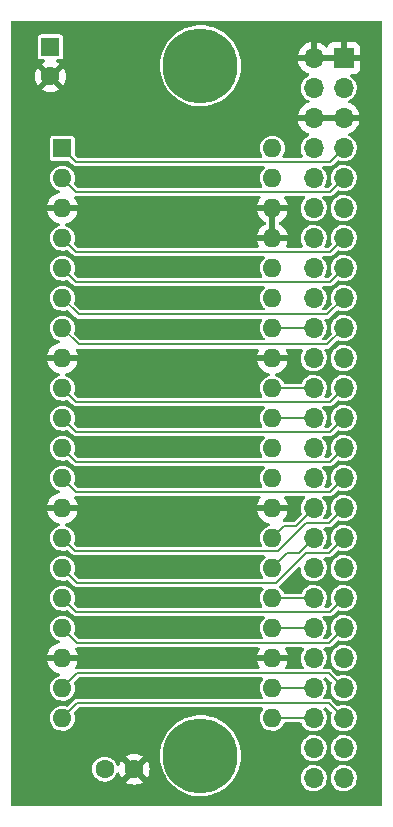
<source format=gbl>
G04 #@! TF.GenerationSoftware,KiCad,Pcbnew,(6.0.1)*
G04 #@! TF.CreationDate,2022-08-31T09:04:51-04:00*
G04 #@! TF.ProjectId,ITX-PI-PICO,4954582d-5049-42d5-9049-434f2e6b6963,1*
G04 #@! TF.SameCoordinates,Original*
G04 #@! TF.FileFunction,Copper,L2,Bot*
G04 #@! TF.FilePolarity,Positive*
%FSLAX46Y46*%
G04 Gerber Fmt 4.6, Leading zero omitted, Abs format (unit mm)*
G04 Created by KiCad (PCBNEW (6.0.1)) date 2022-08-31 09:04:51*
%MOMM*%
%LPD*%
G01*
G04 APERTURE LIST*
G04 #@! TA.AperFunction,ComponentPad*
%ADD10R,1.600000X1.600000*%
G04 #@! TD*
G04 #@! TA.AperFunction,ComponentPad*
%ADD11O,1.600000X1.600000*%
G04 #@! TD*
G04 #@! TA.AperFunction,ComponentPad*
%ADD12C,6.350000*%
G04 #@! TD*
G04 #@! TA.AperFunction,ComponentPad*
%ADD13C,1.600000*%
G04 #@! TD*
G04 #@! TA.AperFunction,ComponentPad*
%ADD14R,1.700000X1.700000*%
G04 #@! TD*
G04 #@! TA.AperFunction,ComponentPad*
%ADD15O,1.700000X1.700000*%
G04 #@! TD*
G04 #@! TA.AperFunction,Conductor*
%ADD16C,0.203200*%
G04 #@! TD*
G04 #@! TA.AperFunction,Conductor*
%ADD17C,0.200000*%
G04 #@! TD*
G04 APERTURE END LIST*
D10*
X88641000Y-66045000D03*
D11*
X88641000Y-68585000D03*
X88641000Y-71125000D03*
X88641000Y-73665000D03*
X88641000Y-76205000D03*
X88641000Y-78745000D03*
X88641000Y-81285000D03*
X88641000Y-83825000D03*
X88641000Y-86365000D03*
X88641000Y-88905000D03*
X88641000Y-91445000D03*
X88641000Y-93985000D03*
X88641000Y-96525000D03*
X88641000Y-99065000D03*
X88641000Y-101605000D03*
X88641000Y-104145000D03*
X88641000Y-106685000D03*
X88641000Y-109225000D03*
X88641000Y-111765000D03*
X88641000Y-114305000D03*
X106421000Y-114305000D03*
X106421000Y-111765000D03*
X106421000Y-109225000D03*
X106421000Y-106685000D03*
X106421000Y-104145000D03*
X106421000Y-101605000D03*
X106421000Y-99065000D03*
X106421000Y-96525000D03*
X106421000Y-93985000D03*
X106421000Y-91445000D03*
X106421000Y-88905000D03*
X106421000Y-86365000D03*
X106421000Y-83825000D03*
X106421000Y-81285000D03*
X106421000Y-78745000D03*
X106421000Y-76205000D03*
X106421000Y-73665000D03*
X106421000Y-71125000D03*
X106421000Y-68585000D03*
X106421000Y-66045000D03*
D12*
X100330000Y-117475000D03*
D13*
X92222000Y-118618000D03*
X94722000Y-118618000D03*
D14*
X112460000Y-58415000D03*
D15*
X109920000Y-58415000D03*
X112460000Y-60955000D03*
X109920000Y-60955000D03*
X112460000Y-63495000D03*
X109920000Y-63495000D03*
X112460000Y-66035000D03*
X109920000Y-66035000D03*
X112460000Y-68575000D03*
X109920000Y-68575000D03*
X112460000Y-71115000D03*
X109920000Y-71115000D03*
X112460000Y-73655000D03*
X109920000Y-73655000D03*
X112460000Y-76195000D03*
X109920000Y-76195000D03*
X112460000Y-78735000D03*
X109920000Y-78735000D03*
X112460000Y-81275000D03*
X109920000Y-81275000D03*
X112460000Y-83815000D03*
X109920000Y-83815000D03*
X112460000Y-86355000D03*
X109920000Y-86355000D03*
X112460000Y-88895000D03*
X109920000Y-88895000D03*
X112460000Y-91435000D03*
X109920000Y-91435000D03*
X112460000Y-93975000D03*
X109920000Y-93975000D03*
X112460000Y-96515000D03*
X109920000Y-96515000D03*
X112460000Y-99055000D03*
X109920000Y-99055000D03*
X112460000Y-101595000D03*
X109920000Y-101595000D03*
X112460000Y-104135000D03*
X109920000Y-104135000D03*
X112460000Y-106675000D03*
X109920000Y-106675000D03*
X112460000Y-109215000D03*
X109920000Y-109215000D03*
X112460000Y-111755000D03*
X109920000Y-111755000D03*
X112460000Y-114295000D03*
X109920000Y-114295000D03*
X112460000Y-116835000D03*
X109920000Y-116835000D03*
X112460000Y-119375000D03*
X109920000Y-119375000D03*
D10*
X87630000Y-57468888D03*
D13*
X87630000Y-59968888D03*
D12*
X100330000Y-59055000D03*
D16*
X89785311Y-67189311D02*
X88641000Y-66045000D01*
X112460000Y-66035000D02*
X111305689Y-67189311D01*
X111305689Y-67189311D02*
X89785311Y-67189311D01*
X111305689Y-69729311D02*
X89785311Y-69729311D01*
X89785311Y-69729311D02*
X88641000Y-68585000D01*
X112460000Y-68575000D02*
X111305689Y-69729311D01*
X111305689Y-74809311D02*
X89785311Y-74809311D01*
X112460000Y-73655000D02*
X111305689Y-74809311D01*
X89785311Y-74809311D02*
X88641000Y-73665000D01*
X111305689Y-77349311D02*
X89785311Y-77349311D01*
X89785311Y-77349311D02*
X88641000Y-76205000D01*
X112460000Y-76195000D02*
X111305689Y-77349311D01*
X111074311Y-80120689D02*
X90016689Y-80120689D01*
X112460000Y-78735000D02*
X111074311Y-80120689D01*
X90016689Y-80120689D02*
X88641000Y-78745000D01*
X111074311Y-82660689D02*
X90016689Y-82660689D01*
X90016689Y-82660689D02*
X88641000Y-81285000D01*
X112460000Y-81275000D02*
X111074311Y-82660689D01*
X109910000Y-81285000D02*
X109920000Y-81275000D01*
X106421000Y-81285000D02*
X109910000Y-81285000D01*
X106421000Y-86365000D02*
X109910000Y-86365000D01*
X109910000Y-86365000D02*
X109920000Y-86355000D01*
X112460000Y-86355000D02*
X111305689Y-87509311D01*
X89785311Y-87509311D02*
X88641000Y-86365000D01*
X111305689Y-87509311D02*
X89785311Y-87509311D01*
X106421000Y-88905000D02*
X109910000Y-88905000D01*
X109910000Y-88905000D02*
X109920000Y-88895000D01*
X111305689Y-90049311D02*
X89785311Y-90049311D01*
X112460000Y-88895000D02*
X111305689Y-90049311D01*
X89785311Y-90049311D02*
X88641000Y-88905000D01*
X112460000Y-91435000D02*
X111305689Y-92589311D01*
X89785311Y-92589311D02*
X88641000Y-91445000D01*
X111305689Y-92589311D02*
X89785311Y-92589311D01*
X89785311Y-95129311D02*
X88641000Y-93985000D01*
X112460000Y-93975000D02*
X111305689Y-95129311D01*
X111305689Y-95129311D02*
X89785311Y-95129311D01*
X106421000Y-99065000D02*
X107442000Y-98044000D01*
X108391000Y-98044000D02*
X109920000Y-96515000D01*
X107442000Y-98044000D02*
X108391000Y-98044000D01*
X111185000Y-97790000D02*
X109257733Y-97790000D01*
X89745311Y-100169311D02*
X88641000Y-99065000D01*
X112460000Y-96515000D02*
X111185000Y-97790000D01*
X109257733Y-97790000D02*
X106878422Y-100169311D01*
X106878422Y-100169311D02*
X89745311Y-100169311D01*
D17*
X108645000Y-100330000D02*
X109920000Y-99055000D01*
X106421000Y-101605000D02*
X107696000Y-100330000D01*
X107696000Y-100330000D02*
X108645000Y-100330000D01*
X109220000Y-100330000D02*
X109220000Y-100365470D01*
X106715470Y-102870000D02*
X89906000Y-102870000D01*
X109220000Y-100365470D02*
X106715470Y-102870000D01*
X111185000Y-100330000D02*
X109220000Y-100330000D01*
X89906000Y-102870000D02*
X88641000Y-101605000D01*
X112460000Y-99055000D02*
X111185000Y-100330000D01*
X109910000Y-104145000D02*
X109920000Y-104135000D01*
X106421000Y-104145000D02*
X109910000Y-104145000D01*
D16*
X109920000Y-106675000D02*
X106431000Y-106675000D01*
X106431000Y-106675000D02*
X106421000Y-106685000D01*
X112460000Y-106675000D02*
X111185000Y-107950000D01*
X89906000Y-107950000D02*
X88641000Y-106685000D01*
X111185000Y-107950000D02*
X89906000Y-107950000D01*
X106431000Y-111755000D02*
X106421000Y-111765000D01*
X109920000Y-111755000D02*
X106431000Y-111755000D01*
X89916000Y-110490000D02*
X88641000Y-111765000D01*
X111195000Y-110490000D02*
X89916000Y-110490000D01*
X112460000Y-111755000D02*
X111195000Y-110490000D01*
X106431000Y-114295000D02*
X106421000Y-114305000D01*
X109920000Y-114295000D02*
X106431000Y-114295000D01*
X89916000Y-113030000D02*
X88641000Y-114305000D01*
X112460000Y-114295000D02*
X111195000Y-113030000D01*
X111195000Y-113030000D02*
X89916000Y-113030000D01*
D17*
X89783711Y-105287711D02*
X88641000Y-104145000D01*
X112460000Y-104135000D02*
X111307289Y-105287711D01*
X111307289Y-105287711D02*
X89783711Y-105287711D01*
G04 #@! TA.AperFunction,Conductor*
G36*
X115688121Y-55274002D02*
G01*
X115734614Y-55327658D01*
X115746000Y-55380000D01*
X115746000Y-121620000D01*
X115725998Y-121688121D01*
X115672342Y-121734614D01*
X115620000Y-121746000D01*
X84380000Y-121746000D01*
X84311879Y-121725998D01*
X84265386Y-121672342D01*
X84254000Y-121620000D01*
X84254000Y-119704062D01*
X94000493Y-119704062D01*
X94009789Y-119716077D01*
X94060994Y-119751931D01*
X94070489Y-119757414D01*
X94267947Y-119849490D01*
X94278239Y-119853236D01*
X94488688Y-119909625D01*
X94499481Y-119911528D01*
X94716525Y-119930517D01*
X94727475Y-119930517D01*
X94944519Y-119911528D01*
X94955312Y-119909625D01*
X95165761Y-119853236D01*
X95176053Y-119849490D01*
X95373511Y-119757414D01*
X95383006Y-119751931D01*
X95435048Y-119715491D01*
X95443424Y-119705012D01*
X95436356Y-119691566D01*
X94734812Y-118990022D01*
X94720868Y-118982408D01*
X94719035Y-118982539D01*
X94712420Y-118986790D01*
X94006923Y-119692287D01*
X94000493Y-119704062D01*
X84254000Y-119704062D01*
X84254000Y-118603206D01*
X91162501Y-118603206D01*
X91165373Y-118637409D01*
X91176581Y-118770869D01*
X91179806Y-118809278D01*
X91236807Y-119008066D01*
X91239625Y-119013548D01*
X91239626Y-119013552D01*
X91328514Y-119186509D01*
X91328517Y-119186513D01*
X91331334Y-119191995D01*
X91459786Y-119354061D01*
X91617271Y-119488091D01*
X91797789Y-119588980D01*
X91994466Y-119652884D01*
X92199809Y-119677370D01*
X92205944Y-119676898D01*
X92205946Y-119676898D01*
X92399856Y-119661977D01*
X92399860Y-119661976D01*
X92405998Y-119661504D01*
X92605178Y-119605892D01*
X92610682Y-119603112D01*
X92610684Y-119603111D01*
X92784262Y-119515431D01*
X92784264Y-119515430D01*
X92789763Y-119512652D01*
X92952722Y-119385334D01*
X92956748Y-119380670D01*
X92956751Y-119380667D01*
X93083819Y-119233457D01*
X93083820Y-119233455D01*
X93087848Y-119228789D01*
X93189995Y-119048979D01*
X93219902Y-118959074D01*
X93260384Y-118900749D01*
X93325972Y-118873569D01*
X93395842Y-118886163D01*
X93447812Y-118934533D01*
X93461168Y-118966234D01*
X93486764Y-119061761D01*
X93490510Y-119072053D01*
X93582586Y-119269511D01*
X93588069Y-119279006D01*
X93624509Y-119331048D01*
X93634988Y-119339424D01*
X93648434Y-119332356D01*
X94349978Y-118630812D01*
X94356356Y-118619132D01*
X95086408Y-118619132D01*
X95086539Y-118620965D01*
X95090790Y-118627580D01*
X95796287Y-119333077D01*
X95808062Y-119339507D01*
X95820077Y-119330211D01*
X95855931Y-119279006D01*
X95861414Y-119269511D01*
X95953490Y-119072053D01*
X95957236Y-119061761D01*
X96013625Y-118851312D01*
X96015528Y-118840519D01*
X96034517Y-118623475D01*
X96034517Y-118612525D01*
X96015528Y-118395481D01*
X96013625Y-118384688D01*
X95957236Y-118174239D01*
X95953490Y-118163947D01*
X95861414Y-117966489D01*
X95855931Y-117956994D01*
X95819491Y-117904952D01*
X95809012Y-117896576D01*
X95795566Y-117903644D01*
X95094022Y-118605188D01*
X95086408Y-118619132D01*
X94356356Y-118619132D01*
X94357592Y-118616868D01*
X94357461Y-118615035D01*
X94353210Y-118608420D01*
X93647713Y-117902923D01*
X93635938Y-117896493D01*
X93623923Y-117905789D01*
X93588069Y-117956994D01*
X93582586Y-117966489D01*
X93490510Y-118163947D01*
X93486765Y-118174236D01*
X93461512Y-118268481D01*
X93424560Y-118329103D01*
X93360699Y-118360125D01*
X93290205Y-118351696D01*
X93235458Y-118306493D01*
X93219183Y-118272286D01*
X93203433Y-118220119D01*
X93203433Y-118220118D01*
X93201651Y-118214217D01*
X93104565Y-118031625D01*
X93100674Y-118026855D01*
X93100672Y-118026851D01*
X92977758Y-117876143D01*
X92977755Y-117876140D01*
X92973863Y-117871368D01*
X92966966Y-117865662D01*
X92819271Y-117743478D01*
X92819266Y-117743475D01*
X92814522Y-117739550D01*
X92809103Y-117736620D01*
X92809100Y-117736618D01*
X92638032Y-117644122D01*
X92638027Y-117644120D01*
X92632612Y-117641192D01*
X92435063Y-117580040D01*
X92428938Y-117579396D01*
X92428937Y-117579396D01*
X92235526Y-117559068D01*
X92235524Y-117559068D01*
X92229397Y-117558424D01*
X92103229Y-117569906D01*
X92029591Y-117576607D01*
X92029590Y-117576607D01*
X92023450Y-117577166D01*
X91825066Y-117635554D01*
X91819601Y-117638411D01*
X91647261Y-117728508D01*
X91647257Y-117728511D01*
X91641801Y-117731363D01*
X91480635Y-117860943D01*
X91347708Y-118019360D01*
X91248082Y-118200578D01*
X91185553Y-118397696D01*
X91184867Y-118403813D01*
X91184866Y-118403817D01*
X91163188Y-118597081D01*
X91162501Y-118603206D01*
X84254000Y-118603206D01*
X84254000Y-117530988D01*
X94000576Y-117530988D01*
X94007644Y-117544434D01*
X94709188Y-118245978D01*
X94723132Y-118253592D01*
X94724965Y-118253461D01*
X94731580Y-118249210D01*
X95437077Y-117543713D01*
X95443507Y-117531938D01*
X95434211Y-117519923D01*
X95383006Y-117484069D01*
X95373511Y-117478586D01*
X95340110Y-117463011D01*
X96895484Y-117463011D01*
X96914278Y-117834007D01*
X96914815Y-117837362D01*
X96914816Y-117837368D01*
X96933977Y-117956994D01*
X96973029Y-118200803D01*
X97071050Y-118559108D01*
X97207195Y-118904732D01*
X97208778Y-118907747D01*
X97374514Y-119223428D01*
X97379870Y-119233630D01*
X97381771Y-119236459D01*
X97381777Y-119236469D01*
X97513877Y-119433053D01*
X97587057Y-119541956D01*
X97826330Y-119826102D01*
X97828790Y-119828453D01*
X97828793Y-119828456D01*
X98092429Y-120080392D01*
X98092436Y-120080398D01*
X98094892Y-120082745D01*
X98389600Y-120308883D01*
X98494630Y-120372742D01*
X98704092Y-120500097D01*
X98704097Y-120500100D01*
X98707007Y-120501869D01*
X98710095Y-120503315D01*
X98710094Y-120503315D01*
X99040316Y-120658003D01*
X99040326Y-120658007D01*
X99043400Y-120659447D01*
X99046618Y-120660549D01*
X99046621Y-120660550D01*
X99391620Y-120778670D01*
X99391628Y-120778672D01*
X99394843Y-120779773D01*
X99757227Y-120861440D01*
X99808238Y-120867252D01*
X100122927Y-120903107D01*
X100122935Y-120903107D01*
X100126310Y-120903492D01*
X100129714Y-120903510D01*
X100129717Y-120903510D01*
X100331764Y-120904568D01*
X100497776Y-120905437D01*
X100501162Y-120905087D01*
X100501164Y-120905087D01*
X100863888Y-120867603D01*
X100863896Y-120867602D01*
X100867280Y-120867252D01*
X100870613Y-120866537D01*
X100870616Y-120866537D01*
X101049579Y-120828171D01*
X101230498Y-120789385D01*
X101583183Y-120672746D01*
X101586267Y-120671340D01*
X101586276Y-120671337D01*
X101918100Y-120520115D01*
X101918101Y-120520115D01*
X101921207Y-120518699D01*
X102140767Y-120388334D01*
X102237673Y-120330796D01*
X102237678Y-120330793D01*
X102240618Y-120329047D01*
X102289998Y-120291972D01*
X102534945Y-120108060D01*
X102537678Y-120106008D01*
X102808912Y-119852191D01*
X103051148Y-119570566D01*
X103181662Y-119380667D01*
X103205513Y-119345964D01*
X108811148Y-119345964D01*
X108824424Y-119548522D01*
X108825845Y-119554118D01*
X108825846Y-119554123D01*
X108860753Y-119691566D01*
X108874392Y-119745269D01*
X108876809Y-119750512D01*
X108912742Y-119828456D01*
X108959377Y-119929616D01*
X108962710Y-119934332D01*
X109069064Y-120084820D01*
X109076533Y-120095389D01*
X109221938Y-120237035D01*
X109390720Y-120349812D01*
X109396023Y-120352090D01*
X109396026Y-120352092D01*
X109484707Y-120390192D01*
X109577228Y-120429942D01*
X109650244Y-120446464D01*
X109769579Y-120473467D01*
X109769584Y-120473468D01*
X109775216Y-120474742D01*
X109780987Y-120474969D01*
X109780989Y-120474969D01*
X109840756Y-120477317D01*
X109978053Y-120482712D01*
X110078499Y-120468148D01*
X110173231Y-120454413D01*
X110173236Y-120454412D01*
X110178945Y-120453584D01*
X110184409Y-120451729D01*
X110184414Y-120451728D01*
X110365693Y-120390192D01*
X110365698Y-120390190D01*
X110371165Y-120388334D01*
X110548276Y-120289147D01*
X110610934Y-120237035D01*
X110699913Y-120163031D01*
X110704345Y-120159345D01*
X110834147Y-120003276D01*
X110920209Y-119849601D01*
X110930510Y-119831208D01*
X110930511Y-119831206D01*
X110933334Y-119826165D01*
X110935190Y-119820698D01*
X110935192Y-119820693D01*
X110996728Y-119639414D01*
X110996729Y-119639409D01*
X110998584Y-119633945D01*
X110999412Y-119628236D01*
X110999413Y-119628231D01*
X111027179Y-119436727D01*
X111027712Y-119433053D01*
X111029232Y-119375000D01*
X111026564Y-119345964D01*
X111351148Y-119345964D01*
X111364424Y-119548522D01*
X111365845Y-119554118D01*
X111365846Y-119554123D01*
X111400753Y-119691566D01*
X111414392Y-119745269D01*
X111416809Y-119750512D01*
X111452742Y-119828456D01*
X111499377Y-119929616D01*
X111502710Y-119934332D01*
X111609064Y-120084820D01*
X111616533Y-120095389D01*
X111761938Y-120237035D01*
X111930720Y-120349812D01*
X111936023Y-120352090D01*
X111936026Y-120352092D01*
X112024707Y-120390192D01*
X112117228Y-120429942D01*
X112190244Y-120446464D01*
X112309579Y-120473467D01*
X112309584Y-120473468D01*
X112315216Y-120474742D01*
X112320987Y-120474969D01*
X112320989Y-120474969D01*
X112380756Y-120477317D01*
X112518053Y-120482712D01*
X112618499Y-120468148D01*
X112713231Y-120454413D01*
X112713236Y-120454412D01*
X112718945Y-120453584D01*
X112724409Y-120451729D01*
X112724414Y-120451728D01*
X112905693Y-120390192D01*
X112905698Y-120390190D01*
X112911165Y-120388334D01*
X113088276Y-120289147D01*
X113150934Y-120237035D01*
X113239913Y-120163031D01*
X113244345Y-120159345D01*
X113374147Y-120003276D01*
X113460209Y-119849601D01*
X113470510Y-119831208D01*
X113470511Y-119831206D01*
X113473334Y-119826165D01*
X113475190Y-119820698D01*
X113475192Y-119820693D01*
X113536728Y-119639414D01*
X113536729Y-119639409D01*
X113538584Y-119633945D01*
X113539412Y-119628236D01*
X113539413Y-119628231D01*
X113567179Y-119436727D01*
X113567712Y-119433053D01*
X113569232Y-119375000D01*
X113555305Y-119223428D01*
X113551187Y-119178613D01*
X113551186Y-119178610D01*
X113550658Y-119172859D01*
X113549090Y-119167299D01*
X113497125Y-118983046D01*
X113497124Y-118983044D01*
X113495557Y-118977487D01*
X113484978Y-118956033D01*
X113408331Y-118800609D01*
X113405776Y-118795428D01*
X113284320Y-118632779D01*
X113135258Y-118494987D01*
X113130375Y-118491906D01*
X113130371Y-118491903D01*
X112968464Y-118389748D01*
X112963581Y-118386667D01*
X112775039Y-118311446D01*
X112769379Y-118310320D01*
X112769375Y-118310319D01*
X112581613Y-118272971D01*
X112581610Y-118272971D01*
X112575946Y-118271844D01*
X112570171Y-118271768D01*
X112570167Y-118271768D01*
X112468793Y-118270441D01*
X112372971Y-118269187D01*
X112367274Y-118270166D01*
X112367273Y-118270166D01*
X112178607Y-118302585D01*
X112172910Y-118303564D01*
X111982463Y-118373824D01*
X111808010Y-118477612D01*
X111803670Y-118481418D01*
X111803666Y-118481421D01*
X111715082Y-118559108D01*
X111655392Y-118611455D01*
X111529720Y-118770869D01*
X111527031Y-118775980D01*
X111527029Y-118775983D01*
X111493075Y-118840519D01*
X111435203Y-118950515D01*
X111375007Y-119144378D01*
X111351148Y-119345964D01*
X111026564Y-119345964D01*
X111015305Y-119223428D01*
X111011187Y-119178613D01*
X111011186Y-119178610D01*
X111010658Y-119172859D01*
X111009090Y-119167299D01*
X110957125Y-118983046D01*
X110957124Y-118983044D01*
X110955557Y-118977487D01*
X110944978Y-118956033D01*
X110868331Y-118800609D01*
X110865776Y-118795428D01*
X110744320Y-118632779D01*
X110595258Y-118494987D01*
X110590375Y-118491906D01*
X110590371Y-118491903D01*
X110428464Y-118389748D01*
X110423581Y-118386667D01*
X110235039Y-118311446D01*
X110229379Y-118310320D01*
X110229375Y-118310319D01*
X110041613Y-118272971D01*
X110041610Y-118272971D01*
X110035946Y-118271844D01*
X110030171Y-118271768D01*
X110030167Y-118271768D01*
X109928793Y-118270441D01*
X109832971Y-118269187D01*
X109827274Y-118270166D01*
X109827273Y-118270166D01*
X109638607Y-118302585D01*
X109632910Y-118303564D01*
X109442463Y-118373824D01*
X109268010Y-118477612D01*
X109263670Y-118481418D01*
X109263666Y-118481421D01*
X109175082Y-118559108D01*
X109115392Y-118611455D01*
X108989720Y-118770869D01*
X108987031Y-118775980D01*
X108987029Y-118775983D01*
X108953075Y-118840519D01*
X108895203Y-118950515D01*
X108835007Y-119144378D01*
X108811148Y-119345964D01*
X103205513Y-119345964D01*
X103259622Y-119267236D01*
X103259627Y-119267228D01*
X103261552Y-119264427D01*
X103263164Y-119261433D01*
X103263169Y-119261425D01*
X103422112Y-118966234D01*
X103437662Y-118937355D01*
X103577419Y-118593176D01*
X103606268Y-118491903D01*
X103668953Y-118271844D01*
X103679187Y-118235917D01*
X103682896Y-118214217D01*
X103741204Y-117873103D01*
X103741204Y-117873101D01*
X103741776Y-117869756D01*
X103742027Y-117865662D01*
X103764343Y-117500774D01*
X103764453Y-117498977D01*
X103764505Y-117484069D01*
X103764531Y-117476819D01*
X103764531Y-117476806D01*
X103764537Y-117475000D01*
X103744448Y-117104072D01*
X103695631Y-116805964D01*
X108811148Y-116805964D01*
X108824424Y-117008522D01*
X108825845Y-117014118D01*
X108825846Y-117014123D01*
X108848691Y-117104072D01*
X108874392Y-117205269D01*
X108876809Y-117210512D01*
X108914010Y-117291208D01*
X108959377Y-117389616D01*
X108962710Y-117394332D01*
X109059960Y-117531938D01*
X109076533Y-117555389D01*
X109080675Y-117559424D01*
X109137637Y-117614913D01*
X109221938Y-117697035D01*
X109390720Y-117809812D01*
X109396023Y-117812090D01*
X109396026Y-117812092D01*
X109538034Y-117873103D01*
X109577228Y-117889942D01*
X109643563Y-117904952D01*
X109769579Y-117933467D01*
X109769584Y-117933468D01*
X109775216Y-117934742D01*
X109780987Y-117934969D01*
X109780989Y-117934969D01*
X109840756Y-117937317D01*
X109978053Y-117942712D01*
X110078499Y-117928148D01*
X110173231Y-117914413D01*
X110173236Y-117914412D01*
X110178945Y-117913584D01*
X110184409Y-117911729D01*
X110184414Y-117911728D01*
X110365693Y-117850192D01*
X110365698Y-117850190D01*
X110371165Y-117848334D01*
X110548276Y-117749147D01*
X110555093Y-117743478D01*
X110699913Y-117623031D01*
X110704345Y-117619345D01*
X110821414Y-117478586D01*
X110830453Y-117467718D01*
X110830455Y-117467715D01*
X110834147Y-117463276D01*
X110911881Y-117324472D01*
X110930510Y-117291208D01*
X110930511Y-117291206D01*
X110933334Y-117286165D01*
X110935190Y-117280698D01*
X110935192Y-117280693D01*
X110996728Y-117099414D01*
X110996729Y-117099409D01*
X110998584Y-117093945D01*
X110999412Y-117088236D01*
X110999413Y-117088231D01*
X111027179Y-116896727D01*
X111027712Y-116893053D01*
X111029232Y-116835000D01*
X111026564Y-116805964D01*
X111351148Y-116805964D01*
X111364424Y-117008522D01*
X111365845Y-117014118D01*
X111365846Y-117014123D01*
X111388691Y-117104072D01*
X111414392Y-117205269D01*
X111416809Y-117210512D01*
X111454010Y-117291208D01*
X111499377Y-117389616D01*
X111502710Y-117394332D01*
X111599960Y-117531938D01*
X111616533Y-117555389D01*
X111620675Y-117559424D01*
X111677637Y-117614913D01*
X111761938Y-117697035D01*
X111930720Y-117809812D01*
X111936023Y-117812090D01*
X111936026Y-117812092D01*
X112078034Y-117873103D01*
X112117228Y-117889942D01*
X112183563Y-117904952D01*
X112309579Y-117933467D01*
X112309584Y-117933468D01*
X112315216Y-117934742D01*
X112320987Y-117934969D01*
X112320989Y-117934969D01*
X112380756Y-117937317D01*
X112518053Y-117942712D01*
X112618499Y-117928148D01*
X112713231Y-117914413D01*
X112713236Y-117914412D01*
X112718945Y-117913584D01*
X112724409Y-117911729D01*
X112724414Y-117911728D01*
X112905693Y-117850192D01*
X112905698Y-117850190D01*
X112911165Y-117848334D01*
X113088276Y-117749147D01*
X113095093Y-117743478D01*
X113239913Y-117623031D01*
X113244345Y-117619345D01*
X113361414Y-117478586D01*
X113370453Y-117467718D01*
X113370455Y-117467715D01*
X113374147Y-117463276D01*
X113451881Y-117324472D01*
X113470510Y-117291208D01*
X113470511Y-117291206D01*
X113473334Y-117286165D01*
X113475190Y-117280698D01*
X113475192Y-117280693D01*
X113536728Y-117099414D01*
X113536729Y-117099409D01*
X113538584Y-117093945D01*
X113539412Y-117088236D01*
X113539413Y-117088231D01*
X113567179Y-116896727D01*
X113567712Y-116893053D01*
X113569232Y-116835000D01*
X113550658Y-116632859D01*
X113549090Y-116627299D01*
X113497125Y-116443046D01*
X113497124Y-116443044D01*
X113495557Y-116437487D01*
X113484978Y-116416033D01*
X113408331Y-116260609D01*
X113405776Y-116255428D01*
X113284320Y-116092779D01*
X113135258Y-115954987D01*
X113130375Y-115951906D01*
X113130371Y-115951903D01*
X112968464Y-115849748D01*
X112963581Y-115846667D01*
X112775039Y-115771446D01*
X112769379Y-115770320D01*
X112769375Y-115770319D01*
X112581613Y-115732971D01*
X112581610Y-115732971D01*
X112575946Y-115731844D01*
X112570171Y-115731768D01*
X112570167Y-115731768D01*
X112468793Y-115730441D01*
X112372971Y-115729187D01*
X112367274Y-115730166D01*
X112367273Y-115730166D01*
X112178607Y-115762585D01*
X112172910Y-115763564D01*
X111982463Y-115833824D01*
X111808010Y-115937612D01*
X111803670Y-115941418D01*
X111803666Y-115941421D01*
X111706450Y-116026678D01*
X111655392Y-116071455D01*
X111529720Y-116230869D01*
X111527031Y-116235980D01*
X111527029Y-116235983D01*
X111514073Y-116260609D01*
X111435203Y-116410515D01*
X111375007Y-116604378D01*
X111351148Y-116805964D01*
X111026564Y-116805964D01*
X111010658Y-116632859D01*
X111009090Y-116627299D01*
X110957125Y-116443046D01*
X110957124Y-116443044D01*
X110955557Y-116437487D01*
X110944978Y-116416033D01*
X110868331Y-116260609D01*
X110865776Y-116255428D01*
X110744320Y-116092779D01*
X110595258Y-115954987D01*
X110590375Y-115951906D01*
X110590371Y-115951903D01*
X110428464Y-115849748D01*
X110423581Y-115846667D01*
X110235039Y-115771446D01*
X110229379Y-115770320D01*
X110229375Y-115770319D01*
X110041613Y-115732971D01*
X110041610Y-115732971D01*
X110035946Y-115731844D01*
X110030171Y-115731768D01*
X110030167Y-115731768D01*
X109928793Y-115730441D01*
X109832971Y-115729187D01*
X109827274Y-115730166D01*
X109827273Y-115730166D01*
X109638607Y-115762585D01*
X109632910Y-115763564D01*
X109442463Y-115833824D01*
X109268010Y-115937612D01*
X109263670Y-115941418D01*
X109263666Y-115941421D01*
X109166450Y-116026678D01*
X109115392Y-116071455D01*
X108989720Y-116230869D01*
X108987031Y-116235980D01*
X108987029Y-116235983D01*
X108974073Y-116260609D01*
X108895203Y-116410515D01*
X108835007Y-116604378D01*
X108811148Y-116805964D01*
X103695631Y-116805964D01*
X103684417Y-116737484D01*
X103585146Y-116379522D01*
X103583888Y-116376360D01*
X103583885Y-116376352D01*
X103449054Y-116037540D01*
X103447795Y-116034376D01*
X103341608Y-115833824D01*
X103275568Y-115709095D01*
X103275566Y-115709092D01*
X103273973Y-115706083D01*
X103065711Y-115398482D01*
X102825448Y-115115173D01*
X102555992Y-114859469D01*
X102309581Y-114671754D01*
X102263203Y-114636423D01*
X102263201Y-114636421D01*
X102260496Y-114634361D01*
X102257584Y-114632604D01*
X102257579Y-114632601D01*
X101945332Y-114444242D01*
X101945326Y-114444239D01*
X101942417Y-114442484D01*
X101632671Y-114298704D01*
X101608573Y-114287518D01*
X101608571Y-114287517D01*
X101605477Y-114286081D01*
X101429546Y-114226532D01*
X101256842Y-114168075D01*
X101256837Y-114168074D01*
X101253615Y-114166983D01*
X101250293Y-114166247D01*
X101250284Y-114166244D01*
X100894279Y-114087319D01*
X100894275Y-114087318D01*
X100890949Y-114086581D01*
X100739770Y-114069891D01*
X100525103Y-114046191D01*
X100525096Y-114046191D01*
X100521721Y-114045818D01*
X100518322Y-114045812D01*
X100518321Y-114045812D01*
X100342647Y-114045506D01*
X100150250Y-114045170D01*
X100022140Y-114058861D01*
X99784266Y-114084282D01*
X99784260Y-114084283D01*
X99780882Y-114084644D01*
X99417938Y-114163779D01*
X99065663Y-114281648D01*
X99062570Y-114283070D01*
X99062569Y-114283071D01*
X99014892Y-114305000D01*
X98728178Y-114436874D01*
X98409431Y-114627640D01*
X98113152Y-114851714D01*
X97842805Y-115106476D01*
X97840593Y-115109066D01*
X97840592Y-115109067D01*
X97613965Y-115374413D01*
X97601554Y-115388945D01*
X97599626Y-115391772D01*
X97599624Y-115391774D01*
X97592163Y-115402712D01*
X97392220Y-115695817D01*
X97217252Y-116023502D01*
X97215977Y-116026674D01*
X97215975Y-116026678D01*
X97124019Y-116255428D01*
X97078698Y-116368167D01*
X97074581Y-116382815D01*
X97004297Y-116632859D01*
X96978178Y-116725779D01*
X96977616Y-116729136D01*
X96977616Y-116729137D01*
X96959901Y-116835000D01*
X96916867Y-117092156D01*
X96895484Y-117463011D01*
X95340110Y-117463011D01*
X95176053Y-117386510D01*
X95165761Y-117382764D01*
X94955312Y-117326375D01*
X94944519Y-117324472D01*
X94727475Y-117305483D01*
X94716525Y-117305483D01*
X94499481Y-117324472D01*
X94488688Y-117326375D01*
X94278239Y-117382764D01*
X94267947Y-117386510D01*
X94070489Y-117478586D01*
X94060994Y-117484069D01*
X94008952Y-117520509D01*
X94000576Y-117530988D01*
X84254000Y-117530988D01*
X84254000Y-109491522D01*
X87358273Y-109491522D01*
X87405764Y-109668761D01*
X87409510Y-109679053D01*
X87501586Y-109876511D01*
X87507069Y-109886007D01*
X87632028Y-110064467D01*
X87639084Y-110072875D01*
X87793125Y-110226916D01*
X87801533Y-110233972D01*
X87979993Y-110358931D01*
X87989489Y-110364414D01*
X88186947Y-110456490D01*
X88197239Y-110460236D01*
X88362015Y-110504387D01*
X88422638Y-110541339D01*
X88453659Y-110605199D01*
X88445231Y-110675694D01*
X88400028Y-110730441D01*
X88364979Y-110746967D01*
X88341681Y-110753824D01*
X88244066Y-110782554D01*
X88238601Y-110785411D01*
X88066261Y-110875508D01*
X88066257Y-110875511D01*
X88060801Y-110878363D01*
X87899635Y-111007943D01*
X87766708Y-111166360D01*
X87667082Y-111347578D01*
X87604553Y-111544696D01*
X87603867Y-111550813D01*
X87603866Y-111550817D01*
X87584220Y-111725964D01*
X87581501Y-111750206D01*
X87582743Y-111765000D01*
X87596946Y-111934123D01*
X87598806Y-111956278D01*
X87655807Y-112155066D01*
X87658625Y-112160548D01*
X87658626Y-112160552D01*
X87747514Y-112333509D01*
X87747517Y-112333513D01*
X87750334Y-112338995D01*
X87878786Y-112501061D01*
X87883479Y-112505055D01*
X87883480Y-112505056D01*
X87923770Y-112539345D01*
X88036271Y-112635091D01*
X88216789Y-112735980D01*
X88413466Y-112799884D01*
X88618809Y-112824370D01*
X88624944Y-112823898D01*
X88624946Y-112823898D01*
X88818856Y-112808977D01*
X88818860Y-112808976D01*
X88824998Y-112808504D01*
X89024178Y-112752892D01*
X89029682Y-112750112D01*
X89029684Y-112750111D01*
X89203262Y-112662431D01*
X89203264Y-112662430D01*
X89208763Y-112659652D01*
X89371722Y-112532334D01*
X89375748Y-112527670D01*
X89375751Y-112527667D01*
X89502819Y-112380457D01*
X89502820Y-112380455D01*
X89506848Y-112375789D01*
X89608995Y-112195979D01*
X89674270Y-111999753D01*
X89700189Y-111794586D01*
X89700602Y-111765000D01*
X89680422Y-111559189D01*
X89625688Y-111377900D01*
X89625147Y-111306905D01*
X89657215Y-111252387D01*
X90026597Y-110883005D01*
X90088909Y-110848979D01*
X90115692Y-110846100D01*
X105545230Y-110846100D01*
X105613351Y-110866102D01*
X105659844Y-110919758D01*
X105669948Y-110990032D01*
X105641753Y-111053090D01*
X105546708Y-111166360D01*
X105447082Y-111347578D01*
X105384553Y-111544696D01*
X105383867Y-111550813D01*
X105383866Y-111550817D01*
X105364220Y-111725964D01*
X105361501Y-111750206D01*
X105362743Y-111765000D01*
X105376946Y-111934123D01*
X105378806Y-111956278D01*
X105435807Y-112155066D01*
X105438625Y-112160548D01*
X105438626Y-112160552D01*
X105527514Y-112333509D01*
X105527517Y-112333513D01*
X105530334Y-112338995D01*
X105568956Y-112387724D01*
X105633878Y-112469635D01*
X105660516Y-112535445D01*
X105647345Y-112605210D01*
X105598548Y-112656779D01*
X105535133Y-112673900D01*
X89967427Y-112673900D01*
X89947378Y-112671766D01*
X89943188Y-112671568D01*
X89933006Y-112669376D01*
X89922665Y-112670600D01*
X89902161Y-112673027D01*
X89896783Y-112673344D01*
X89896794Y-112673472D01*
X89891616Y-112673900D01*
X89886416Y-112673900D01*
X89881288Y-112674754D01*
X89881284Y-112674754D01*
X89868739Y-112676842D01*
X89862861Y-112677679D01*
X89844582Y-112679843D01*
X89815277Y-112683311D01*
X89807534Y-112687029D01*
X89799058Y-112688440D01*
X89789897Y-112693383D01*
X89756886Y-112711194D01*
X89751600Y-112713887D01*
X89715558Y-112731195D01*
X89715555Y-112731197D01*
X89708410Y-112734628D01*
X89704400Y-112737999D01*
X89702462Y-112739937D01*
X89700811Y-112741452D01*
X89700401Y-112741673D01*
X89700363Y-112741631D01*
X89700180Y-112741792D01*
X89694726Y-112744735D01*
X89687658Y-112752382D01*
X89687657Y-112752382D01*
X89660481Y-112781781D01*
X89657051Y-112785348D01*
X89153155Y-113289243D01*
X89090843Y-113323268D01*
X89026802Y-113320512D01*
X88854063Y-113267040D01*
X88847938Y-113266396D01*
X88847937Y-113266396D01*
X88654526Y-113246068D01*
X88654524Y-113246068D01*
X88648397Y-113245424D01*
X88522229Y-113256906D01*
X88448591Y-113263607D01*
X88448590Y-113263607D01*
X88442450Y-113264166D01*
X88244066Y-113322554D01*
X88238601Y-113325411D01*
X88066261Y-113415508D01*
X88066257Y-113415511D01*
X88060801Y-113418363D01*
X87899635Y-113547943D01*
X87766708Y-113706360D01*
X87667082Y-113887578D01*
X87604553Y-114084696D01*
X87603867Y-114090813D01*
X87603866Y-114090817D01*
X87584220Y-114265964D01*
X87581501Y-114290206D01*
X87582743Y-114305000D01*
X87596946Y-114474123D01*
X87598806Y-114496278D01*
X87655807Y-114695066D01*
X87658625Y-114700548D01*
X87658626Y-114700552D01*
X87747514Y-114873509D01*
X87747517Y-114873513D01*
X87750334Y-114878995D01*
X87878786Y-115041061D01*
X87883479Y-115045055D01*
X87883480Y-115045056D01*
X87955649Y-115106476D01*
X88036271Y-115175091D01*
X88216789Y-115275980D01*
X88413466Y-115339884D01*
X88618809Y-115364370D01*
X88624944Y-115363898D01*
X88624946Y-115363898D01*
X88818856Y-115348977D01*
X88818860Y-115348976D01*
X88824998Y-115348504D01*
X89024178Y-115292892D01*
X89029682Y-115290112D01*
X89029684Y-115290111D01*
X89203262Y-115202431D01*
X89203264Y-115202430D01*
X89208763Y-115199652D01*
X89371722Y-115072334D01*
X89375748Y-115067670D01*
X89375751Y-115067667D01*
X89502819Y-114920457D01*
X89502820Y-114920455D01*
X89506848Y-114915789D01*
X89608995Y-114735979D01*
X89674270Y-114539753D01*
X89700189Y-114334586D01*
X89700602Y-114305000D01*
X89680422Y-114099189D01*
X89625688Y-113917900D01*
X89625147Y-113846905D01*
X89657215Y-113792387D01*
X90026597Y-113423005D01*
X90088909Y-113388979D01*
X90115692Y-113386100D01*
X105545230Y-113386100D01*
X105613351Y-113406102D01*
X105659844Y-113459758D01*
X105669948Y-113530032D01*
X105641753Y-113593090D01*
X105546708Y-113706360D01*
X105447082Y-113887578D01*
X105384553Y-114084696D01*
X105383867Y-114090813D01*
X105383866Y-114090817D01*
X105364220Y-114265964D01*
X105361501Y-114290206D01*
X105362743Y-114305000D01*
X105376946Y-114474123D01*
X105378806Y-114496278D01*
X105435807Y-114695066D01*
X105438625Y-114700548D01*
X105438626Y-114700552D01*
X105527514Y-114873509D01*
X105527517Y-114873513D01*
X105530334Y-114878995D01*
X105658786Y-115041061D01*
X105663479Y-115045055D01*
X105663480Y-115045056D01*
X105735649Y-115106476D01*
X105816271Y-115175091D01*
X105996789Y-115275980D01*
X106193466Y-115339884D01*
X106398809Y-115364370D01*
X106404944Y-115363898D01*
X106404946Y-115363898D01*
X106598856Y-115348977D01*
X106598860Y-115348976D01*
X106604998Y-115348504D01*
X106804178Y-115292892D01*
X106809682Y-115290112D01*
X106809684Y-115290111D01*
X106983262Y-115202431D01*
X106983264Y-115202430D01*
X106988763Y-115199652D01*
X107151722Y-115072334D01*
X107155748Y-115067670D01*
X107155751Y-115067667D01*
X107282819Y-114920457D01*
X107282820Y-114920455D01*
X107286848Y-114915789D01*
X107388995Y-114735979D01*
X107390940Y-114730133D01*
X107392847Y-114725849D01*
X107438829Y-114671754D01*
X107507953Y-114651100D01*
X108787202Y-114651100D01*
X108855323Y-114671102D01*
X108901628Y-114724349D01*
X108914010Y-114751208D01*
X108959377Y-114849616D01*
X109076533Y-115015389D01*
X109221938Y-115157035D01*
X109390720Y-115269812D01*
X109396023Y-115272090D01*
X109396026Y-115272092D01*
X109553817Y-115339884D01*
X109577228Y-115349942D01*
X109637769Y-115363641D01*
X109769579Y-115393467D01*
X109769584Y-115393468D01*
X109775216Y-115394742D01*
X109780987Y-115394969D01*
X109780989Y-115394969D01*
X109840756Y-115397317D01*
X109978053Y-115402712D01*
X110090962Y-115386341D01*
X110173231Y-115374413D01*
X110173236Y-115374412D01*
X110178945Y-115373584D01*
X110184409Y-115371729D01*
X110184414Y-115371728D01*
X110365693Y-115310192D01*
X110365698Y-115310190D01*
X110371165Y-115308334D01*
X110395777Y-115294551D01*
X110445683Y-115266602D01*
X110548276Y-115209147D01*
X110556352Y-115202431D01*
X110699913Y-115083031D01*
X110704345Y-115079345D01*
X110834147Y-114923276D01*
X110933334Y-114746165D01*
X110935190Y-114740698D01*
X110935192Y-114740693D01*
X110996728Y-114559414D01*
X110996729Y-114559409D01*
X110998584Y-114553945D01*
X110999412Y-114548236D01*
X110999413Y-114548231D01*
X111027179Y-114356727D01*
X111027712Y-114353053D01*
X111029232Y-114295000D01*
X111010658Y-114092859D01*
X111009090Y-114087299D01*
X110957125Y-113903046D01*
X110957124Y-113903044D01*
X110955557Y-113897487D01*
X110950671Y-113887578D01*
X110868331Y-113720609D01*
X110865776Y-113715428D01*
X110770239Y-113587488D01*
X110745507Y-113520939D01*
X110760681Y-113451583D01*
X110810943Y-113401441D01*
X110871197Y-113386100D01*
X110995309Y-113386100D01*
X111063430Y-113406102D01*
X111084404Y-113423005D01*
X111404401Y-113743002D01*
X111438427Y-113805314D01*
X111432678Y-113869731D01*
X111435203Y-113870515D01*
X111375007Y-114064378D01*
X111351148Y-114265964D01*
X111364424Y-114468522D01*
X111365845Y-114474118D01*
X111365846Y-114474123D01*
X111386119Y-114553945D01*
X111414392Y-114665269D01*
X111416809Y-114670512D01*
X111454010Y-114751208D01*
X111499377Y-114849616D01*
X111616533Y-115015389D01*
X111761938Y-115157035D01*
X111930720Y-115269812D01*
X111936023Y-115272090D01*
X111936026Y-115272092D01*
X112093817Y-115339884D01*
X112117228Y-115349942D01*
X112177769Y-115363641D01*
X112309579Y-115393467D01*
X112309584Y-115393468D01*
X112315216Y-115394742D01*
X112320987Y-115394969D01*
X112320989Y-115394969D01*
X112380756Y-115397317D01*
X112518053Y-115402712D01*
X112630962Y-115386341D01*
X112713231Y-115374413D01*
X112713236Y-115374412D01*
X112718945Y-115373584D01*
X112724409Y-115371729D01*
X112724414Y-115371728D01*
X112905693Y-115310192D01*
X112905698Y-115310190D01*
X112911165Y-115308334D01*
X112935777Y-115294551D01*
X112985683Y-115266602D01*
X113088276Y-115209147D01*
X113096352Y-115202431D01*
X113239913Y-115083031D01*
X113244345Y-115079345D01*
X113374147Y-114923276D01*
X113473334Y-114746165D01*
X113475190Y-114740698D01*
X113475192Y-114740693D01*
X113536728Y-114559414D01*
X113536729Y-114559409D01*
X113538584Y-114553945D01*
X113539412Y-114548236D01*
X113539413Y-114548231D01*
X113567179Y-114356727D01*
X113567712Y-114353053D01*
X113569232Y-114295000D01*
X113550658Y-114092859D01*
X113549090Y-114087299D01*
X113497125Y-113903046D01*
X113497124Y-113903044D01*
X113495557Y-113897487D01*
X113490671Y-113887578D01*
X113408331Y-113720609D01*
X113405776Y-113715428D01*
X113284320Y-113552779D01*
X113135258Y-113414987D01*
X113130375Y-113411906D01*
X113130371Y-113411903D01*
X112968464Y-113309748D01*
X112963581Y-113306667D01*
X112775039Y-113231446D01*
X112769379Y-113230320D01*
X112769375Y-113230319D01*
X112581613Y-113192971D01*
X112581610Y-113192971D01*
X112575946Y-113191844D01*
X112570171Y-113191768D01*
X112570167Y-113191768D01*
X112468793Y-113190441D01*
X112372971Y-113189187D01*
X112367274Y-113190166D01*
X112367273Y-113190166D01*
X112178607Y-113222585D01*
X112172910Y-113223564D01*
X112055064Y-113267040D01*
X112043498Y-113271307D01*
X111972665Y-113276119D01*
X111910792Y-113242190D01*
X111483167Y-112814565D01*
X111470495Y-112798875D01*
X111467673Y-112795774D01*
X111462025Y-112787026D01*
X111437633Y-112767797D01*
X111433603Y-112764216D01*
X111433520Y-112764314D01*
X111429563Y-112760961D01*
X111425882Y-112757280D01*
X111419742Y-112752892D01*
X111411289Y-112746851D01*
X111406544Y-112743288D01*
X111377105Y-112720080D01*
X111377103Y-112720079D01*
X111368925Y-112713632D01*
X111360820Y-112710786D01*
X111353829Y-112705790D01*
X111307938Y-112692066D01*
X111302293Y-112690232D01*
X111264553Y-112676979D01*
X111264550Y-112676978D01*
X111257071Y-112674352D01*
X111251852Y-112673900D01*
X111249141Y-112673900D01*
X111246864Y-112673802D01*
X111246415Y-112673667D01*
X111246417Y-112673613D01*
X111246184Y-112673598D01*
X111240248Y-112671823D01*
X111190385Y-112673782D01*
X111189850Y-112673803D01*
X111184904Y-112673900D01*
X110861114Y-112673900D01*
X110792993Y-112653898D01*
X110746500Y-112600242D01*
X110736396Y-112529968D01*
X110764240Y-112467331D01*
X110830449Y-112387724D01*
X110830456Y-112387714D01*
X110834147Y-112383276D01*
X110933334Y-112206165D01*
X110935190Y-112200698D01*
X110935192Y-112200693D01*
X110996728Y-112019414D01*
X110996729Y-112019409D01*
X110998584Y-112013945D01*
X110999412Y-112008236D01*
X110999413Y-112008231D01*
X111027179Y-111816727D01*
X111027712Y-111813053D01*
X111029232Y-111755000D01*
X111010658Y-111552859D01*
X111008356Y-111544696D01*
X110957125Y-111363046D01*
X110957124Y-111363044D01*
X110955557Y-111357487D01*
X110950671Y-111347578D01*
X110868331Y-111180609D01*
X110865776Y-111175428D01*
X110770239Y-111047488D01*
X110745507Y-110980939D01*
X110760681Y-110911583D01*
X110810943Y-110861441D01*
X110871197Y-110846100D01*
X110995309Y-110846100D01*
X111063430Y-110866102D01*
X111084404Y-110883005D01*
X111404401Y-111203002D01*
X111438427Y-111265314D01*
X111432678Y-111329731D01*
X111435203Y-111330515D01*
X111375007Y-111524378D01*
X111351148Y-111725964D01*
X111364424Y-111928522D01*
X111365845Y-111934118D01*
X111365846Y-111934123D01*
X111386119Y-112013945D01*
X111414392Y-112125269D01*
X111416809Y-112130512D01*
X111454010Y-112211208D01*
X111499377Y-112309616D01*
X111502710Y-112314332D01*
X111612467Y-112469635D01*
X111616533Y-112475389D01*
X111761938Y-112617035D01*
X111930720Y-112729812D01*
X111936023Y-112732090D01*
X111936026Y-112732092D01*
X112091469Y-112798875D01*
X112117228Y-112809942D01*
X112177769Y-112823641D01*
X112309579Y-112853467D01*
X112309584Y-112853468D01*
X112315216Y-112854742D01*
X112320987Y-112854969D01*
X112320989Y-112854969D01*
X112380756Y-112857317D01*
X112518053Y-112862712D01*
X112618499Y-112848148D01*
X112713231Y-112834413D01*
X112713236Y-112834412D01*
X112718945Y-112833584D01*
X112724409Y-112831729D01*
X112724414Y-112831728D01*
X112905693Y-112770192D01*
X112905698Y-112770190D01*
X112911165Y-112768334D01*
X112918344Y-112764314D01*
X113010678Y-112712604D01*
X113088276Y-112669147D01*
X113096352Y-112662431D01*
X113239913Y-112543031D01*
X113244345Y-112539345D01*
X113374147Y-112383276D01*
X113473334Y-112206165D01*
X113475190Y-112200698D01*
X113475192Y-112200693D01*
X113536728Y-112019414D01*
X113536729Y-112019409D01*
X113538584Y-112013945D01*
X113539412Y-112008236D01*
X113539413Y-112008231D01*
X113567179Y-111816727D01*
X113567712Y-111813053D01*
X113569232Y-111755000D01*
X113550658Y-111552859D01*
X113548356Y-111544696D01*
X113497125Y-111363046D01*
X113497124Y-111363044D01*
X113495557Y-111357487D01*
X113490671Y-111347578D01*
X113408331Y-111180609D01*
X113405776Y-111175428D01*
X113284320Y-111012779D01*
X113135258Y-110874987D01*
X113130375Y-110871906D01*
X113130371Y-110871903D01*
X112968464Y-110769748D01*
X112963581Y-110766667D01*
X112775039Y-110691446D01*
X112769379Y-110690320D01*
X112769375Y-110690319D01*
X112581613Y-110652971D01*
X112581610Y-110652971D01*
X112575946Y-110651844D01*
X112570171Y-110651768D01*
X112570167Y-110651768D01*
X112468793Y-110650441D01*
X112372971Y-110649187D01*
X112367274Y-110650166D01*
X112367273Y-110650166D01*
X112337867Y-110655219D01*
X112172910Y-110683564D01*
X112055064Y-110727040D01*
X112043498Y-110731307D01*
X111972665Y-110736119D01*
X111910792Y-110702190D01*
X111483167Y-110274565D01*
X111470495Y-110258875D01*
X111467673Y-110255774D01*
X111462025Y-110247026D01*
X111437633Y-110227797D01*
X111433603Y-110224216D01*
X111433520Y-110224314D01*
X111429563Y-110220961D01*
X111425882Y-110217280D01*
X111421648Y-110214254D01*
X111411289Y-110206851D01*
X111406544Y-110203288D01*
X111377105Y-110180080D01*
X111377103Y-110180079D01*
X111368925Y-110173632D01*
X111360820Y-110170786D01*
X111353829Y-110165790D01*
X111307938Y-110152066D01*
X111302293Y-110150232D01*
X111264553Y-110136979D01*
X111264550Y-110136978D01*
X111257071Y-110134352D01*
X111251852Y-110133900D01*
X111249141Y-110133900D01*
X111246864Y-110133802D01*
X111246415Y-110133667D01*
X111246417Y-110133613D01*
X111246184Y-110133598D01*
X111240248Y-110131823D01*
X111190385Y-110133782D01*
X111189850Y-110133803D01*
X111184904Y-110133900D01*
X110861114Y-110133900D01*
X110792993Y-110113898D01*
X110746500Y-110060242D01*
X110736396Y-109989968D01*
X110764240Y-109927331D01*
X110830449Y-109847724D01*
X110830456Y-109847714D01*
X110834147Y-109843276D01*
X110893845Y-109736677D01*
X110930510Y-109671208D01*
X110930511Y-109671206D01*
X110933334Y-109666165D01*
X110935190Y-109660698D01*
X110935192Y-109660693D01*
X110996728Y-109479414D01*
X110996729Y-109479409D01*
X110998584Y-109473945D01*
X110999412Y-109468236D01*
X110999413Y-109468231D01*
X111027179Y-109276727D01*
X111027712Y-109273053D01*
X111029232Y-109215000D01*
X111026564Y-109185964D01*
X111351148Y-109185964D01*
X111364424Y-109388522D01*
X111365845Y-109394118D01*
X111365846Y-109394123D01*
X111412971Y-109579674D01*
X111414392Y-109585269D01*
X111416809Y-109590512D01*
X111452882Y-109668761D01*
X111499377Y-109769616D01*
X111616533Y-109935389D01*
X111761938Y-110077035D01*
X111930720Y-110189812D01*
X111936023Y-110192090D01*
X111936026Y-110192092D01*
X112055899Y-110243593D01*
X112117228Y-110269942D01*
X112190244Y-110286464D01*
X112309579Y-110313467D01*
X112309584Y-110313468D01*
X112315216Y-110314742D01*
X112320987Y-110314969D01*
X112320989Y-110314969D01*
X112380756Y-110317317D01*
X112518053Y-110322712D01*
X112618499Y-110308148D01*
X112713231Y-110294413D01*
X112713236Y-110294412D01*
X112718945Y-110293584D01*
X112724409Y-110291729D01*
X112724414Y-110291728D01*
X112905693Y-110230192D01*
X112905698Y-110230190D01*
X112911165Y-110228334D01*
X112918344Y-110224314D01*
X113010678Y-110172604D01*
X113088276Y-110129147D01*
X113150934Y-110077035D01*
X113239913Y-110003031D01*
X113244345Y-109999345D01*
X113374147Y-109843276D01*
X113433845Y-109736677D01*
X113470510Y-109671208D01*
X113470511Y-109671206D01*
X113473334Y-109666165D01*
X113475190Y-109660698D01*
X113475192Y-109660693D01*
X113536728Y-109479414D01*
X113536729Y-109479409D01*
X113538584Y-109473945D01*
X113539412Y-109468236D01*
X113539413Y-109468231D01*
X113567179Y-109276727D01*
X113567712Y-109273053D01*
X113569232Y-109215000D01*
X113550658Y-109012859D01*
X113549090Y-109007299D01*
X113497125Y-108823046D01*
X113497124Y-108823044D01*
X113495557Y-108817487D01*
X113484978Y-108796033D01*
X113408331Y-108640609D01*
X113405776Y-108635428D01*
X113284320Y-108472779D01*
X113135258Y-108334987D01*
X113130375Y-108331906D01*
X113130371Y-108331903D01*
X112968464Y-108229748D01*
X112963581Y-108226667D01*
X112775039Y-108151446D01*
X112769379Y-108150320D01*
X112769375Y-108150319D01*
X112581613Y-108112971D01*
X112581610Y-108112971D01*
X112575946Y-108111844D01*
X112570171Y-108111768D01*
X112570167Y-108111768D01*
X112468793Y-108110441D01*
X112372971Y-108109187D01*
X112367274Y-108110166D01*
X112367273Y-108110166D01*
X112178607Y-108142585D01*
X112172910Y-108143564D01*
X111982463Y-108213824D01*
X111808010Y-108317612D01*
X111803670Y-108321418D01*
X111803666Y-108321421D01*
X111737146Y-108379758D01*
X111655392Y-108451455D01*
X111529720Y-108610869D01*
X111527031Y-108615980D01*
X111527029Y-108615983D01*
X111514073Y-108640609D01*
X111435203Y-108790515D01*
X111375007Y-108984378D01*
X111351148Y-109185964D01*
X111026564Y-109185964D01*
X111010658Y-109012859D01*
X111009090Y-109007299D01*
X110957125Y-108823046D01*
X110957124Y-108823044D01*
X110955557Y-108817487D01*
X110944978Y-108796033D01*
X110868331Y-108640609D01*
X110865776Y-108635428D01*
X110770239Y-108507488D01*
X110745507Y-108440939D01*
X110760681Y-108371583D01*
X110810943Y-108321441D01*
X110871197Y-108306100D01*
X111133572Y-108306100D01*
X111153621Y-108308234D01*
X111157811Y-108308432D01*
X111167993Y-108310624D01*
X111198840Y-108306973D01*
X111204215Y-108306656D01*
X111204204Y-108306528D01*
X111209382Y-108306100D01*
X111214584Y-108306100D01*
X111225919Y-108304213D01*
X111232243Y-108303161D01*
X111238115Y-108302326D01*
X111275374Y-108297916D01*
X111275381Y-108297914D01*
X111285722Y-108296690D01*
X111293468Y-108292970D01*
X111301942Y-108291560D01*
X111340548Y-108270730D01*
X111344109Y-108268808D01*
X111349396Y-108266115D01*
X111385442Y-108248805D01*
X111385445Y-108248803D01*
X111392590Y-108245372D01*
X111396600Y-108242001D01*
X111398538Y-108240063D01*
X111400189Y-108238548D01*
X111400599Y-108238327D01*
X111400637Y-108238369D01*
X111400820Y-108238208D01*
X111406274Y-108235265D01*
X111417871Y-108222720D01*
X111440531Y-108198206D01*
X111443961Y-108194640D01*
X111910959Y-107727642D01*
X111973271Y-107693616D01*
X112049791Y-107700969D01*
X112092821Y-107719456D01*
X112111875Y-107727642D01*
X112117228Y-107729942D01*
X112190244Y-107746464D01*
X112309579Y-107773467D01*
X112309584Y-107773468D01*
X112315216Y-107774742D01*
X112320987Y-107774969D01*
X112320989Y-107774969D01*
X112380756Y-107777317D01*
X112518053Y-107782712D01*
X112618499Y-107768148D01*
X112713231Y-107754413D01*
X112713236Y-107754412D01*
X112718945Y-107753584D01*
X112724409Y-107751729D01*
X112724414Y-107751728D01*
X112905693Y-107690192D01*
X112905698Y-107690190D01*
X112911165Y-107688334D01*
X112938741Y-107672891D01*
X112999332Y-107638958D01*
X113088276Y-107589147D01*
X113099693Y-107579652D01*
X113239913Y-107463031D01*
X113244345Y-107459345D01*
X113374147Y-107303276D01*
X113434181Y-107196078D01*
X113470510Y-107131208D01*
X113470511Y-107131206D01*
X113473334Y-107126165D01*
X113475190Y-107120698D01*
X113475192Y-107120693D01*
X113536728Y-106939414D01*
X113536729Y-106939409D01*
X113538584Y-106933945D01*
X113539412Y-106928236D01*
X113539413Y-106928231D01*
X113567179Y-106736727D01*
X113567712Y-106733053D01*
X113569232Y-106675000D01*
X113550658Y-106472859D01*
X113548356Y-106464696D01*
X113497125Y-106283046D01*
X113497124Y-106283044D01*
X113495557Y-106277487D01*
X113490671Y-106267578D01*
X113408331Y-106100609D01*
X113405776Y-106095428D01*
X113284320Y-105932779D01*
X113135258Y-105794987D01*
X113130375Y-105791906D01*
X113130371Y-105791903D01*
X112968464Y-105689748D01*
X112963581Y-105686667D01*
X112775039Y-105611446D01*
X112769379Y-105610320D01*
X112769375Y-105610319D01*
X112581613Y-105572971D01*
X112581610Y-105572971D01*
X112575946Y-105571844D01*
X112570171Y-105571768D01*
X112570167Y-105571768D01*
X112468793Y-105570441D01*
X112372971Y-105569187D01*
X112367274Y-105570166D01*
X112367273Y-105570166D01*
X112215707Y-105596210D01*
X112172910Y-105603564D01*
X111982463Y-105673824D01*
X111808010Y-105777612D01*
X111803670Y-105781418D01*
X111803666Y-105781421D01*
X111724643Y-105850723D01*
X111655392Y-105911455D01*
X111529720Y-106070869D01*
X111527031Y-106075980D01*
X111527029Y-106075983D01*
X111479128Y-106167027D01*
X111435203Y-106250515D01*
X111375007Y-106444378D01*
X111351148Y-106645964D01*
X111364424Y-106848522D01*
X111365845Y-106854118D01*
X111365846Y-106854123D01*
X111386119Y-106933945D01*
X111414392Y-107045269D01*
X111431817Y-107083067D01*
X111442172Y-107153302D01*
X111412910Y-107217988D01*
X111406486Y-107224912D01*
X111074403Y-107556995D01*
X111012091Y-107591021D01*
X110985308Y-107593900D01*
X110861114Y-107593900D01*
X110792993Y-107573898D01*
X110746500Y-107520242D01*
X110736396Y-107449968D01*
X110764240Y-107387331D01*
X110830449Y-107307724D01*
X110830456Y-107307714D01*
X110834147Y-107303276D01*
X110894181Y-107196078D01*
X110930510Y-107131208D01*
X110930511Y-107131206D01*
X110933334Y-107126165D01*
X110935190Y-107120698D01*
X110935192Y-107120693D01*
X110996728Y-106939414D01*
X110996729Y-106939409D01*
X110998584Y-106933945D01*
X110999412Y-106928236D01*
X110999413Y-106928231D01*
X111027179Y-106736727D01*
X111027712Y-106733053D01*
X111029232Y-106675000D01*
X111010658Y-106472859D01*
X111008356Y-106464696D01*
X110957125Y-106283046D01*
X110957124Y-106283044D01*
X110955557Y-106277487D01*
X110950671Y-106267578D01*
X110868331Y-106100609D01*
X110865776Y-106095428D01*
X110744320Y-105932779D01*
X110671318Y-105865296D01*
X110666384Y-105860735D01*
X110629939Y-105799807D01*
X110632220Y-105728847D01*
X110672503Y-105670385D01*
X110737998Y-105642982D01*
X110751913Y-105642211D01*
X111256032Y-105642211D01*
X111275826Y-105644317D01*
X111280179Y-105644522D01*
X111290359Y-105646714D01*
X111321029Y-105643084D01*
X111326372Y-105642769D01*
X111326361Y-105642639D01*
X111331541Y-105642211D01*
X111336740Y-105642211D01*
X111341864Y-105641358D01*
X111341877Y-105641357D01*
X111354330Y-105639284D01*
X111360205Y-105638447D01*
X111397218Y-105634066D01*
X111407559Y-105632842D01*
X111415267Y-105629141D01*
X111423706Y-105627736D01*
X111465690Y-105605082D01*
X111470953Y-105602401D01*
X111483846Y-105596210D01*
X111513947Y-105581756D01*
X111517939Y-105578400D01*
X111519886Y-105576453D01*
X111521511Y-105574963D01*
X111521943Y-105574730D01*
X111521976Y-105574766D01*
X111522134Y-105574627D01*
X111527569Y-105571694D01*
X111545525Y-105552270D01*
X111561646Y-105534830D01*
X111565075Y-105531264D01*
X111909377Y-105186962D01*
X111971689Y-105152936D01*
X112048210Y-105160290D01*
X112111912Y-105187659D01*
X112111921Y-105187662D01*
X112117228Y-105189942D01*
X112177769Y-105203641D01*
X112309579Y-105233467D01*
X112309584Y-105233468D01*
X112315216Y-105234742D01*
X112320987Y-105234969D01*
X112320989Y-105234969D01*
X112380756Y-105237317D01*
X112518053Y-105242712D01*
X112618499Y-105228148D01*
X112713231Y-105214413D01*
X112713236Y-105214412D01*
X112718945Y-105213584D01*
X112724409Y-105211729D01*
X112724414Y-105211728D01*
X112905693Y-105150192D01*
X112905698Y-105150190D01*
X112911165Y-105148334D01*
X112935777Y-105134551D01*
X113000687Y-105098199D01*
X113088276Y-105049147D01*
X113244345Y-104919345D01*
X113342218Y-104801666D01*
X113370453Y-104767718D01*
X113370455Y-104767715D01*
X113374147Y-104763276D01*
X113451941Y-104624365D01*
X113470510Y-104591208D01*
X113470514Y-104591200D01*
X113473334Y-104586165D01*
X113475190Y-104580698D01*
X113475192Y-104580693D01*
X113536728Y-104399414D01*
X113536729Y-104399409D01*
X113538584Y-104393945D01*
X113539412Y-104388236D01*
X113539413Y-104388231D01*
X113567179Y-104196727D01*
X113567712Y-104193053D01*
X113569232Y-104135000D01*
X113550658Y-103932859D01*
X113548356Y-103924696D01*
X113497125Y-103743046D01*
X113497124Y-103743044D01*
X113495557Y-103737487D01*
X113490671Y-103727578D01*
X113408331Y-103560609D01*
X113405776Y-103555428D01*
X113284320Y-103392779D01*
X113135258Y-103254987D01*
X113130375Y-103251906D01*
X113130371Y-103251903D01*
X112968464Y-103149748D01*
X112963581Y-103146667D01*
X112775039Y-103071446D01*
X112769379Y-103070320D01*
X112769375Y-103070319D01*
X112581613Y-103032971D01*
X112581610Y-103032971D01*
X112575946Y-103031844D01*
X112570171Y-103031768D01*
X112570167Y-103031768D01*
X112468793Y-103030441D01*
X112372971Y-103029187D01*
X112367274Y-103030166D01*
X112367273Y-103030166D01*
X112178607Y-103062585D01*
X112172910Y-103063564D01*
X111982463Y-103133824D01*
X111808010Y-103237612D01*
X111803670Y-103241418D01*
X111803666Y-103241421D01*
X111659733Y-103367648D01*
X111655392Y-103371455D01*
X111529720Y-103530869D01*
X111527031Y-103535980D01*
X111527029Y-103535983D01*
X111479128Y-103627027D01*
X111435203Y-103710515D01*
X111375007Y-103904378D01*
X111351148Y-104105964D01*
X111364424Y-104308522D01*
X111365845Y-104314118D01*
X111365846Y-104314123D01*
X111386119Y-104393945D01*
X111414392Y-104505269D01*
X111432531Y-104544616D01*
X111442886Y-104614852D01*
X111413624Y-104679537D01*
X111407200Y-104686461D01*
X111197355Y-104896306D01*
X111135043Y-104930332D01*
X111108260Y-104933211D01*
X110953955Y-104933211D01*
X110885834Y-104913209D01*
X110839341Y-104859553D01*
X110829237Y-104789279D01*
X110844019Y-104745649D01*
X110933334Y-104586165D01*
X110935190Y-104580698D01*
X110935192Y-104580693D01*
X110996728Y-104399414D01*
X110996729Y-104399409D01*
X110998584Y-104393945D01*
X110999412Y-104388236D01*
X110999413Y-104388231D01*
X111027179Y-104196727D01*
X111027712Y-104193053D01*
X111029232Y-104135000D01*
X111010658Y-103932859D01*
X111008356Y-103924696D01*
X110957125Y-103743046D01*
X110957124Y-103743044D01*
X110955557Y-103737487D01*
X110950671Y-103727578D01*
X110868331Y-103560609D01*
X110865776Y-103555428D01*
X110744320Y-103392779D01*
X110595258Y-103254987D01*
X110590375Y-103251906D01*
X110590371Y-103251903D01*
X110428464Y-103149748D01*
X110423581Y-103146667D01*
X110235039Y-103071446D01*
X110229379Y-103070320D01*
X110229375Y-103070319D01*
X110041613Y-103032971D01*
X110041610Y-103032971D01*
X110035946Y-103031844D01*
X110030171Y-103031768D01*
X110030167Y-103031768D01*
X109928793Y-103030441D01*
X109832971Y-103029187D01*
X109827274Y-103030166D01*
X109827273Y-103030166D01*
X109638607Y-103062585D01*
X109632910Y-103063564D01*
X109442463Y-103133824D01*
X109268010Y-103237612D01*
X109263670Y-103241418D01*
X109263666Y-103241421D01*
X109119733Y-103367648D01*
X109115392Y-103371455D01*
X108989720Y-103530869D01*
X108987031Y-103535980D01*
X108987029Y-103535983D01*
X108897895Y-103705399D01*
X108895203Y-103710515D01*
X108894303Y-103713413D01*
X108850315Y-103767999D01*
X108778454Y-103790500D01*
X107502563Y-103790500D01*
X107434442Y-103770498D01*
X107391312Y-103723653D01*
X107306459Y-103564067D01*
X107306457Y-103564064D01*
X107303565Y-103558625D01*
X107299674Y-103553855D01*
X107299672Y-103553851D01*
X107176758Y-103403143D01*
X107176755Y-103403140D01*
X107172863Y-103398368D01*
X107161364Y-103388855D01*
X107014451Y-103267318D01*
X106974712Y-103208484D01*
X106973090Y-103137506D01*
X107005671Y-103081138D01*
X108596654Y-101490155D01*
X108658966Y-101456129D01*
X108729781Y-101461194D01*
X108786617Y-101503741D01*
X108811479Y-101571009D01*
X108824424Y-101768522D01*
X108825845Y-101774118D01*
X108825846Y-101774123D01*
X108846119Y-101853945D01*
X108874392Y-101965269D01*
X108876809Y-101970512D01*
X108944699Y-102117777D01*
X108959377Y-102149616D01*
X109076533Y-102315389D01*
X109221938Y-102457035D01*
X109390720Y-102569812D01*
X109396023Y-102572090D01*
X109396026Y-102572092D01*
X109553817Y-102639884D01*
X109577228Y-102649942D01*
X109637769Y-102663641D01*
X109769579Y-102693467D01*
X109769584Y-102693468D01*
X109775216Y-102694742D01*
X109780987Y-102694969D01*
X109780989Y-102694969D01*
X109840756Y-102697317D01*
X109978053Y-102702712D01*
X110078499Y-102688148D01*
X110173231Y-102674413D01*
X110173236Y-102674412D01*
X110178945Y-102673584D01*
X110184409Y-102671729D01*
X110184414Y-102671728D01*
X110365693Y-102610192D01*
X110365698Y-102610190D01*
X110371165Y-102608334D01*
X110395777Y-102594551D01*
X110460689Y-102558198D01*
X110548276Y-102509147D01*
X110610934Y-102457035D01*
X110699913Y-102383031D01*
X110704345Y-102379345D01*
X110834147Y-102223276D01*
X110933334Y-102046165D01*
X110935190Y-102040698D01*
X110935192Y-102040693D01*
X110996728Y-101859414D01*
X110996729Y-101859409D01*
X110998584Y-101853945D01*
X110999412Y-101848236D01*
X110999413Y-101848231D01*
X111027179Y-101656727D01*
X111027712Y-101653053D01*
X111029232Y-101595000D01*
X111026564Y-101565964D01*
X111351148Y-101565964D01*
X111364424Y-101768522D01*
X111365845Y-101774118D01*
X111365846Y-101774123D01*
X111386119Y-101853945D01*
X111414392Y-101965269D01*
X111416809Y-101970512D01*
X111484699Y-102117777D01*
X111499377Y-102149616D01*
X111616533Y-102315389D01*
X111761938Y-102457035D01*
X111930720Y-102569812D01*
X111936023Y-102572090D01*
X111936026Y-102572092D01*
X112093817Y-102639884D01*
X112117228Y-102649942D01*
X112177769Y-102663641D01*
X112309579Y-102693467D01*
X112309584Y-102693468D01*
X112315216Y-102694742D01*
X112320987Y-102694969D01*
X112320989Y-102694969D01*
X112380756Y-102697317D01*
X112518053Y-102702712D01*
X112618499Y-102688148D01*
X112713231Y-102674413D01*
X112713236Y-102674412D01*
X112718945Y-102673584D01*
X112724409Y-102671729D01*
X112724414Y-102671728D01*
X112905693Y-102610192D01*
X112905698Y-102610190D01*
X112911165Y-102608334D01*
X112935777Y-102594551D01*
X113000689Y-102558198D01*
X113088276Y-102509147D01*
X113150934Y-102457035D01*
X113239913Y-102383031D01*
X113244345Y-102379345D01*
X113374147Y-102223276D01*
X113473334Y-102046165D01*
X113475190Y-102040698D01*
X113475192Y-102040693D01*
X113536728Y-101859414D01*
X113536729Y-101859409D01*
X113538584Y-101853945D01*
X113539412Y-101848236D01*
X113539413Y-101848231D01*
X113567179Y-101656727D01*
X113567712Y-101653053D01*
X113569232Y-101595000D01*
X113550658Y-101392859D01*
X113548356Y-101384696D01*
X113497125Y-101203046D01*
X113497124Y-101203044D01*
X113495557Y-101197487D01*
X113490671Y-101187578D01*
X113408331Y-101020609D01*
X113405776Y-101015428D01*
X113284320Y-100852779D01*
X113135258Y-100714987D01*
X113130375Y-100711906D01*
X113130371Y-100711903D01*
X112968464Y-100609748D01*
X112963581Y-100606667D01*
X112775039Y-100531446D01*
X112769379Y-100530320D01*
X112769375Y-100530319D01*
X112581613Y-100492971D01*
X112581610Y-100492971D01*
X112575946Y-100491844D01*
X112570171Y-100491768D01*
X112570167Y-100491768D01*
X112468793Y-100490441D01*
X112372971Y-100489187D01*
X112367274Y-100490166D01*
X112367273Y-100490166D01*
X112178607Y-100522585D01*
X112172910Y-100523564D01*
X111982463Y-100593824D01*
X111808010Y-100697612D01*
X111803670Y-100701418D01*
X111803666Y-100701421D01*
X111669206Y-100819340D01*
X111655392Y-100831455D01*
X111529720Y-100990869D01*
X111527031Y-100995980D01*
X111527029Y-100995983D01*
X111479128Y-101087027D01*
X111435203Y-101170515D01*
X111375007Y-101364378D01*
X111351148Y-101565964D01*
X111026564Y-101565964D01*
X111010658Y-101392859D01*
X111008356Y-101384696D01*
X110957125Y-101203046D01*
X110957124Y-101203044D01*
X110955557Y-101197487D01*
X110950671Y-101187578D01*
X110868331Y-101020609D01*
X110865776Y-101015428D01*
X110769044Y-100885888D01*
X110744312Y-100819340D01*
X110759486Y-100749983D01*
X110809748Y-100699841D01*
X110870002Y-100684500D01*
X111133743Y-100684500D01*
X111153537Y-100686606D01*
X111157890Y-100686811D01*
X111168070Y-100689003D01*
X111198740Y-100685373D01*
X111204083Y-100685058D01*
X111204072Y-100684928D01*
X111209252Y-100684500D01*
X111214451Y-100684500D01*
X111219575Y-100683647D01*
X111219588Y-100683646D01*
X111232041Y-100681573D01*
X111237916Y-100680736D01*
X111274929Y-100676355D01*
X111285270Y-100675131D01*
X111292978Y-100671430D01*
X111301417Y-100670025D01*
X111343401Y-100647371D01*
X111348664Y-100644690D01*
X111356870Y-100640750D01*
X111391658Y-100624045D01*
X111395650Y-100620689D01*
X111397597Y-100618742D01*
X111399222Y-100617252D01*
X111399654Y-100617019D01*
X111399687Y-100617055D01*
X111399845Y-100616916D01*
X111405280Y-100613983D01*
X111419067Y-100599069D01*
X111439357Y-100577119D01*
X111442786Y-100573553D01*
X111909377Y-100106962D01*
X111971689Y-100072936D01*
X112048210Y-100080290D01*
X112111912Y-100107659D01*
X112111921Y-100107662D01*
X112117228Y-100109942D01*
X112177769Y-100123641D01*
X112309579Y-100153467D01*
X112309584Y-100153468D01*
X112315216Y-100154742D01*
X112320987Y-100154969D01*
X112320989Y-100154969D01*
X112380756Y-100157317D01*
X112518053Y-100162712D01*
X112618499Y-100148148D01*
X112713231Y-100134413D01*
X112713236Y-100134412D01*
X112718945Y-100133584D01*
X112724409Y-100131729D01*
X112724414Y-100131728D01*
X112905693Y-100070192D01*
X112905698Y-100070190D01*
X112911165Y-100068334D01*
X113088276Y-99969147D01*
X113244345Y-99839345D01*
X113374147Y-99683276D01*
X113451941Y-99544365D01*
X113470510Y-99511208D01*
X113470511Y-99511206D01*
X113473334Y-99506165D01*
X113475190Y-99500698D01*
X113475192Y-99500693D01*
X113536728Y-99319414D01*
X113536729Y-99319409D01*
X113538584Y-99313945D01*
X113539412Y-99308236D01*
X113539413Y-99308231D01*
X113567179Y-99116727D01*
X113567712Y-99113053D01*
X113569232Y-99055000D01*
X113556862Y-98920377D01*
X113551187Y-98858613D01*
X113551186Y-98858610D01*
X113550658Y-98852859D01*
X113548356Y-98844696D01*
X113497125Y-98663046D01*
X113497124Y-98663044D01*
X113495557Y-98657487D01*
X113490671Y-98647578D01*
X113408331Y-98480609D01*
X113405776Y-98475428D01*
X113284320Y-98312779D01*
X113135258Y-98174987D01*
X113130375Y-98171906D01*
X113130371Y-98171903D01*
X112968464Y-98069748D01*
X112963581Y-98066667D01*
X112775039Y-97991446D01*
X112769379Y-97990320D01*
X112769375Y-97990319D01*
X112581613Y-97952971D01*
X112581610Y-97952971D01*
X112575946Y-97951844D01*
X112570171Y-97951768D01*
X112570167Y-97951768D01*
X112468793Y-97950441D01*
X112372971Y-97949187D01*
X112367274Y-97950166D01*
X112367273Y-97950166D01*
X112218710Y-97975694D01*
X112172910Y-97983564D01*
X111982463Y-98053824D01*
X111808010Y-98157612D01*
X111803670Y-98161418D01*
X111803666Y-98161421D01*
X111746468Y-98211583D01*
X111655392Y-98291455D01*
X111529720Y-98450869D01*
X111527031Y-98455980D01*
X111527029Y-98455983D01*
X111480704Y-98544032D01*
X111435203Y-98630515D01*
X111375007Y-98824378D01*
X111351148Y-99025964D01*
X111364424Y-99228522D01*
X111365845Y-99234118D01*
X111365846Y-99234123D01*
X111386119Y-99313945D01*
X111414392Y-99425269D01*
X111432531Y-99464616D01*
X111442886Y-99534852D01*
X111413624Y-99599537D01*
X111407200Y-99606461D01*
X111075066Y-99938595D01*
X111012754Y-99972621D01*
X110985971Y-99975500D01*
X110859783Y-99975500D01*
X110791662Y-99955498D01*
X110745169Y-99901842D01*
X110735065Y-99831568D01*
X110762909Y-99768930D01*
X110830453Y-99687718D01*
X110830455Y-99687715D01*
X110834147Y-99683276D01*
X110911941Y-99544365D01*
X110930510Y-99511208D01*
X110930511Y-99511206D01*
X110933334Y-99506165D01*
X110935190Y-99500698D01*
X110935192Y-99500693D01*
X110996728Y-99319414D01*
X110996729Y-99319409D01*
X110998584Y-99313945D01*
X110999412Y-99308236D01*
X110999413Y-99308231D01*
X111027179Y-99116727D01*
X111027712Y-99113053D01*
X111029232Y-99055000D01*
X111016862Y-98920377D01*
X111011187Y-98858613D01*
X111011186Y-98858610D01*
X111010658Y-98852859D01*
X111008356Y-98844696D01*
X110957125Y-98663046D01*
X110957124Y-98663044D01*
X110955557Y-98657487D01*
X110950671Y-98647578D01*
X110868331Y-98480609D01*
X110865776Y-98475428D01*
X110770239Y-98347488D01*
X110745507Y-98280939D01*
X110760681Y-98211583D01*
X110810943Y-98161441D01*
X110871197Y-98146100D01*
X111133572Y-98146100D01*
X111153621Y-98148234D01*
X111157811Y-98148432D01*
X111167993Y-98150624D01*
X111198840Y-98146973D01*
X111204215Y-98146656D01*
X111204204Y-98146528D01*
X111209382Y-98146100D01*
X111214584Y-98146100D01*
X111225919Y-98144213D01*
X111232243Y-98143161D01*
X111238115Y-98142326D01*
X111275374Y-98137916D01*
X111275381Y-98137914D01*
X111285722Y-98136690D01*
X111293468Y-98132970D01*
X111301942Y-98131560D01*
X111344109Y-98108808D01*
X111349396Y-98106115D01*
X111385442Y-98088805D01*
X111385445Y-98088803D01*
X111392590Y-98085372D01*
X111396600Y-98082001D01*
X111398538Y-98080063D01*
X111400189Y-98078548D01*
X111400599Y-98078327D01*
X111400637Y-98078369D01*
X111400820Y-98078208D01*
X111406274Y-98075265D01*
X111440532Y-98038205D01*
X111443961Y-98034640D01*
X111910959Y-97567642D01*
X111973271Y-97533616D01*
X112049791Y-97540969D01*
X112080762Y-97554275D01*
X112111875Y-97567642D01*
X112117228Y-97569942D01*
X112190244Y-97586464D01*
X112309579Y-97613467D01*
X112309584Y-97613468D01*
X112315216Y-97614742D01*
X112320987Y-97614969D01*
X112320989Y-97614969D01*
X112380756Y-97617317D01*
X112518053Y-97622712D01*
X112618499Y-97608148D01*
X112713231Y-97594413D01*
X112713236Y-97594412D01*
X112718945Y-97593584D01*
X112724409Y-97591729D01*
X112724414Y-97591728D01*
X112905693Y-97530192D01*
X112905698Y-97530190D01*
X112911165Y-97528334D01*
X113088276Y-97429147D01*
X113126935Y-97396995D01*
X113239913Y-97303031D01*
X113244345Y-97299345D01*
X113374147Y-97143276D01*
X113433845Y-97036677D01*
X113470510Y-96971208D01*
X113470511Y-96971206D01*
X113473334Y-96966165D01*
X113475190Y-96960698D01*
X113475192Y-96960693D01*
X113536728Y-96779414D01*
X113536729Y-96779409D01*
X113538584Y-96773945D01*
X113539412Y-96768236D01*
X113539413Y-96768231D01*
X113567179Y-96576727D01*
X113567712Y-96573053D01*
X113569232Y-96515000D01*
X113550658Y-96312859D01*
X113549090Y-96307299D01*
X113497125Y-96123046D01*
X113497124Y-96123044D01*
X113495557Y-96117487D01*
X113484978Y-96096033D01*
X113408331Y-95940609D01*
X113405776Y-95935428D01*
X113284320Y-95772779D01*
X113135258Y-95634987D01*
X113130375Y-95631906D01*
X113130371Y-95631903D01*
X112968464Y-95529748D01*
X112963581Y-95526667D01*
X112775039Y-95451446D01*
X112769379Y-95450320D01*
X112769375Y-95450319D01*
X112581613Y-95412971D01*
X112581610Y-95412971D01*
X112575946Y-95411844D01*
X112570171Y-95411768D01*
X112570167Y-95411768D01*
X112468793Y-95410441D01*
X112372971Y-95409187D01*
X112367274Y-95410166D01*
X112367273Y-95410166D01*
X112302408Y-95421312D01*
X112172910Y-95443564D01*
X111982463Y-95513824D01*
X111808010Y-95617612D01*
X111803670Y-95621418D01*
X111803666Y-95621421D01*
X111730561Y-95685533D01*
X111655392Y-95751455D01*
X111529720Y-95910869D01*
X111527031Y-95915980D01*
X111527029Y-95915983D01*
X111514073Y-95940609D01*
X111435203Y-96090515D01*
X111375007Y-96284378D01*
X111351148Y-96485964D01*
X111364424Y-96688522D01*
X111365845Y-96694118D01*
X111365846Y-96694123D01*
X111412971Y-96879674D01*
X111414392Y-96885269D01*
X111431817Y-96923067D01*
X111442172Y-96993302D01*
X111412910Y-97057988D01*
X111406486Y-97064912D01*
X111074403Y-97396995D01*
X111012091Y-97431021D01*
X110985308Y-97433900D01*
X110861114Y-97433900D01*
X110792993Y-97413898D01*
X110746500Y-97360242D01*
X110736396Y-97289968D01*
X110764240Y-97227331D01*
X110830449Y-97147724D01*
X110830456Y-97147714D01*
X110834147Y-97143276D01*
X110893845Y-97036677D01*
X110930510Y-96971208D01*
X110930511Y-96971206D01*
X110933334Y-96966165D01*
X110935190Y-96960698D01*
X110935192Y-96960693D01*
X110996728Y-96779414D01*
X110996729Y-96779409D01*
X110998584Y-96773945D01*
X110999412Y-96768236D01*
X110999413Y-96768231D01*
X111027179Y-96576727D01*
X111027712Y-96573053D01*
X111029232Y-96515000D01*
X111010658Y-96312859D01*
X111009090Y-96307299D01*
X110957125Y-96123046D01*
X110957124Y-96123044D01*
X110955557Y-96117487D01*
X110944978Y-96096033D01*
X110868331Y-95940609D01*
X110865776Y-95935428D01*
X110744320Y-95772779D01*
X110669843Y-95703933D01*
X110633400Y-95643007D01*
X110635681Y-95572047D01*
X110675963Y-95513585D01*
X110741458Y-95486182D01*
X110755374Y-95485411D01*
X111254261Y-95485411D01*
X111274310Y-95487545D01*
X111278500Y-95487743D01*
X111288682Y-95489935D01*
X111319529Y-95486284D01*
X111324904Y-95485967D01*
X111324893Y-95485839D01*
X111330071Y-95485411D01*
X111335273Y-95485411D01*
X111346608Y-95483524D01*
X111352932Y-95482472D01*
X111358804Y-95481637D01*
X111396063Y-95477227D01*
X111396070Y-95477225D01*
X111406411Y-95476001D01*
X111414157Y-95472281D01*
X111422631Y-95470871D01*
X111461237Y-95450041D01*
X111464798Y-95448119D01*
X111470085Y-95445426D01*
X111506131Y-95428116D01*
X111506134Y-95428114D01*
X111513279Y-95424683D01*
X111517289Y-95421312D01*
X111519227Y-95419374D01*
X111520878Y-95417859D01*
X111521288Y-95417638D01*
X111521326Y-95417680D01*
X111521509Y-95417519D01*
X111526963Y-95414576D01*
X111538560Y-95402031D01*
X111561220Y-95377517D01*
X111564650Y-95373951D01*
X111910959Y-95027642D01*
X111973271Y-94993616D01*
X112049791Y-95000969D01*
X112092821Y-95019456D01*
X112111875Y-95027642D01*
X112117228Y-95029942D01*
X112190244Y-95046464D01*
X112309579Y-95073467D01*
X112309584Y-95073468D01*
X112315216Y-95074742D01*
X112320987Y-95074969D01*
X112320989Y-95074969D01*
X112380756Y-95077317D01*
X112518053Y-95082712D01*
X112618499Y-95068148D01*
X112713231Y-95054413D01*
X112713236Y-95054412D01*
X112718945Y-95053584D01*
X112724409Y-95051729D01*
X112724414Y-95051728D01*
X112905693Y-94990192D01*
X112905698Y-94990190D01*
X112911165Y-94988334D01*
X112938741Y-94972891D01*
X112999332Y-94938958D01*
X113088276Y-94889147D01*
X113244345Y-94759345D01*
X113342218Y-94641666D01*
X113370453Y-94607718D01*
X113370455Y-94607715D01*
X113374147Y-94603276D01*
X113434181Y-94496078D01*
X113470510Y-94431208D01*
X113470514Y-94431200D01*
X113473334Y-94426165D01*
X113475190Y-94420698D01*
X113475192Y-94420693D01*
X113536728Y-94239414D01*
X113536729Y-94239409D01*
X113538584Y-94233945D01*
X113539412Y-94228236D01*
X113539413Y-94228231D01*
X113567179Y-94036727D01*
X113567712Y-94033053D01*
X113569232Y-93975000D01*
X113550658Y-93772859D01*
X113548356Y-93764696D01*
X113497125Y-93583046D01*
X113497124Y-93583044D01*
X113495557Y-93577487D01*
X113490671Y-93567578D01*
X113408331Y-93400609D01*
X113405776Y-93395428D01*
X113284320Y-93232779D01*
X113135258Y-93094987D01*
X113130375Y-93091906D01*
X113130371Y-93091903D01*
X112968464Y-92989748D01*
X112963581Y-92986667D01*
X112775039Y-92911446D01*
X112769379Y-92910320D01*
X112769375Y-92910319D01*
X112581613Y-92872971D01*
X112581610Y-92872971D01*
X112575946Y-92871844D01*
X112570171Y-92871768D01*
X112570167Y-92871768D01*
X112468793Y-92870441D01*
X112372971Y-92869187D01*
X112367274Y-92870166D01*
X112367273Y-92870166D01*
X112302408Y-92881312D01*
X112172910Y-92903564D01*
X111982463Y-92973824D01*
X111808010Y-93077612D01*
X111803670Y-93081418D01*
X111803666Y-93081421D01*
X111720994Y-93153923D01*
X111655392Y-93211455D01*
X111529720Y-93370869D01*
X111527031Y-93375980D01*
X111527029Y-93375983D01*
X111479128Y-93467027D01*
X111435203Y-93550515D01*
X111375007Y-93744378D01*
X111351148Y-93945964D01*
X111364424Y-94148522D01*
X111365845Y-94154118D01*
X111365846Y-94154123D01*
X111386119Y-94233945D01*
X111414392Y-94345269D01*
X111431817Y-94383067D01*
X111442172Y-94453302D01*
X111412910Y-94517988D01*
X111406486Y-94524912D01*
X111195092Y-94736306D01*
X111132780Y-94770332D01*
X111105997Y-94773211D01*
X110953955Y-94773211D01*
X110885834Y-94753209D01*
X110839341Y-94699553D01*
X110829237Y-94629279D01*
X110844019Y-94585649D01*
X110933334Y-94426165D01*
X110935190Y-94420698D01*
X110935192Y-94420693D01*
X110996728Y-94239414D01*
X110996729Y-94239409D01*
X110998584Y-94233945D01*
X110999412Y-94228236D01*
X110999413Y-94228231D01*
X111027179Y-94036727D01*
X111027712Y-94033053D01*
X111029232Y-93975000D01*
X111010658Y-93772859D01*
X111008356Y-93764696D01*
X110957125Y-93583046D01*
X110957124Y-93583044D01*
X110955557Y-93577487D01*
X110950671Y-93567578D01*
X110868331Y-93400609D01*
X110865776Y-93395428D01*
X110744320Y-93232779D01*
X110669843Y-93163933D01*
X110633400Y-93103007D01*
X110635681Y-93032047D01*
X110675963Y-92973585D01*
X110741458Y-92946182D01*
X110755374Y-92945411D01*
X111254261Y-92945411D01*
X111274310Y-92947545D01*
X111278500Y-92947743D01*
X111288682Y-92949935D01*
X111319529Y-92946284D01*
X111324904Y-92945967D01*
X111324893Y-92945839D01*
X111330071Y-92945411D01*
X111335273Y-92945411D01*
X111346608Y-92943524D01*
X111352932Y-92942472D01*
X111358804Y-92941637D01*
X111396063Y-92937227D01*
X111396070Y-92937225D01*
X111406411Y-92936001D01*
X111414157Y-92932281D01*
X111422631Y-92930871D01*
X111461873Y-92909697D01*
X111464798Y-92908119D01*
X111470085Y-92905426D01*
X111506131Y-92888116D01*
X111506134Y-92888114D01*
X111513279Y-92884683D01*
X111517289Y-92881312D01*
X111519227Y-92879374D01*
X111520878Y-92877859D01*
X111521288Y-92877638D01*
X111521326Y-92877680D01*
X111521509Y-92877519D01*
X111526963Y-92874576D01*
X111538560Y-92862031D01*
X111561220Y-92837517D01*
X111564650Y-92833951D01*
X111910959Y-92487642D01*
X111973271Y-92453616D01*
X112049791Y-92460969D01*
X112089386Y-92477980D01*
X112111875Y-92487642D01*
X112117228Y-92489942D01*
X112177769Y-92503641D01*
X112309579Y-92533467D01*
X112309584Y-92533468D01*
X112315216Y-92534742D01*
X112320987Y-92534969D01*
X112320989Y-92534969D01*
X112380756Y-92537317D01*
X112518053Y-92542712D01*
X112618499Y-92528148D01*
X112713231Y-92514413D01*
X112713236Y-92514412D01*
X112718945Y-92513584D01*
X112724409Y-92511729D01*
X112724414Y-92511728D01*
X112905693Y-92450192D01*
X112905698Y-92450190D01*
X112911165Y-92448334D01*
X112937143Y-92433786D01*
X112999332Y-92398958D01*
X113088276Y-92349147D01*
X113244345Y-92219345D01*
X113342218Y-92101666D01*
X113370453Y-92067718D01*
X113370455Y-92067715D01*
X113374147Y-92063276D01*
X113434181Y-91956078D01*
X113470510Y-91891208D01*
X113470514Y-91891200D01*
X113473334Y-91886165D01*
X113475190Y-91880698D01*
X113475192Y-91880693D01*
X113536728Y-91699414D01*
X113536729Y-91699409D01*
X113538584Y-91693945D01*
X113539412Y-91688236D01*
X113539413Y-91688231D01*
X113567179Y-91496727D01*
X113567712Y-91493053D01*
X113569232Y-91435000D01*
X113550658Y-91232859D01*
X113548356Y-91224696D01*
X113497125Y-91043046D01*
X113497124Y-91043044D01*
X113495557Y-91037487D01*
X113490671Y-91027578D01*
X113408331Y-90860609D01*
X113405776Y-90855428D01*
X113284320Y-90692779D01*
X113135258Y-90554987D01*
X113130375Y-90551906D01*
X113130371Y-90551903D01*
X112968464Y-90449748D01*
X112963581Y-90446667D01*
X112775039Y-90371446D01*
X112769379Y-90370320D01*
X112769375Y-90370319D01*
X112581613Y-90332971D01*
X112581610Y-90332971D01*
X112575946Y-90331844D01*
X112570171Y-90331768D01*
X112570167Y-90331768D01*
X112468793Y-90330441D01*
X112372971Y-90329187D01*
X112367274Y-90330166D01*
X112367273Y-90330166D01*
X112302408Y-90341312D01*
X112172910Y-90363564D01*
X111982463Y-90433824D01*
X111808010Y-90537612D01*
X111803670Y-90541418D01*
X111803666Y-90541421D01*
X111720994Y-90613923D01*
X111655392Y-90671455D01*
X111529720Y-90830869D01*
X111527031Y-90835980D01*
X111527029Y-90835983D01*
X111479128Y-90927027D01*
X111435203Y-91010515D01*
X111375007Y-91204378D01*
X111351148Y-91405964D01*
X111364424Y-91608522D01*
X111365845Y-91614118D01*
X111365846Y-91614123D01*
X111386119Y-91693945D01*
X111414392Y-91805269D01*
X111431817Y-91843067D01*
X111442172Y-91913302D01*
X111412910Y-91977988D01*
X111406486Y-91984912D01*
X111195092Y-92196306D01*
X111132780Y-92230332D01*
X111105997Y-92233211D01*
X110953955Y-92233211D01*
X110885834Y-92213209D01*
X110839341Y-92159553D01*
X110829237Y-92089279D01*
X110844019Y-92045649D01*
X110933334Y-91886165D01*
X110935190Y-91880698D01*
X110935192Y-91880693D01*
X110996728Y-91699414D01*
X110996729Y-91699409D01*
X110998584Y-91693945D01*
X110999412Y-91688236D01*
X110999413Y-91688231D01*
X111027179Y-91496727D01*
X111027712Y-91493053D01*
X111029232Y-91435000D01*
X111010658Y-91232859D01*
X111008356Y-91224696D01*
X110957125Y-91043046D01*
X110957124Y-91043044D01*
X110955557Y-91037487D01*
X110950671Y-91027578D01*
X110868331Y-90860609D01*
X110865776Y-90855428D01*
X110744320Y-90692779D01*
X110669843Y-90623933D01*
X110633400Y-90563007D01*
X110635681Y-90492047D01*
X110675963Y-90433585D01*
X110741458Y-90406182D01*
X110755374Y-90405411D01*
X111254261Y-90405411D01*
X111274310Y-90407545D01*
X111278500Y-90407743D01*
X111288682Y-90409935D01*
X111319529Y-90406284D01*
X111324904Y-90405967D01*
X111324893Y-90405839D01*
X111330071Y-90405411D01*
X111335273Y-90405411D01*
X111346608Y-90403524D01*
X111352932Y-90402472D01*
X111358804Y-90401637D01*
X111396063Y-90397227D01*
X111396070Y-90397225D01*
X111406411Y-90396001D01*
X111414157Y-90392281D01*
X111422631Y-90390871D01*
X111461873Y-90369697D01*
X111464798Y-90368119D01*
X111470085Y-90365426D01*
X111506131Y-90348116D01*
X111506134Y-90348114D01*
X111513279Y-90344683D01*
X111517289Y-90341312D01*
X111519227Y-90339374D01*
X111520878Y-90337859D01*
X111521288Y-90337638D01*
X111521326Y-90337680D01*
X111521509Y-90337519D01*
X111526963Y-90334576D01*
X111538560Y-90322031D01*
X111561220Y-90297517D01*
X111564650Y-90293951D01*
X111910959Y-89947642D01*
X111973271Y-89913616D01*
X112049791Y-89920969D01*
X112089386Y-89937980D01*
X112111875Y-89947642D01*
X112117228Y-89949942D01*
X112177769Y-89963641D01*
X112309579Y-89993467D01*
X112309584Y-89993468D01*
X112315216Y-89994742D01*
X112320987Y-89994969D01*
X112320989Y-89994969D01*
X112380756Y-89997317D01*
X112518053Y-90002712D01*
X112618499Y-89988148D01*
X112713231Y-89974413D01*
X112713236Y-89974412D01*
X112718945Y-89973584D01*
X112724409Y-89971729D01*
X112724414Y-89971728D01*
X112905693Y-89910192D01*
X112905698Y-89910190D01*
X112911165Y-89908334D01*
X112937143Y-89893786D01*
X112999332Y-89858958D01*
X113088276Y-89809147D01*
X113244345Y-89679345D01*
X113342218Y-89561666D01*
X113370453Y-89527718D01*
X113370455Y-89527715D01*
X113374147Y-89523276D01*
X113434181Y-89416078D01*
X113470510Y-89351208D01*
X113470514Y-89351200D01*
X113473334Y-89346165D01*
X113475190Y-89340698D01*
X113475192Y-89340693D01*
X113536728Y-89159414D01*
X113536729Y-89159409D01*
X113538584Y-89153945D01*
X113539412Y-89148236D01*
X113539413Y-89148231D01*
X113567179Y-88956727D01*
X113567712Y-88953053D01*
X113569232Y-88895000D01*
X113550658Y-88692859D01*
X113548356Y-88684696D01*
X113497125Y-88503046D01*
X113497124Y-88503044D01*
X113495557Y-88497487D01*
X113490671Y-88487578D01*
X113408331Y-88320609D01*
X113405776Y-88315428D01*
X113284320Y-88152779D01*
X113135258Y-88014987D01*
X113130375Y-88011906D01*
X113130371Y-88011903D01*
X112968464Y-87909748D01*
X112963581Y-87906667D01*
X112775039Y-87831446D01*
X112769379Y-87830320D01*
X112769375Y-87830319D01*
X112581613Y-87792971D01*
X112581610Y-87792971D01*
X112575946Y-87791844D01*
X112570171Y-87791768D01*
X112570167Y-87791768D01*
X112468793Y-87790441D01*
X112372971Y-87789187D01*
X112367274Y-87790166D01*
X112367273Y-87790166D01*
X112302408Y-87801312D01*
X112172910Y-87823564D01*
X111982463Y-87893824D01*
X111808010Y-87997612D01*
X111803670Y-88001418D01*
X111803666Y-88001421D01*
X111720994Y-88073923D01*
X111655392Y-88131455D01*
X111529720Y-88290869D01*
X111527031Y-88295980D01*
X111527029Y-88295983D01*
X111479128Y-88387027D01*
X111435203Y-88470515D01*
X111375007Y-88664378D01*
X111351148Y-88865964D01*
X111364424Y-89068522D01*
X111365845Y-89074118D01*
X111365846Y-89074123D01*
X111386119Y-89153945D01*
X111414392Y-89265269D01*
X111431817Y-89303067D01*
X111442172Y-89373302D01*
X111412910Y-89437988D01*
X111406486Y-89444912D01*
X111195092Y-89656306D01*
X111132780Y-89690332D01*
X111105997Y-89693211D01*
X110953955Y-89693211D01*
X110885834Y-89673209D01*
X110839341Y-89619553D01*
X110829237Y-89549279D01*
X110844019Y-89505649D01*
X110933334Y-89346165D01*
X110935190Y-89340698D01*
X110935192Y-89340693D01*
X110996728Y-89159414D01*
X110996729Y-89159409D01*
X110998584Y-89153945D01*
X110999412Y-89148236D01*
X110999413Y-89148231D01*
X111027179Y-88956727D01*
X111027712Y-88953053D01*
X111029232Y-88895000D01*
X111010658Y-88692859D01*
X111008356Y-88684696D01*
X110957125Y-88503046D01*
X110957124Y-88503044D01*
X110955557Y-88497487D01*
X110950671Y-88487578D01*
X110868331Y-88320609D01*
X110865776Y-88315428D01*
X110744320Y-88152779D01*
X110669843Y-88083933D01*
X110633400Y-88023007D01*
X110635681Y-87952047D01*
X110675963Y-87893585D01*
X110741458Y-87866182D01*
X110755374Y-87865411D01*
X111254261Y-87865411D01*
X111274310Y-87867545D01*
X111278500Y-87867743D01*
X111288682Y-87869935D01*
X111319529Y-87866284D01*
X111324904Y-87865967D01*
X111324893Y-87865839D01*
X111330071Y-87865411D01*
X111335273Y-87865411D01*
X111346608Y-87863524D01*
X111352932Y-87862472D01*
X111358804Y-87861637D01*
X111396063Y-87857227D01*
X111396070Y-87857225D01*
X111406411Y-87856001D01*
X111414157Y-87852281D01*
X111422631Y-87850871D01*
X111461873Y-87829697D01*
X111464798Y-87828119D01*
X111470085Y-87825426D01*
X111506131Y-87808116D01*
X111506134Y-87808114D01*
X111513279Y-87804683D01*
X111517289Y-87801312D01*
X111519227Y-87799374D01*
X111520878Y-87797859D01*
X111521288Y-87797638D01*
X111521326Y-87797680D01*
X111521509Y-87797519D01*
X111526963Y-87794576D01*
X111538560Y-87782031D01*
X111561220Y-87757517D01*
X111564650Y-87753951D01*
X111910959Y-87407642D01*
X111973271Y-87373616D01*
X112049791Y-87380969D01*
X112089386Y-87397980D01*
X112111875Y-87407642D01*
X112117228Y-87409942D01*
X112177769Y-87423641D01*
X112309579Y-87453467D01*
X112309584Y-87453468D01*
X112315216Y-87454742D01*
X112320987Y-87454969D01*
X112320989Y-87454969D01*
X112380756Y-87457317D01*
X112518053Y-87462712D01*
X112618499Y-87448148D01*
X112713231Y-87434413D01*
X112713236Y-87434412D01*
X112718945Y-87433584D01*
X112724409Y-87431729D01*
X112724414Y-87431728D01*
X112905693Y-87370192D01*
X112905698Y-87370190D01*
X112911165Y-87368334D01*
X112937143Y-87353786D01*
X112999332Y-87318958D01*
X113088276Y-87269147D01*
X113244345Y-87139345D01*
X113342218Y-87021666D01*
X113370453Y-86987718D01*
X113370455Y-86987715D01*
X113374147Y-86983276D01*
X113434181Y-86876078D01*
X113470510Y-86811208D01*
X113470514Y-86811200D01*
X113473334Y-86806165D01*
X113475190Y-86800698D01*
X113475192Y-86800693D01*
X113536728Y-86619414D01*
X113536729Y-86619409D01*
X113538584Y-86613945D01*
X113539412Y-86608236D01*
X113539413Y-86608231D01*
X113567179Y-86416727D01*
X113567712Y-86413053D01*
X113569232Y-86355000D01*
X113550658Y-86152859D01*
X113548356Y-86144696D01*
X113497125Y-85963046D01*
X113497124Y-85963044D01*
X113495557Y-85957487D01*
X113490671Y-85947578D01*
X113408331Y-85780609D01*
X113405776Y-85775428D01*
X113284320Y-85612779D01*
X113135258Y-85474987D01*
X113130375Y-85471906D01*
X113130371Y-85471903D01*
X112968464Y-85369748D01*
X112963581Y-85366667D01*
X112775039Y-85291446D01*
X112769379Y-85290320D01*
X112769375Y-85290319D01*
X112581613Y-85252971D01*
X112581610Y-85252971D01*
X112575946Y-85251844D01*
X112570171Y-85251768D01*
X112570167Y-85251768D01*
X112468793Y-85250441D01*
X112372971Y-85249187D01*
X112367274Y-85250166D01*
X112367273Y-85250166D01*
X112218710Y-85275694D01*
X112172910Y-85283564D01*
X111982463Y-85353824D01*
X111808010Y-85457612D01*
X111803670Y-85461418D01*
X111803666Y-85461421D01*
X111659733Y-85587648D01*
X111655392Y-85591455D01*
X111529720Y-85750869D01*
X111527031Y-85755980D01*
X111527029Y-85755983D01*
X111479128Y-85847027D01*
X111435203Y-85930515D01*
X111375007Y-86124378D01*
X111351148Y-86325964D01*
X111364424Y-86528522D01*
X111365845Y-86534118D01*
X111365846Y-86534123D01*
X111386119Y-86613945D01*
X111414392Y-86725269D01*
X111431817Y-86763067D01*
X111442172Y-86833302D01*
X111412910Y-86897988D01*
X111406486Y-86904912D01*
X111195092Y-87116306D01*
X111132780Y-87150332D01*
X111105997Y-87153211D01*
X110953955Y-87153211D01*
X110885834Y-87133209D01*
X110839341Y-87079553D01*
X110829237Y-87009279D01*
X110844019Y-86965649D01*
X110933334Y-86806165D01*
X110935190Y-86800698D01*
X110935192Y-86800693D01*
X110996728Y-86619414D01*
X110996729Y-86619409D01*
X110998584Y-86613945D01*
X110999412Y-86608236D01*
X110999413Y-86608231D01*
X111027179Y-86416727D01*
X111027712Y-86413053D01*
X111029232Y-86355000D01*
X111010658Y-86152859D01*
X111008356Y-86144696D01*
X110957125Y-85963046D01*
X110957124Y-85963044D01*
X110955557Y-85957487D01*
X110950671Y-85947578D01*
X110868331Y-85780609D01*
X110865776Y-85775428D01*
X110744320Y-85612779D01*
X110595258Y-85474987D01*
X110590375Y-85471906D01*
X110590371Y-85471903D01*
X110428464Y-85369748D01*
X110423581Y-85366667D01*
X110235039Y-85291446D01*
X110229379Y-85290320D01*
X110229375Y-85290319D01*
X110041613Y-85252971D01*
X110041610Y-85252971D01*
X110035946Y-85251844D01*
X110030171Y-85251768D01*
X110030167Y-85251768D01*
X109928793Y-85250441D01*
X109832971Y-85249187D01*
X109827274Y-85250166D01*
X109827273Y-85250166D01*
X109678710Y-85275694D01*
X109632910Y-85283564D01*
X109442463Y-85353824D01*
X109268010Y-85457612D01*
X109263670Y-85461418D01*
X109263666Y-85461421D01*
X109119733Y-85587648D01*
X109115392Y-85591455D01*
X108989720Y-85750869D01*
X108987031Y-85755980D01*
X108987029Y-85755983D01*
X108897895Y-85925399D01*
X108895203Y-85930515D01*
X108894695Y-85932150D01*
X108850971Y-85986403D01*
X108779116Y-86008900D01*
X107501712Y-86008900D01*
X107433591Y-85988898D01*
X107390461Y-85942053D01*
X107306459Y-85784067D01*
X107306457Y-85784064D01*
X107303565Y-85778625D01*
X107299674Y-85773855D01*
X107299672Y-85773851D01*
X107176758Y-85623143D01*
X107176755Y-85623140D01*
X107172863Y-85618368D01*
X107161364Y-85608855D01*
X107018271Y-85490478D01*
X107018266Y-85490475D01*
X107013522Y-85486550D01*
X107008103Y-85483620D01*
X107008100Y-85483618D01*
X106837032Y-85391122D01*
X106837027Y-85391120D01*
X106831612Y-85388192D01*
X106696118Y-85346249D01*
X106636959Y-85306999D01*
X106608412Y-85241994D01*
X106619541Y-85171875D01*
X106666812Y-85118904D01*
X106700767Y-85104178D01*
X106864761Y-85060236D01*
X106875053Y-85056490D01*
X107072511Y-84964414D01*
X107082007Y-84958931D01*
X107260467Y-84833972D01*
X107268875Y-84826916D01*
X107422916Y-84672875D01*
X107429972Y-84664467D01*
X107554931Y-84486007D01*
X107560414Y-84476511D01*
X107652490Y-84279053D01*
X107656236Y-84268761D01*
X107702394Y-84096497D01*
X107702058Y-84082401D01*
X107694116Y-84079000D01*
X105153033Y-84079000D01*
X105139502Y-84082973D01*
X105138273Y-84091522D01*
X105185764Y-84268761D01*
X105189510Y-84279053D01*
X105281586Y-84476511D01*
X105287069Y-84486007D01*
X105412028Y-84664467D01*
X105419084Y-84672875D01*
X105573125Y-84826916D01*
X105581533Y-84833972D01*
X105759993Y-84958931D01*
X105769489Y-84964414D01*
X105966947Y-85056490D01*
X105977239Y-85060236D01*
X106142015Y-85104387D01*
X106202638Y-85141339D01*
X106233659Y-85205199D01*
X106225231Y-85275694D01*
X106180028Y-85330441D01*
X106144979Y-85346967D01*
X106085316Y-85364527D01*
X106024066Y-85382554D01*
X106018601Y-85385411D01*
X105846261Y-85475508D01*
X105846257Y-85475511D01*
X105840801Y-85478363D01*
X105679635Y-85607943D01*
X105546708Y-85766360D01*
X105447082Y-85947578D01*
X105384553Y-86144696D01*
X105383867Y-86150813D01*
X105383866Y-86150817D01*
X105364220Y-86325964D01*
X105361501Y-86350206D01*
X105362743Y-86365000D01*
X105376946Y-86534123D01*
X105378806Y-86556278D01*
X105435807Y-86755066D01*
X105438625Y-86760548D01*
X105438626Y-86760552D01*
X105527514Y-86933509D01*
X105527517Y-86933513D01*
X105530334Y-86938995D01*
X105534163Y-86943826D01*
X105538222Y-86948947D01*
X105564859Y-87014757D01*
X105551688Y-87084521D01*
X105502891Y-87136090D01*
X105439476Y-87153211D01*
X89985003Y-87153211D01*
X89916882Y-87133209D01*
X89895907Y-87116306D01*
X89655680Y-86876078D01*
X89621655Y-86813766D01*
X89625218Y-86747211D01*
X89672323Y-86605607D01*
X89672324Y-86605604D01*
X89674270Y-86599753D01*
X89700189Y-86394586D01*
X89700602Y-86365000D01*
X89680422Y-86159189D01*
X89620651Y-85961217D01*
X89523565Y-85778625D01*
X89519674Y-85773855D01*
X89519672Y-85773851D01*
X89396758Y-85623143D01*
X89396755Y-85623140D01*
X89392863Y-85618368D01*
X89381364Y-85608855D01*
X89238271Y-85490478D01*
X89238266Y-85490475D01*
X89233522Y-85486550D01*
X89228103Y-85483620D01*
X89228100Y-85483618D01*
X89057032Y-85391122D01*
X89057027Y-85391120D01*
X89051612Y-85388192D01*
X88916118Y-85346249D01*
X88856959Y-85306999D01*
X88828412Y-85241994D01*
X88839541Y-85171875D01*
X88886812Y-85118904D01*
X88920767Y-85104178D01*
X89084761Y-85060236D01*
X89095053Y-85056490D01*
X89292511Y-84964414D01*
X89302007Y-84958931D01*
X89480467Y-84833972D01*
X89488875Y-84826916D01*
X89642916Y-84672875D01*
X89649972Y-84664467D01*
X89774931Y-84486007D01*
X89780414Y-84476511D01*
X89872490Y-84279053D01*
X89876236Y-84268761D01*
X89922394Y-84096497D01*
X89922058Y-84082401D01*
X89914116Y-84079000D01*
X87373033Y-84079000D01*
X87359502Y-84082973D01*
X87358273Y-84091522D01*
X87405764Y-84268761D01*
X87409510Y-84279053D01*
X87501586Y-84476511D01*
X87507069Y-84486007D01*
X87632028Y-84664467D01*
X87639084Y-84672875D01*
X87793125Y-84826916D01*
X87801533Y-84833972D01*
X87979993Y-84958931D01*
X87989489Y-84964414D01*
X88186947Y-85056490D01*
X88197239Y-85060236D01*
X88362015Y-85104387D01*
X88422638Y-85141339D01*
X88453659Y-85205199D01*
X88445231Y-85275694D01*
X88400028Y-85330441D01*
X88364979Y-85346967D01*
X88305316Y-85364527D01*
X88244066Y-85382554D01*
X88238601Y-85385411D01*
X88066261Y-85475508D01*
X88066257Y-85475511D01*
X88060801Y-85478363D01*
X87899635Y-85607943D01*
X87766708Y-85766360D01*
X87667082Y-85947578D01*
X87604553Y-86144696D01*
X87603867Y-86150813D01*
X87603866Y-86150817D01*
X87584220Y-86325964D01*
X87581501Y-86350206D01*
X87582743Y-86365000D01*
X87596946Y-86534123D01*
X87598806Y-86556278D01*
X87655807Y-86755066D01*
X87658625Y-86760548D01*
X87658626Y-86760552D01*
X87747514Y-86933509D01*
X87747517Y-86933513D01*
X87750334Y-86938995D01*
X87878786Y-87101061D01*
X87883479Y-87105055D01*
X87883480Y-87105056D01*
X87923770Y-87139345D01*
X88036271Y-87235091D01*
X88216789Y-87335980D01*
X88413466Y-87399884D01*
X88618809Y-87424370D01*
X88624944Y-87423898D01*
X88624946Y-87423898D01*
X88818856Y-87408977D01*
X88818860Y-87408976D01*
X88824998Y-87408504D01*
X88865659Y-87397151D01*
X89018241Y-87354550D01*
X89018244Y-87354549D01*
X89024178Y-87352892D01*
X89024348Y-87353501D01*
X89090740Y-87347888D01*
X89154648Y-87382250D01*
X89497144Y-87724746D01*
X89509816Y-87740436D01*
X89512638Y-87743537D01*
X89518286Y-87752285D01*
X89526464Y-87758732D01*
X89542678Y-87771514D01*
X89546708Y-87775095D01*
X89546791Y-87774997D01*
X89550748Y-87778350D01*
X89554429Y-87782031D01*
X89558661Y-87785055D01*
X89558663Y-87785057D01*
X89569022Y-87792460D01*
X89573767Y-87796023D01*
X89603206Y-87819231D01*
X89603208Y-87819232D01*
X89611386Y-87825679D01*
X89619491Y-87828525D01*
X89626482Y-87833521D01*
X89661773Y-87844075D01*
X89672382Y-87847248D01*
X89678026Y-87849082D01*
X89715758Y-87862332D01*
X89715761Y-87862333D01*
X89723240Y-87864959D01*
X89728459Y-87865411D01*
X89731170Y-87865411D01*
X89733446Y-87865509D01*
X89733896Y-87865644D01*
X89733894Y-87865698D01*
X89734125Y-87865713D01*
X89740062Y-87867488D01*
X89790460Y-87865508D01*
X89795406Y-87865411D01*
X105673238Y-87865411D01*
X105741359Y-87885413D01*
X105787852Y-87939069D01*
X105797956Y-88009343D01*
X105768462Y-88073923D01*
X105752189Y-88089608D01*
X105684439Y-88144079D01*
X105684430Y-88144087D01*
X105679635Y-88147943D01*
X105546708Y-88306360D01*
X105447082Y-88487578D01*
X105384553Y-88684696D01*
X105383867Y-88690813D01*
X105383866Y-88690817D01*
X105364220Y-88865964D01*
X105361501Y-88890206D01*
X105362743Y-88905000D01*
X105376946Y-89074123D01*
X105378806Y-89096278D01*
X105435807Y-89295066D01*
X105438625Y-89300548D01*
X105438626Y-89300552D01*
X105527514Y-89473509D01*
X105527517Y-89473513D01*
X105530334Y-89478995D01*
X105534163Y-89483826D01*
X105538222Y-89488947D01*
X105564859Y-89554757D01*
X105551688Y-89624521D01*
X105502891Y-89676090D01*
X105439476Y-89693211D01*
X89985003Y-89693211D01*
X89916882Y-89673209D01*
X89895907Y-89656306D01*
X89655680Y-89416078D01*
X89621655Y-89353766D01*
X89625218Y-89287211D01*
X89672323Y-89145607D01*
X89672324Y-89145604D01*
X89674270Y-89139753D01*
X89700189Y-88934586D01*
X89700602Y-88905000D01*
X89680422Y-88699189D01*
X89620651Y-88501217D01*
X89523565Y-88318625D01*
X89519674Y-88313855D01*
X89519672Y-88313851D01*
X89396758Y-88163143D01*
X89396755Y-88163140D01*
X89392863Y-88158368D01*
X89381364Y-88148855D01*
X89238271Y-88030478D01*
X89238266Y-88030475D01*
X89233522Y-88026550D01*
X89228103Y-88023620D01*
X89228100Y-88023618D01*
X89057032Y-87931122D01*
X89057027Y-87931120D01*
X89051612Y-87928192D01*
X88854063Y-87867040D01*
X88847938Y-87866396D01*
X88847937Y-87866396D01*
X88654526Y-87846068D01*
X88654524Y-87846068D01*
X88648397Y-87845424D01*
X88522229Y-87856906D01*
X88448591Y-87863607D01*
X88448590Y-87863607D01*
X88442450Y-87864166D01*
X88244066Y-87922554D01*
X88238601Y-87925411D01*
X88066261Y-88015508D01*
X88066257Y-88015511D01*
X88060801Y-88018363D01*
X87899635Y-88147943D01*
X87766708Y-88306360D01*
X87667082Y-88487578D01*
X87604553Y-88684696D01*
X87603867Y-88690813D01*
X87603866Y-88690817D01*
X87584220Y-88865964D01*
X87581501Y-88890206D01*
X87582743Y-88905000D01*
X87596946Y-89074123D01*
X87598806Y-89096278D01*
X87655807Y-89295066D01*
X87658625Y-89300548D01*
X87658626Y-89300552D01*
X87747514Y-89473509D01*
X87747517Y-89473513D01*
X87750334Y-89478995D01*
X87878786Y-89641061D01*
X87883479Y-89645055D01*
X87883480Y-89645056D01*
X87923770Y-89679345D01*
X88036271Y-89775091D01*
X88216789Y-89875980D01*
X88413466Y-89939884D01*
X88618809Y-89964370D01*
X88624944Y-89963898D01*
X88624946Y-89963898D01*
X88818856Y-89948977D01*
X88818860Y-89948976D01*
X88824998Y-89948504D01*
X88865659Y-89937151D01*
X89018241Y-89894550D01*
X89018244Y-89894549D01*
X89024178Y-89892892D01*
X89024348Y-89893501D01*
X89090740Y-89887888D01*
X89154648Y-89922250D01*
X89497144Y-90264746D01*
X89509816Y-90280436D01*
X89512638Y-90283537D01*
X89518286Y-90292285D01*
X89526464Y-90298732D01*
X89542678Y-90311514D01*
X89546708Y-90315095D01*
X89546791Y-90314997D01*
X89550748Y-90318350D01*
X89554429Y-90322031D01*
X89558661Y-90325055D01*
X89558663Y-90325057D01*
X89569022Y-90332460D01*
X89573767Y-90336023D01*
X89603206Y-90359231D01*
X89603208Y-90359232D01*
X89611386Y-90365679D01*
X89619491Y-90368525D01*
X89626482Y-90373521D01*
X89661773Y-90384075D01*
X89672382Y-90387248D01*
X89678026Y-90389082D01*
X89715758Y-90402332D01*
X89715761Y-90402333D01*
X89723240Y-90404959D01*
X89728459Y-90405411D01*
X89731170Y-90405411D01*
X89733446Y-90405509D01*
X89733896Y-90405644D01*
X89733894Y-90405698D01*
X89734125Y-90405713D01*
X89740062Y-90407488D01*
X89790460Y-90405508D01*
X89795406Y-90405411D01*
X105673238Y-90405411D01*
X105741359Y-90425413D01*
X105787852Y-90479069D01*
X105797956Y-90549343D01*
X105768462Y-90613923D01*
X105752189Y-90629608D01*
X105684439Y-90684079D01*
X105684430Y-90684087D01*
X105679635Y-90687943D01*
X105546708Y-90846360D01*
X105447082Y-91027578D01*
X105384553Y-91224696D01*
X105383867Y-91230813D01*
X105383866Y-91230817D01*
X105364220Y-91405964D01*
X105361501Y-91430206D01*
X105362743Y-91445000D01*
X105376946Y-91614123D01*
X105378806Y-91636278D01*
X105435807Y-91835066D01*
X105438625Y-91840548D01*
X105438626Y-91840552D01*
X105527514Y-92013509D01*
X105527517Y-92013513D01*
X105530334Y-92018995D01*
X105534163Y-92023826D01*
X105538222Y-92028947D01*
X105564859Y-92094757D01*
X105551688Y-92164521D01*
X105502891Y-92216090D01*
X105439476Y-92233211D01*
X89985003Y-92233211D01*
X89916882Y-92213209D01*
X89895907Y-92196306D01*
X89655680Y-91956078D01*
X89621655Y-91893766D01*
X89625218Y-91827211D01*
X89672323Y-91685607D01*
X89672324Y-91685604D01*
X89674270Y-91679753D01*
X89700189Y-91474586D01*
X89700602Y-91445000D01*
X89680422Y-91239189D01*
X89620651Y-91041217D01*
X89523565Y-90858625D01*
X89519674Y-90853855D01*
X89519672Y-90853851D01*
X89396758Y-90703143D01*
X89396755Y-90703140D01*
X89392863Y-90698368D01*
X89381364Y-90688855D01*
X89238271Y-90570478D01*
X89238266Y-90570475D01*
X89233522Y-90566550D01*
X89228103Y-90563620D01*
X89228100Y-90563618D01*
X89057032Y-90471122D01*
X89057027Y-90471120D01*
X89051612Y-90468192D01*
X88854063Y-90407040D01*
X88847938Y-90406396D01*
X88847937Y-90406396D01*
X88654526Y-90386068D01*
X88654524Y-90386068D01*
X88648397Y-90385424D01*
X88522229Y-90396906D01*
X88448591Y-90403607D01*
X88448590Y-90403607D01*
X88442450Y-90404166D01*
X88244066Y-90462554D01*
X88238601Y-90465411D01*
X88066261Y-90555508D01*
X88066257Y-90555511D01*
X88060801Y-90558363D01*
X87899635Y-90687943D01*
X87766708Y-90846360D01*
X87667082Y-91027578D01*
X87604553Y-91224696D01*
X87603867Y-91230813D01*
X87603866Y-91230817D01*
X87584220Y-91405964D01*
X87581501Y-91430206D01*
X87582743Y-91445000D01*
X87596946Y-91614123D01*
X87598806Y-91636278D01*
X87655807Y-91835066D01*
X87658625Y-91840548D01*
X87658626Y-91840552D01*
X87747514Y-92013509D01*
X87747517Y-92013513D01*
X87750334Y-92018995D01*
X87878786Y-92181061D01*
X87883479Y-92185055D01*
X87883480Y-92185056D01*
X87923770Y-92219345D01*
X88036271Y-92315091D01*
X88216789Y-92415980D01*
X88413466Y-92479884D01*
X88618809Y-92504370D01*
X88624944Y-92503898D01*
X88624946Y-92503898D01*
X88818856Y-92488977D01*
X88818860Y-92488976D01*
X88824998Y-92488504D01*
X88865659Y-92477151D01*
X89018241Y-92434550D01*
X89018244Y-92434549D01*
X89024178Y-92432892D01*
X89024348Y-92433501D01*
X89090740Y-92427888D01*
X89154648Y-92462250D01*
X89497144Y-92804746D01*
X89509816Y-92820436D01*
X89512638Y-92823537D01*
X89518286Y-92832285D01*
X89526464Y-92838732D01*
X89542678Y-92851514D01*
X89546708Y-92855095D01*
X89546791Y-92854997D01*
X89550748Y-92858350D01*
X89554429Y-92862031D01*
X89558661Y-92865055D01*
X89558663Y-92865057D01*
X89569022Y-92872460D01*
X89573767Y-92876023D01*
X89603206Y-92899231D01*
X89603208Y-92899232D01*
X89611386Y-92905679D01*
X89619491Y-92908525D01*
X89626482Y-92913521D01*
X89661773Y-92924075D01*
X89672382Y-92927248D01*
X89678026Y-92929082D01*
X89715758Y-92942332D01*
X89715761Y-92942333D01*
X89723240Y-92944959D01*
X89728459Y-92945411D01*
X89731170Y-92945411D01*
X89733446Y-92945509D01*
X89733896Y-92945644D01*
X89733894Y-92945698D01*
X89734125Y-92945713D01*
X89740062Y-92947488D01*
X89790460Y-92945508D01*
X89795406Y-92945411D01*
X105673238Y-92945411D01*
X105741359Y-92965413D01*
X105787852Y-93019069D01*
X105797956Y-93089343D01*
X105768462Y-93153923D01*
X105752189Y-93169608D01*
X105684439Y-93224079D01*
X105684430Y-93224087D01*
X105679635Y-93227943D01*
X105546708Y-93386360D01*
X105447082Y-93567578D01*
X105384553Y-93764696D01*
X105383867Y-93770813D01*
X105383866Y-93770817D01*
X105364220Y-93945964D01*
X105361501Y-93970206D01*
X105362743Y-93985000D01*
X105376946Y-94154123D01*
X105378806Y-94176278D01*
X105435807Y-94375066D01*
X105438625Y-94380548D01*
X105438626Y-94380552D01*
X105527514Y-94553509D01*
X105527517Y-94553513D01*
X105530334Y-94558995D01*
X105534163Y-94563826D01*
X105538222Y-94568947D01*
X105564859Y-94634757D01*
X105551688Y-94704521D01*
X105502891Y-94756090D01*
X105439476Y-94773211D01*
X89985003Y-94773211D01*
X89916882Y-94753209D01*
X89895907Y-94736306D01*
X89655680Y-94496078D01*
X89621655Y-94433766D01*
X89625218Y-94367211D01*
X89672323Y-94225607D01*
X89672324Y-94225604D01*
X89674270Y-94219753D01*
X89700189Y-94014586D01*
X89700602Y-93985000D01*
X89680422Y-93779189D01*
X89620651Y-93581217D01*
X89523565Y-93398625D01*
X89519674Y-93393855D01*
X89519672Y-93393851D01*
X89396758Y-93243143D01*
X89396755Y-93243140D01*
X89392863Y-93238368D01*
X89381364Y-93228855D01*
X89238271Y-93110478D01*
X89238266Y-93110475D01*
X89233522Y-93106550D01*
X89228103Y-93103620D01*
X89228100Y-93103618D01*
X89057032Y-93011122D01*
X89057027Y-93011120D01*
X89051612Y-93008192D01*
X88854063Y-92947040D01*
X88847938Y-92946396D01*
X88847937Y-92946396D01*
X88654526Y-92926068D01*
X88654524Y-92926068D01*
X88648397Y-92925424D01*
X88522229Y-92936906D01*
X88448591Y-92943607D01*
X88448590Y-92943607D01*
X88442450Y-92944166D01*
X88244066Y-93002554D01*
X88238601Y-93005411D01*
X88066261Y-93095508D01*
X88066257Y-93095511D01*
X88060801Y-93098363D01*
X87899635Y-93227943D01*
X87766708Y-93386360D01*
X87667082Y-93567578D01*
X87604553Y-93764696D01*
X87603867Y-93770813D01*
X87603866Y-93770817D01*
X87584220Y-93945964D01*
X87581501Y-93970206D01*
X87582743Y-93985000D01*
X87596946Y-94154123D01*
X87598806Y-94176278D01*
X87655807Y-94375066D01*
X87658625Y-94380548D01*
X87658626Y-94380552D01*
X87747514Y-94553509D01*
X87747517Y-94553513D01*
X87750334Y-94558995D01*
X87878786Y-94721061D01*
X87883479Y-94725055D01*
X87883480Y-94725056D01*
X87923770Y-94759345D01*
X88036271Y-94855091D01*
X88216789Y-94955980D01*
X88359194Y-95002250D01*
X88366402Y-95004592D01*
X88425008Y-95044665D01*
X88452645Y-95110062D01*
X88440538Y-95180019D01*
X88392532Y-95232325D01*
X88360077Y-95246132D01*
X88197239Y-95289764D01*
X88186947Y-95293510D01*
X87989489Y-95385586D01*
X87979993Y-95391069D01*
X87801533Y-95516028D01*
X87793125Y-95523084D01*
X87639084Y-95677125D01*
X87632028Y-95685533D01*
X87507069Y-95863993D01*
X87501586Y-95873489D01*
X87409510Y-96070947D01*
X87405764Y-96081239D01*
X87359606Y-96253503D01*
X87359942Y-96267599D01*
X87367884Y-96271000D01*
X89908967Y-96271000D01*
X89922498Y-96267027D01*
X89923727Y-96258478D01*
X89876236Y-96081239D01*
X89872490Y-96070947D01*
X89780414Y-95873489D01*
X89774931Y-95863993D01*
X89649841Y-95685346D01*
X89627153Y-95618072D01*
X89644438Y-95549211D01*
X89696208Y-95500627D01*
X89748107Y-95487172D01*
X89778777Y-95485967D01*
X89790461Y-95485508D01*
X89795406Y-95485411D01*
X105310111Y-95485411D01*
X105378232Y-95505413D01*
X105424725Y-95559069D01*
X105434829Y-95629343D01*
X105413324Y-95683681D01*
X105287072Y-95863988D01*
X105281586Y-95873489D01*
X105189510Y-96070947D01*
X105185764Y-96081239D01*
X105139606Y-96253503D01*
X105139942Y-96267599D01*
X105147884Y-96271000D01*
X107688967Y-96271000D01*
X107702498Y-96267027D01*
X107703727Y-96258478D01*
X107656236Y-96081239D01*
X107652490Y-96070947D01*
X107560414Y-95873489D01*
X107554928Y-95863988D01*
X107428676Y-95683681D01*
X107405988Y-95616408D01*
X107423273Y-95547547D01*
X107475043Y-95498963D01*
X107531889Y-95485411D01*
X109083982Y-95485411D01*
X109152103Y-95505413D01*
X109198596Y-95559069D01*
X109208700Y-95629343D01*
X109179206Y-95693923D01*
X109167060Y-95706142D01*
X109119739Y-95747642D01*
X109119735Y-95747647D01*
X109115392Y-95751455D01*
X108989720Y-95910869D01*
X108987031Y-95915980D01*
X108987029Y-95915983D01*
X108974073Y-95940609D01*
X108895203Y-96090515D01*
X108835007Y-96284378D01*
X108811148Y-96485964D01*
X108824424Y-96688522D01*
X108825845Y-96694118D01*
X108825846Y-96694123D01*
X108872971Y-96879674D01*
X108874392Y-96885269D01*
X108891817Y-96923067D01*
X108902172Y-96993302D01*
X108872910Y-97057988D01*
X108866486Y-97064912D01*
X108280403Y-97650995D01*
X108218091Y-97685021D01*
X108191308Y-97687900D01*
X107493428Y-97687900D01*
X107473379Y-97685766D01*
X107469189Y-97685568D01*
X107459007Y-97683376D01*
X107448666Y-97684600D01*
X107428162Y-97687027D01*
X107422726Y-97687347D01*
X107422737Y-97687477D01*
X107422372Y-97687507D01*
X107421849Y-97687399D01*
X107413351Y-97687900D01*
X107412416Y-97687900D01*
X107412416Y-97685452D01*
X107352842Y-97673152D01*
X107302110Y-97623485D01*
X107286284Y-97554275D01*
X107310388Y-97487495D01*
X107322956Y-97472835D01*
X107422916Y-97372875D01*
X107429972Y-97364467D01*
X107554931Y-97186007D01*
X107560414Y-97176511D01*
X107652490Y-96979053D01*
X107656236Y-96968761D01*
X107702394Y-96796497D01*
X107702058Y-96782401D01*
X107694116Y-96779000D01*
X105153033Y-96779000D01*
X105139502Y-96782973D01*
X105138273Y-96791522D01*
X105185764Y-96968761D01*
X105189510Y-96979053D01*
X105281586Y-97176511D01*
X105287069Y-97186007D01*
X105412028Y-97364467D01*
X105419084Y-97372875D01*
X105573125Y-97526916D01*
X105581533Y-97533972D01*
X105759993Y-97658931D01*
X105769489Y-97664414D01*
X105966947Y-97756490D01*
X105977239Y-97760236D01*
X106142015Y-97804387D01*
X106202638Y-97841339D01*
X106233659Y-97905199D01*
X106225231Y-97975694D01*
X106180028Y-98030441D01*
X106144979Y-98046967D01*
X106085316Y-98064527D01*
X106024066Y-98082554D01*
X106018601Y-98085411D01*
X105846261Y-98175508D01*
X105846257Y-98175511D01*
X105840801Y-98178363D01*
X105679635Y-98307943D01*
X105546708Y-98466360D01*
X105447082Y-98647578D01*
X105384553Y-98844696D01*
X105383867Y-98850813D01*
X105383866Y-98850817D01*
X105364220Y-99025964D01*
X105361501Y-99050206D01*
X105362631Y-99063661D01*
X105376946Y-99234123D01*
X105378806Y-99256278D01*
X105435807Y-99455066D01*
X105438625Y-99460548D01*
X105438626Y-99460552D01*
X105525514Y-99629617D01*
X105538862Y-99699347D01*
X105512392Y-99765225D01*
X105454507Y-99806333D01*
X105413448Y-99813211D01*
X89945003Y-99813211D01*
X89876882Y-99793209D01*
X89855907Y-99776306D01*
X89655680Y-99576078D01*
X89621655Y-99513766D01*
X89625218Y-99447211D01*
X89672323Y-99305607D01*
X89672324Y-99305604D01*
X89674270Y-99299753D01*
X89700189Y-99094586D01*
X89700602Y-99065000D01*
X89680422Y-98859189D01*
X89620651Y-98661217D01*
X89523565Y-98478625D01*
X89519674Y-98473855D01*
X89519672Y-98473851D01*
X89396758Y-98323143D01*
X89396755Y-98323140D01*
X89392863Y-98318368D01*
X89381364Y-98308855D01*
X89238271Y-98190478D01*
X89238266Y-98190475D01*
X89233522Y-98186550D01*
X89228103Y-98183620D01*
X89228100Y-98183618D01*
X89057032Y-98091122D01*
X89057027Y-98091120D01*
X89051612Y-98088192D01*
X88916118Y-98046249D01*
X88856959Y-98006999D01*
X88828412Y-97941994D01*
X88839541Y-97871875D01*
X88886812Y-97818904D01*
X88920767Y-97804178D01*
X89084761Y-97760236D01*
X89095053Y-97756490D01*
X89292511Y-97664414D01*
X89302007Y-97658931D01*
X89480467Y-97533972D01*
X89488875Y-97526916D01*
X89642916Y-97372875D01*
X89649972Y-97364467D01*
X89774931Y-97186007D01*
X89780414Y-97176511D01*
X89872490Y-96979053D01*
X89876236Y-96968761D01*
X89922394Y-96796497D01*
X89922058Y-96782401D01*
X89914116Y-96779000D01*
X87373033Y-96779000D01*
X87359502Y-96782973D01*
X87358273Y-96791522D01*
X87405764Y-96968761D01*
X87409510Y-96979053D01*
X87501586Y-97176511D01*
X87507069Y-97186007D01*
X87632028Y-97364467D01*
X87639084Y-97372875D01*
X87793125Y-97526916D01*
X87801533Y-97533972D01*
X87979993Y-97658931D01*
X87989489Y-97664414D01*
X88186947Y-97756490D01*
X88197239Y-97760236D01*
X88362015Y-97804387D01*
X88422638Y-97841339D01*
X88453659Y-97905199D01*
X88445231Y-97975694D01*
X88400028Y-98030441D01*
X88364979Y-98046967D01*
X88305316Y-98064527D01*
X88244066Y-98082554D01*
X88238601Y-98085411D01*
X88066261Y-98175508D01*
X88066257Y-98175511D01*
X88060801Y-98178363D01*
X87899635Y-98307943D01*
X87766708Y-98466360D01*
X87667082Y-98647578D01*
X87604553Y-98844696D01*
X87603867Y-98850813D01*
X87603866Y-98850817D01*
X87584220Y-99025964D01*
X87581501Y-99050206D01*
X87582631Y-99063661D01*
X87596946Y-99234123D01*
X87598806Y-99256278D01*
X87655807Y-99455066D01*
X87658625Y-99460548D01*
X87658626Y-99460552D01*
X87747514Y-99633509D01*
X87747517Y-99633513D01*
X87750334Y-99638995D01*
X87878786Y-99801061D01*
X87883479Y-99805055D01*
X87883480Y-99805056D01*
X87923770Y-99839345D01*
X88036271Y-99935091D01*
X88216789Y-100035980D01*
X88413466Y-100099884D01*
X88618809Y-100124370D01*
X88624944Y-100123898D01*
X88624946Y-100123898D01*
X88818856Y-100108977D01*
X88818860Y-100108976D01*
X88824998Y-100108504D01*
X88919033Y-100082249D01*
X89018230Y-100054553D01*
X89018233Y-100054552D01*
X89024178Y-100052892D01*
X89024349Y-100053503D01*
X89090726Y-100047884D01*
X89154648Y-100082249D01*
X89457143Y-100384744D01*
X89469820Y-100400440D01*
X89472637Y-100403536D01*
X89478286Y-100412285D01*
X89486464Y-100418732D01*
X89502683Y-100431518D01*
X89506710Y-100435096D01*
X89506793Y-100434998D01*
X89510752Y-100438353D01*
X89514430Y-100442031D01*
X89518654Y-100445050D01*
X89518664Y-100445058D01*
X89529005Y-100452447D01*
X89533749Y-100456008D01*
X89571386Y-100485679D01*
X89579491Y-100488525D01*
X89586482Y-100493521D01*
X89632087Y-100507160D01*
X89632373Y-100507245D01*
X89638018Y-100509079D01*
X89675758Y-100522332D01*
X89675761Y-100522333D01*
X89683240Y-100524959D01*
X89688459Y-100525411D01*
X89691170Y-100525411D01*
X89693447Y-100525509D01*
X89693896Y-100525644D01*
X89693894Y-100525698D01*
X89694127Y-100525713D01*
X89700063Y-100527488D01*
X89750461Y-100525508D01*
X89755407Y-100525411D01*
X105722988Y-100525411D01*
X105791109Y-100545413D01*
X105837602Y-100599069D01*
X105847706Y-100669343D01*
X105818212Y-100733923D01*
X105801941Y-100749607D01*
X105679635Y-100847943D01*
X105546708Y-101006360D01*
X105447082Y-101187578D01*
X105384553Y-101384696D01*
X105383867Y-101390813D01*
X105383866Y-101390817D01*
X105364220Y-101565964D01*
X105361501Y-101590206D01*
X105362631Y-101603661D01*
X105376946Y-101774123D01*
X105378806Y-101796278D01*
X105435807Y-101995066D01*
X105438625Y-102000548D01*
X105438626Y-102000552D01*
X105527514Y-102173509D01*
X105527517Y-102173513D01*
X105530334Y-102178995D01*
X105534164Y-102183827D01*
X105635146Y-102311235D01*
X105661784Y-102377045D01*
X105648613Y-102446810D01*
X105599816Y-102498379D01*
X105536401Y-102515500D01*
X90105029Y-102515500D01*
X90036908Y-102495498D01*
X90015934Y-102478595D01*
X89655116Y-102117777D01*
X89621090Y-102055465D01*
X89624653Y-101988910D01*
X89672323Y-101845607D01*
X89672324Y-101845604D01*
X89674270Y-101839753D01*
X89700189Y-101634586D01*
X89700602Y-101605000D01*
X89680422Y-101399189D01*
X89620651Y-101201217D01*
X89523565Y-101018625D01*
X89519674Y-101013855D01*
X89519672Y-101013851D01*
X89396758Y-100863143D01*
X89396755Y-100863140D01*
X89392863Y-100858368D01*
X89381364Y-100848855D01*
X89238271Y-100730478D01*
X89238266Y-100730475D01*
X89233522Y-100726550D01*
X89228103Y-100723620D01*
X89228100Y-100723618D01*
X89057032Y-100631122D01*
X89057027Y-100631120D01*
X89051612Y-100628192D01*
X88854063Y-100567040D01*
X88847938Y-100566396D01*
X88847937Y-100566396D01*
X88654526Y-100546068D01*
X88654524Y-100546068D01*
X88648397Y-100545424D01*
X88522229Y-100556906D01*
X88448591Y-100563607D01*
X88448590Y-100563607D01*
X88442450Y-100564166D01*
X88244066Y-100622554D01*
X88238601Y-100625411D01*
X88066261Y-100715508D01*
X88066257Y-100715511D01*
X88060801Y-100718363D01*
X87899635Y-100847943D01*
X87766708Y-101006360D01*
X87667082Y-101187578D01*
X87604553Y-101384696D01*
X87603867Y-101390813D01*
X87603866Y-101390817D01*
X87584220Y-101565964D01*
X87581501Y-101590206D01*
X87582631Y-101603661D01*
X87596946Y-101774123D01*
X87598806Y-101796278D01*
X87655807Y-101995066D01*
X87658625Y-102000548D01*
X87658626Y-102000552D01*
X87747514Y-102173509D01*
X87747517Y-102173513D01*
X87750334Y-102178995D01*
X87878786Y-102341061D01*
X87883479Y-102345055D01*
X87883480Y-102345056D01*
X87923770Y-102379345D01*
X88036271Y-102475091D01*
X88216789Y-102575980D01*
X88413466Y-102639884D01*
X88618809Y-102664370D01*
X88624944Y-102663898D01*
X88624946Y-102663898D01*
X88818856Y-102648977D01*
X88818860Y-102648976D01*
X88824998Y-102648504D01*
X89024178Y-102592892D01*
X89024213Y-102593019D01*
X89092365Y-102587254D01*
X89156279Y-102621617D01*
X89619082Y-103084420D01*
X89631587Y-103099902D01*
X89634523Y-103103129D01*
X89640175Y-103111882D01*
X89664438Y-103131009D01*
X89668433Y-103134559D01*
X89668517Y-103134460D01*
X89672480Y-103137818D01*
X89676156Y-103141494D01*
X89680385Y-103144517D01*
X89680386Y-103144517D01*
X89690652Y-103151854D01*
X89695395Y-103155415D01*
X89724675Y-103178497D01*
X89724679Y-103178499D01*
X89732857Y-103184946D01*
X89740925Y-103187779D01*
X89747885Y-103192753D01*
X89757863Y-103195737D01*
X89793586Y-103206420D01*
X89799235Y-103208256D01*
X89814463Y-103213604D01*
X89844208Y-103224050D01*
X89849404Y-103224500D01*
X89852109Y-103224500D01*
X89854365Y-103224597D01*
X89854841Y-103224740D01*
X89854839Y-103224786D01*
X89855038Y-103224799D01*
X89860955Y-103226568D01*
X89911124Y-103224597D01*
X89916070Y-103224500D01*
X105546572Y-103224500D01*
X105614693Y-103244502D01*
X105661186Y-103298158D01*
X105671290Y-103368432D01*
X105643094Y-103431491D01*
X105546708Y-103546360D01*
X105447082Y-103727578D01*
X105384553Y-103924696D01*
X105383867Y-103930813D01*
X105383866Y-103930817D01*
X105364220Y-104105964D01*
X105361501Y-104130206D01*
X105362743Y-104145000D01*
X105376946Y-104314123D01*
X105378806Y-104336278D01*
X105435807Y-104535066D01*
X105438625Y-104540548D01*
X105438626Y-104540552D01*
X105527514Y-104713509D01*
X105527517Y-104713513D01*
X105530334Y-104718995D01*
X105534163Y-104723826D01*
X105538222Y-104728947D01*
X105564859Y-104794757D01*
X105551688Y-104864521D01*
X105502891Y-104916090D01*
X105439476Y-104933211D01*
X89982739Y-104933211D01*
X89914618Y-104913209D01*
X89893644Y-104896306D01*
X89655116Y-104657778D01*
X89621090Y-104595466D01*
X89624652Y-104528912D01*
X89672325Y-104385601D01*
X89672326Y-104385598D01*
X89674270Y-104379753D01*
X89700189Y-104174586D01*
X89700602Y-104145000D01*
X89680422Y-103939189D01*
X89620651Y-103741217D01*
X89523565Y-103558625D01*
X89519674Y-103553855D01*
X89519672Y-103553851D01*
X89396758Y-103403143D01*
X89396755Y-103403140D01*
X89392863Y-103398368D01*
X89381364Y-103388855D01*
X89238271Y-103270478D01*
X89238266Y-103270475D01*
X89233522Y-103266550D01*
X89228103Y-103263620D01*
X89228100Y-103263618D01*
X89057032Y-103171122D01*
X89057027Y-103171120D01*
X89051612Y-103168192D01*
X88854063Y-103107040D01*
X88847938Y-103106396D01*
X88847937Y-103106396D01*
X88654526Y-103086068D01*
X88654524Y-103086068D01*
X88648397Y-103085424D01*
X88522229Y-103096906D01*
X88448591Y-103103607D01*
X88448590Y-103103607D01*
X88442450Y-103104166D01*
X88244066Y-103162554D01*
X88238601Y-103165411D01*
X88066261Y-103255508D01*
X88066257Y-103255511D01*
X88060801Y-103258363D01*
X87899635Y-103387943D01*
X87766708Y-103546360D01*
X87667082Y-103727578D01*
X87604553Y-103924696D01*
X87603867Y-103930813D01*
X87603866Y-103930817D01*
X87584220Y-104105964D01*
X87581501Y-104130206D01*
X87582743Y-104145000D01*
X87596946Y-104314123D01*
X87598806Y-104336278D01*
X87655807Y-104535066D01*
X87658625Y-104540548D01*
X87658626Y-104540552D01*
X87747514Y-104713509D01*
X87747517Y-104713513D01*
X87750334Y-104718995D01*
X87878786Y-104881061D01*
X87883479Y-104885055D01*
X87883480Y-104885056D01*
X87923770Y-104919345D01*
X88036271Y-105015091D01*
X88216789Y-105115980D01*
X88413466Y-105179884D01*
X88618809Y-105204370D01*
X88624944Y-105203898D01*
X88624946Y-105203898D01*
X88818856Y-105188977D01*
X88818860Y-105188976D01*
X88824998Y-105188504D01*
X89024178Y-105132892D01*
X89024214Y-105133020D01*
X89092360Y-105127253D01*
X89156278Y-105161617D01*
X89496795Y-105502134D01*
X89509303Y-105517620D01*
X89512237Y-105520845D01*
X89517886Y-105529593D01*
X89526063Y-105536039D01*
X89542141Y-105548714D01*
X89546142Y-105552270D01*
X89546227Y-105552170D01*
X89550184Y-105555523D01*
X89553866Y-105559205D01*
X89568402Y-105569593D01*
X89573089Y-105573112D01*
X89610568Y-105602657D01*
X89618636Y-105605490D01*
X89625596Y-105610464D01*
X89635574Y-105613448D01*
X89671297Y-105624131D01*
X89676946Y-105625967D01*
X89721919Y-105641761D01*
X89727115Y-105642211D01*
X89729820Y-105642211D01*
X89732076Y-105642308D01*
X89732552Y-105642451D01*
X89732550Y-105642497D01*
X89732749Y-105642510D01*
X89738666Y-105644279D01*
X89788835Y-105642308D01*
X89793781Y-105642211D01*
X105677218Y-105642211D01*
X105745339Y-105662213D01*
X105791832Y-105715869D01*
X105801936Y-105786143D01*
X105772442Y-105850723D01*
X105756172Y-105866406D01*
X105679635Y-105927943D01*
X105546708Y-106086360D01*
X105447082Y-106267578D01*
X105384553Y-106464696D01*
X105383867Y-106470813D01*
X105383866Y-106470817D01*
X105364220Y-106645964D01*
X105361501Y-106670206D01*
X105362743Y-106685000D01*
X105376946Y-106854123D01*
X105378806Y-106876278D01*
X105435807Y-107075066D01*
X105438625Y-107080548D01*
X105438626Y-107080552D01*
X105527514Y-107253509D01*
X105527517Y-107253513D01*
X105530334Y-107258995D01*
X105568956Y-107307724D01*
X105633878Y-107389635D01*
X105660516Y-107455445D01*
X105647345Y-107525210D01*
X105598548Y-107576779D01*
X105535133Y-107593900D01*
X90105692Y-107593900D01*
X90037571Y-107573898D01*
X90016596Y-107556995D01*
X89655680Y-107196078D01*
X89621655Y-107133766D01*
X89625218Y-107067211D01*
X89672323Y-106925607D01*
X89672324Y-106925604D01*
X89674270Y-106919753D01*
X89700189Y-106714586D01*
X89700602Y-106685000D01*
X89680422Y-106479189D01*
X89620651Y-106281217D01*
X89523565Y-106098625D01*
X89519674Y-106093855D01*
X89519672Y-106093851D01*
X89396758Y-105943143D01*
X89396755Y-105943140D01*
X89392863Y-105938368D01*
X89381364Y-105928855D01*
X89238271Y-105810478D01*
X89238266Y-105810475D01*
X89233522Y-105806550D01*
X89228103Y-105803620D01*
X89228100Y-105803618D01*
X89057032Y-105711122D01*
X89057027Y-105711120D01*
X89051612Y-105708192D01*
X88854063Y-105647040D01*
X88847938Y-105646396D01*
X88847937Y-105646396D01*
X88654526Y-105626068D01*
X88654524Y-105626068D01*
X88648397Y-105625424D01*
X88522229Y-105636906D01*
X88448591Y-105643607D01*
X88448590Y-105643607D01*
X88442450Y-105644166D01*
X88244066Y-105702554D01*
X88238601Y-105705411D01*
X88066261Y-105795508D01*
X88066257Y-105795511D01*
X88060801Y-105798363D01*
X87899635Y-105927943D01*
X87766708Y-106086360D01*
X87667082Y-106267578D01*
X87604553Y-106464696D01*
X87603867Y-106470813D01*
X87603866Y-106470817D01*
X87584220Y-106645964D01*
X87581501Y-106670206D01*
X87582743Y-106685000D01*
X87596946Y-106854123D01*
X87598806Y-106876278D01*
X87655807Y-107075066D01*
X87658625Y-107080548D01*
X87658626Y-107080552D01*
X87747514Y-107253509D01*
X87747517Y-107253513D01*
X87750334Y-107258995D01*
X87878786Y-107421061D01*
X87883479Y-107425055D01*
X87883480Y-107425056D01*
X87923770Y-107459345D01*
X88036271Y-107555091D01*
X88216789Y-107655980D01*
X88359194Y-107702250D01*
X88366402Y-107704592D01*
X88425008Y-107744665D01*
X88452645Y-107810062D01*
X88440538Y-107880019D01*
X88392532Y-107932325D01*
X88360077Y-107946132D01*
X88197239Y-107989764D01*
X88186947Y-107993510D01*
X87989489Y-108085586D01*
X87979993Y-108091069D01*
X87801533Y-108216028D01*
X87793125Y-108223084D01*
X87639084Y-108377125D01*
X87632028Y-108385533D01*
X87507069Y-108563993D01*
X87501586Y-108573489D01*
X87409510Y-108770947D01*
X87405764Y-108781239D01*
X87359606Y-108953503D01*
X87359942Y-108967599D01*
X87367884Y-108971000D01*
X89908967Y-108971000D01*
X89922498Y-108967027D01*
X89923727Y-108958478D01*
X89876236Y-108781239D01*
X89872490Y-108770947D01*
X89780414Y-108573489D01*
X89774931Y-108563993D01*
X89732711Y-108503697D01*
X89710023Y-108436423D01*
X89727308Y-108367562D01*
X89779078Y-108318978D01*
X89843685Y-108306501D01*
X89843718Y-108305748D01*
X89846445Y-108305866D01*
X89849148Y-108306100D01*
X89851860Y-108306100D01*
X89854135Y-108306198D01*
X89854585Y-108306333D01*
X89854583Y-108306387D01*
X89854814Y-108306402D01*
X89860751Y-108308177D01*
X89911149Y-108306197D01*
X89916095Y-108306100D01*
X105225604Y-108306100D01*
X105293725Y-108326102D01*
X105340218Y-108379758D01*
X105350322Y-108450032D01*
X105328817Y-108504371D01*
X105287069Y-108563993D01*
X105281586Y-108573489D01*
X105189510Y-108770947D01*
X105185764Y-108781239D01*
X105139606Y-108953503D01*
X105139942Y-108967599D01*
X105147884Y-108971000D01*
X107688967Y-108971000D01*
X107702498Y-108967027D01*
X107703727Y-108958478D01*
X107656236Y-108781239D01*
X107652490Y-108770947D01*
X107560414Y-108573489D01*
X107554931Y-108563993D01*
X107513183Y-108504371D01*
X107490495Y-108437097D01*
X107507780Y-108368236D01*
X107559550Y-108319652D01*
X107616396Y-108306100D01*
X108970205Y-108306100D01*
X109038326Y-108326102D01*
X109084819Y-108379758D01*
X109094923Y-108450032D01*
X109069155Y-108510106D01*
X108989720Y-108610869D01*
X108987031Y-108615980D01*
X108987029Y-108615983D01*
X108974073Y-108640609D01*
X108895203Y-108790515D01*
X108835007Y-108984378D01*
X108811148Y-109185964D01*
X108824424Y-109388522D01*
X108825845Y-109394118D01*
X108825846Y-109394123D01*
X108872971Y-109579674D01*
X108874392Y-109585269D01*
X108876809Y-109590512D01*
X108912882Y-109668761D01*
X108959377Y-109769616D01*
X108962710Y-109774332D01*
X109076385Y-109935180D01*
X109099366Y-110002355D01*
X109082381Y-110071290D01*
X109030824Y-110120099D01*
X108973488Y-110133900D01*
X107623398Y-110133900D01*
X107555277Y-110113898D01*
X107508784Y-110060242D01*
X107498680Y-109989968D01*
X107520185Y-109935629D01*
X107554931Y-109886007D01*
X107560414Y-109876511D01*
X107652490Y-109679053D01*
X107656236Y-109668761D01*
X107702394Y-109496497D01*
X107702058Y-109482401D01*
X107694116Y-109479000D01*
X105153033Y-109479000D01*
X105139502Y-109482973D01*
X105138273Y-109491522D01*
X105185764Y-109668761D01*
X105189510Y-109679053D01*
X105281586Y-109876511D01*
X105287069Y-109886007D01*
X105321815Y-109935629D01*
X105344503Y-110002903D01*
X105327218Y-110071764D01*
X105275448Y-110120348D01*
X105218602Y-110133900D01*
X89967427Y-110133900D01*
X89947378Y-110131766D01*
X89943188Y-110131568D01*
X89933006Y-110129376D01*
X89922665Y-110130600D01*
X89902161Y-110133027D01*
X89896783Y-110133344D01*
X89896794Y-110133472D01*
X89891616Y-110133900D01*
X89886416Y-110133900D01*
X89881288Y-110134754D01*
X89881284Y-110134754D01*
X89868739Y-110136842D01*
X89862863Y-110137678D01*
X89854238Y-110138699D01*
X89784238Y-110126844D01*
X89731760Y-110079026D01*
X89713465Y-110010427D01*
X89736213Y-109941303D01*
X89774928Y-109886012D01*
X89780414Y-109876511D01*
X89872490Y-109679053D01*
X89876236Y-109668761D01*
X89922394Y-109496497D01*
X89922058Y-109482401D01*
X89914116Y-109479000D01*
X87373033Y-109479000D01*
X87359502Y-109482973D01*
X87358273Y-109491522D01*
X84254000Y-109491522D01*
X84254000Y-71391522D01*
X87358273Y-71391522D01*
X87405764Y-71568761D01*
X87409510Y-71579053D01*
X87501586Y-71776511D01*
X87507069Y-71786007D01*
X87632028Y-71964467D01*
X87639084Y-71972875D01*
X87793125Y-72126916D01*
X87801533Y-72133972D01*
X87979993Y-72258931D01*
X87989489Y-72264414D01*
X88186947Y-72356490D01*
X88197239Y-72360236D01*
X88362015Y-72404387D01*
X88422638Y-72441339D01*
X88453659Y-72505199D01*
X88445231Y-72575694D01*
X88400028Y-72630441D01*
X88364979Y-72646967D01*
X88310219Y-72663084D01*
X88244066Y-72682554D01*
X88238601Y-72685411D01*
X88066261Y-72775508D01*
X88066257Y-72775511D01*
X88060801Y-72778363D01*
X87899635Y-72907943D01*
X87766708Y-73066360D01*
X87667082Y-73247578D01*
X87604553Y-73444696D01*
X87603867Y-73450813D01*
X87603866Y-73450817D01*
X87584220Y-73625964D01*
X87581501Y-73650206D01*
X87582743Y-73665000D01*
X87596946Y-73834123D01*
X87598806Y-73856278D01*
X87655807Y-74055066D01*
X87658625Y-74060548D01*
X87658626Y-74060552D01*
X87747514Y-74233509D01*
X87747517Y-74233513D01*
X87750334Y-74238995D01*
X87878786Y-74401061D01*
X87883479Y-74405055D01*
X87883480Y-74405056D01*
X87923770Y-74439345D01*
X88036271Y-74535091D01*
X88216789Y-74635980D01*
X88413466Y-74699884D01*
X88618809Y-74724370D01*
X88624944Y-74723898D01*
X88624946Y-74723898D01*
X88818856Y-74708977D01*
X88818860Y-74708976D01*
X88824998Y-74708504D01*
X88865659Y-74697151D01*
X89018241Y-74654550D01*
X89018244Y-74654549D01*
X89024178Y-74652892D01*
X89024348Y-74653501D01*
X89090740Y-74647888D01*
X89154648Y-74682250D01*
X89497144Y-75024746D01*
X89509816Y-75040436D01*
X89512638Y-75043537D01*
X89518286Y-75052285D01*
X89526464Y-75058732D01*
X89542678Y-75071514D01*
X89546708Y-75075095D01*
X89546791Y-75074997D01*
X89550748Y-75078350D01*
X89554429Y-75082031D01*
X89558661Y-75085055D01*
X89558663Y-75085057D01*
X89569022Y-75092460D01*
X89573767Y-75096023D01*
X89603206Y-75119231D01*
X89603208Y-75119232D01*
X89611386Y-75125679D01*
X89619491Y-75128525D01*
X89626482Y-75133521D01*
X89661773Y-75144075D01*
X89672382Y-75147248D01*
X89678026Y-75149082D01*
X89715758Y-75162332D01*
X89715761Y-75162333D01*
X89723240Y-75164959D01*
X89728459Y-75165411D01*
X89731170Y-75165411D01*
X89733446Y-75165509D01*
X89733896Y-75165644D01*
X89733894Y-75165698D01*
X89734125Y-75165713D01*
X89740062Y-75167488D01*
X89790460Y-75165508D01*
X89795406Y-75165411D01*
X105673238Y-75165411D01*
X105741359Y-75185413D01*
X105787852Y-75239069D01*
X105797956Y-75309343D01*
X105768462Y-75373923D01*
X105752189Y-75389608D01*
X105684439Y-75444079D01*
X105684430Y-75444087D01*
X105679635Y-75447943D01*
X105546708Y-75606360D01*
X105447082Y-75787578D01*
X105384553Y-75984696D01*
X105383867Y-75990813D01*
X105383866Y-75990817D01*
X105364220Y-76165964D01*
X105361501Y-76190206D01*
X105362743Y-76205000D01*
X105376946Y-76374123D01*
X105378806Y-76396278D01*
X105435807Y-76595066D01*
X105438625Y-76600548D01*
X105438626Y-76600552D01*
X105527514Y-76773509D01*
X105527517Y-76773513D01*
X105530334Y-76778995D01*
X105534163Y-76783826D01*
X105538222Y-76788947D01*
X105564859Y-76854757D01*
X105551688Y-76924521D01*
X105502891Y-76976090D01*
X105439476Y-76993211D01*
X89985003Y-76993211D01*
X89916882Y-76973209D01*
X89895907Y-76956306D01*
X89655680Y-76716078D01*
X89621655Y-76653766D01*
X89625218Y-76587211D01*
X89672323Y-76445607D01*
X89672324Y-76445604D01*
X89674270Y-76439753D01*
X89700189Y-76234586D01*
X89700602Y-76205000D01*
X89680422Y-75999189D01*
X89620651Y-75801217D01*
X89523565Y-75618625D01*
X89519674Y-75613855D01*
X89519672Y-75613851D01*
X89396758Y-75463143D01*
X89396755Y-75463140D01*
X89392863Y-75458368D01*
X89381364Y-75448855D01*
X89238271Y-75330478D01*
X89238266Y-75330475D01*
X89233522Y-75326550D01*
X89228103Y-75323620D01*
X89228100Y-75323618D01*
X89057032Y-75231122D01*
X89057027Y-75231120D01*
X89051612Y-75228192D01*
X88854063Y-75167040D01*
X88847938Y-75166396D01*
X88847937Y-75166396D01*
X88654526Y-75146068D01*
X88654524Y-75146068D01*
X88648397Y-75145424D01*
X88522229Y-75156906D01*
X88448591Y-75163607D01*
X88448590Y-75163607D01*
X88442450Y-75164166D01*
X88244066Y-75222554D01*
X88238601Y-75225411D01*
X88066261Y-75315508D01*
X88066257Y-75315511D01*
X88060801Y-75318363D01*
X87899635Y-75447943D01*
X87766708Y-75606360D01*
X87667082Y-75787578D01*
X87604553Y-75984696D01*
X87603867Y-75990813D01*
X87603866Y-75990817D01*
X87584220Y-76165964D01*
X87581501Y-76190206D01*
X87582743Y-76205000D01*
X87596946Y-76374123D01*
X87598806Y-76396278D01*
X87655807Y-76595066D01*
X87658625Y-76600548D01*
X87658626Y-76600552D01*
X87747514Y-76773509D01*
X87747517Y-76773513D01*
X87750334Y-76778995D01*
X87878786Y-76941061D01*
X87883479Y-76945055D01*
X87883480Y-76945056D01*
X87923770Y-76979345D01*
X88036271Y-77075091D01*
X88216789Y-77175980D01*
X88413466Y-77239884D01*
X88618809Y-77264370D01*
X88624944Y-77263898D01*
X88624946Y-77263898D01*
X88818856Y-77248977D01*
X88818860Y-77248976D01*
X88824998Y-77248504D01*
X88865659Y-77237151D01*
X89018241Y-77194550D01*
X89018244Y-77194549D01*
X89024178Y-77192892D01*
X89024348Y-77193501D01*
X89090740Y-77187888D01*
X89154648Y-77222250D01*
X89497144Y-77564746D01*
X89509816Y-77580436D01*
X89512638Y-77583537D01*
X89518286Y-77592285D01*
X89526464Y-77598732D01*
X89542678Y-77611514D01*
X89546708Y-77615095D01*
X89546791Y-77614997D01*
X89550748Y-77618350D01*
X89554429Y-77622031D01*
X89558661Y-77625055D01*
X89558663Y-77625057D01*
X89569022Y-77632460D01*
X89573767Y-77636023D01*
X89603206Y-77659231D01*
X89603208Y-77659232D01*
X89611386Y-77665679D01*
X89619491Y-77668525D01*
X89626482Y-77673521D01*
X89661773Y-77684075D01*
X89672382Y-77687248D01*
X89678026Y-77689082D01*
X89715758Y-77702332D01*
X89715761Y-77702333D01*
X89723240Y-77704959D01*
X89728459Y-77705411D01*
X89731170Y-77705411D01*
X89733446Y-77705509D01*
X89733896Y-77705644D01*
X89733894Y-77705698D01*
X89734125Y-77705713D01*
X89740062Y-77707488D01*
X89790460Y-77705508D01*
X89795406Y-77705411D01*
X105673238Y-77705411D01*
X105741359Y-77725413D01*
X105787852Y-77779069D01*
X105797956Y-77849343D01*
X105768462Y-77913923D01*
X105752189Y-77929608D01*
X105684439Y-77984079D01*
X105684430Y-77984087D01*
X105679635Y-77987943D01*
X105546708Y-78146360D01*
X105447082Y-78327578D01*
X105384553Y-78524696D01*
X105383867Y-78530813D01*
X105383866Y-78530817D01*
X105364220Y-78705964D01*
X105361501Y-78730206D01*
X105362743Y-78745000D01*
X105376946Y-78914123D01*
X105378806Y-78936278D01*
X105435807Y-79135066D01*
X105438625Y-79140548D01*
X105438626Y-79140552D01*
X105527514Y-79313509D01*
X105527517Y-79313513D01*
X105530334Y-79318995D01*
X105658786Y-79481061D01*
X105663479Y-79485055D01*
X105663480Y-79485056D01*
X105731135Y-79542635D01*
X105770048Y-79602018D01*
X105770679Y-79673012D01*
X105732827Y-79733077D01*
X105668511Y-79763142D01*
X105649472Y-79764589D01*
X90216381Y-79764589D01*
X90148260Y-79744587D01*
X90127285Y-79727684D01*
X89655680Y-79256078D01*
X89621655Y-79193766D01*
X89625218Y-79127211D01*
X89672323Y-78985607D01*
X89672324Y-78985604D01*
X89674270Y-78979753D01*
X89700189Y-78774586D01*
X89700602Y-78745000D01*
X89680422Y-78539189D01*
X89620651Y-78341217D01*
X89523565Y-78158625D01*
X89519674Y-78153855D01*
X89519672Y-78153851D01*
X89396758Y-78003143D01*
X89396755Y-78003140D01*
X89392863Y-77998368D01*
X89381364Y-77988855D01*
X89238271Y-77870478D01*
X89238266Y-77870475D01*
X89233522Y-77866550D01*
X89228103Y-77863620D01*
X89228100Y-77863618D01*
X89057032Y-77771122D01*
X89057027Y-77771120D01*
X89051612Y-77768192D01*
X88854063Y-77707040D01*
X88847938Y-77706396D01*
X88847937Y-77706396D01*
X88654526Y-77686068D01*
X88654524Y-77686068D01*
X88648397Y-77685424D01*
X88522229Y-77696906D01*
X88448591Y-77703607D01*
X88448590Y-77703607D01*
X88442450Y-77704166D01*
X88244066Y-77762554D01*
X88238601Y-77765411D01*
X88066261Y-77855508D01*
X88066257Y-77855511D01*
X88060801Y-77858363D01*
X87899635Y-77987943D01*
X87766708Y-78146360D01*
X87667082Y-78327578D01*
X87604553Y-78524696D01*
X87603867Y-78530813D01*
X87603866Y-78530817D01*
X87584220Y-78705964D01*
X87581501Y-78730206D01*
X87582743Y-78745000D01*
X87596946Y-78914123D01*
X87598806Y-78936278D01*
X87655807Y-79135066D01*
X87658625Y-79140548D01*
X87658626Y-79140552D01*
X87747514Y-79313509D01*
X87747517Y-79313513D01*
X87750334Y-79318995D01*
X87878786Y-79481061D01*
X87883479Y-79485055D01*
X87883480Y-79485056D01*
X87966930Y-79556077D01*
X88036271Y-79615091D01*
X88216789Y-79715980D01*
X88413466Y-79779884D01*
X88618809Y-79804370D01*
X88624944Y-79803898D01*
X88624946Y-79803898D01*
X88818856Y-79788977D01*
X88818860Y-79788976D01*
X88824998Y-79788504D01*
X88915835Y-79763142D01*
X89018241Y-79734550D01*
X89018244Y-79734549D01*
X89024178Y-79732892D01*
X89024348Y-79733501D01*
X89090740Y-79727888D01*
X89154648Y-79762250D01*
X89728522Y-80336124D01*
X89741194Y-80351814D01*
X89744016Y-80354915D01*
X89749664Y-80363663D01*
X89757842Y-80370110D01*
X89774056Y-80382892D01*
X89778086Y-80386473D01*
X89778169Y-80386375D01*
X89782126Y-80389728D01*
X89785807Y-80393409D01*
X89790039Y-80396433D01*
X89790041Y-80396435D01*
X89800400Y-80403838D01*
X89805145Y-80407401D01*
X89834584Y-80430609D01*
X89834586Y-80430610D01*
X89842764Y-80437057D01*
X89850869Y-80439903D01*
X89857860Y-80444899D01*
X89899337Y-80457303D01*
X89903751Y-80458623D01*
X89909396Y-80460457D01*
X89947136Y-80473710D01*
X89947139Y-80473711D01*
X89954618Y-80476337D01*
X89959837Y-80476789D01*
X89962548Y-80476789D01*
X89964825Y-80476887D01*
X89965274Y-80477022D01*
X89965272Y-80477076D01*
X89965505Y-80477091D01*
X89971441Y-80478866D01*
X90021839Y-80476886D01*
X90026785Y-80476789D01*
X105452351Y-80476789D01*
X105520472Y-80496791D01*
X105566965Y-80550447D01*
X105577069Y-80620721D01*
X105552584Y-80675478D01*
X105554152Y-80676552D01*
X105550668Y-80681641D01*
X105546708Y-80686360D01*
X105447082Y-80867578D01*
X105384553Y-81064696D01*
X105383867Y-81070813D01*
X105383866Y-81070817D01*
X105364220Y-81245964D01*
X105361501Y-81270206D01*
X105362743Y-81285000D01*
X105376946Y-81454123D01*
X105378806Y-81476278D01*
X105435807Y-81675066D01*
X105438625Y-81680548D01*
X105438626Y-81680552D01*
X105527514Y-81853509D01*
X105527517Y-81853513D01*
X105530334Y-81858995D01*
X105658786Y-82021061D01*
X105663479Y-82025055D01*
X105663480Y-82025056D01*
X105731135Y-82082635D01*
X105770048Y-82142018D01*
X105770679Y-82213012D01*
X105732827Y-82273077D01*
X105668511Y-82303142D01*
X105649472Y-82304589D01*
X90216381Y-82304589D01*
X90148260Y-82284587D01*
X90127285Y-82267684D01*
X89655680Y-81796078D01*
X89621655Y-81733766D01*
X89625218Y-81667211D01*
X89672323Y-81525607D01*
X89672324Y-81525604D01*
X89674270Y-81519753D01*
X89700189Y-81314586D01*
X89700602Y-81285000D01*
X89680422Y-81079189D01*
X89620651Y-80881217D01*
X89523565Y-80698625D01*
X89519674Y-80693855D01*
X89519672Y-80693851D01*
X89396758Y-80543143D01*
X89396755Y-80543140D01*
X89392863Y-80538368D01*
X89381364Y-80528855D01*
X89238271Y-80410478D01*
X89238266Y-80410475D01*
X89233522Y-80406550D01*
X89228103Y-80403620D01*
X89228100Y-80403618D01*
X89057032Y-80311122D01*
X89057027Y-80311120D01*
X89051612Y-80308192D01*
X88854063Y-80247040D01*
X88847938Y-80246396D01*
X88847937Y-80246396D01*
X88654526Y-80226068D01*
X88654524Y-80226068D01*
X88648397Y-80225424D01*
X88522229Y-80236906D01*
X88448591Y-80243607D01*
X88448590Y-80243607D01*
X88442450Y-80244166D01*
X88244066Y-80302554D01*
X88238601Y-80305411D01*
X88066261Y-80395508D01*
X88066257Y-80395511D01*
X88060801Y-80398363D01*
X87899635Y-80527943D01*
X87766708Y-80686360D01*
X87667082Y-80867578D01*
X87604553Y-81064696D01*
X87603867Y-81070813D01*
X87603866Y-81070817D01*
X87584220Y-81245964D01*
X87581501Y-81270206D01*
X87582743Y-81285000D01*
X87596946Y-81454123D01*
X87598806Y-81476278D01*
X87655807Y-81675066D01*
X87658625Y-81680548D01*
X87658626Y-81680552D01*
X87747514Y-81853509D01*
X87747517Y-81853513D01*
X87750334Y-81858995D01*
X87878786Y-82021061D01*
X87883479Y-82025055D01*
X87883480Y-82025056D01*
X87966930Y-82096077D01*
X88036271Y-82155091D01*
X88216789Y-82255980D01*
X88357532Y-82301710D01*
X88366402Y-82304592D01*
X88425008Y-82344665D01*
X88452645Y-82410062D01*
X88440538Y-82480019D01*
X88392532Y-82532325D01*
X88360077Y-82546132D01*
X88197239Y-82589764D01*
X88186947Y-82593510D01*
X87989489Y-82685586D01*
X87979993Y-82691069D01*
X87801533Y-82816028D01*
X87793125Y-82823084D01*
X87639084Y-82977125D01*
X87632028Y-82985533D01*
X87507069Y-83163993D01*
X87501586Y-83173489D01*
X87409510Y-83370947D01*
X87405764Y-83381239D01*
X87359606Y-83553503D01*
X87359942Y-83567599D01*
X87367884Y-83571000D01*
X89908967Y-83571000D01*
X89922498Y-83567027D01*
X89923727Y-83558478D01*
X89876236Y-83381239D01*
X89872490Y-83370947D01*
X89785191Y-83183735D01*
X89774530Y-83113544D01*
X89803510Y-83048731D01*
X89862929Y-83009874D01*
X89933924Y-83009311D01*
X89941133Y-83011602D01*
X89947136Y-83013710D01*
X89947139Y-83013711D01*
X89954618Y-83016337D01*
X89959837Y-83016789D01*
X89962548Y-83016789D01*
X89964825Y-83016887D01*
X89965274Y-83017022D01*
X89965272Y-83017076D01*
X89965505Y-83017091D01*
X89971441Y-83018866D01*
X90021839Y-83016886D01*
X90026785Y-83016789D01*
X105156876Y-83016789D01*
X105224997Y-83036791D01*
X105271490Y-83090447D01*
X105281594Y-83160721D01*
X105271071Y-83196039D01*
X105189510Y-83370947D01*
X105185764Y-83381239D01*
X105139606Y-83553503D01*
X105139942Y-83567599D01*
X105147884Y-83571000D01*
X107688967Y-83571000D01*
X107702498Y-83567027D01*
X107703727Y-83558478D01*
X107656236Y-83381239D01*
X107652490Y-83370947D01*
X107570929Y-83196039D01*
X107560268Y-83125847D01*
X107589248Y-83061035D01*
X107648668Y-83022178D01*
X107685124Y-83016789D01*
X108884324Y-83016789D01*
X108952445Y-83036791D01*
X108998938Y-83090447D01*
X109009042Y-83160721D01*
X108990641Y-83209701D01*
X108989720Y-83210869D01*
X108987030Y-83215982D01*
X108987028Y-83215985D01*
X108976799Y-83235428D01*
X108895203Y-83390515D01*
X108835007Y-83584378D01*
X108811148Y-83785964D01*
X108824424Y-83988522D01*
X108825845Y-83994118D01*
X108825846Y-83994123D01*
X108872971Y-84179674D01*
X108874392Y-84185269D01*
X108876809Y-84190512D01*
X108912882Y-84268761D01*
X108959377Y-84369616D01*
X109076533Y-84535389D01*
X109221938Y-84677035D01*
X109390720Y-84789812D01*
X109396023Y-84792090D01*
X109396026Y-84792092D01*
X109484707Y-84830192D01*
X109577228Y-84869942D01*
X109650244Y-84886464D01*
X109769579Y-84913467D01*
X109769584Y-84913468D01*
X109775216Y-84914742D01*
X109780987Y-84914969D01*
X109780989Y-84914969D01*
X109840756Y-84917317D01*
X109978053Y-84922712D01*
X110078499Y-84908148D01*
X110173231Y-84894413D01*
X110173236Y-84894412D01*
X110178945Y-84893584D01*
X110184409Y-84891729D01*
X110184414Y-84891728D01*
X110365693Y-84830192D01*
X110365698Y-84830190D01*
X110371165Y-84828334D01*
X110548276Y-84729147D01*
X110610934Y-84677035D01*
X110699913Y-84603031D01*
X110704345Y-84599345D01*
X110834147Y-84443276D01*
X110893845Y-84336677D01*
X110930510Y-84271208D01*
X110930511Y-84271206D01*
X110933334Y-84266165D01*
X110935190Y-84260698D01*
X110935192Y-84260693D01*
X110996728Y-84079414D01*
X110996729Y-84079409D01*
X110998584Y-84073945D01*
X110999412Y-84068236D01*
X110999413Y-84068231D01*
X111027179Y-83876727D01*
X111027712Y-83873053D01*
X111029232Y-83815000D01*
X111026564Y-83785964D01*
X111351148Y-83785964D01*
X111364424Y-83988522D01*
X111365845Y-83994118D01*
X111365846Y-83994123D01*
X111412971Y-84179674D01*
X111414392Y-84185269D01*
X111416809Y-84190512D01*
X111452882Y-84268761D01*
X111499377Y-84369616D01*
X111616533Y-84535389D01*
X111761938Y-84677035D01*
X111930720Y-84789812D01*
X111936023Y-84792090D01*
X111936026Y-84792092D01*
X112024707Y-84830192D01*
X112117228Y-84869942D01*
X112190244Y-84886464D01*
X112309579Y-84913467D01*
X112309584Y-84913468D01*
X112315216Y-84914742D01*
X112320987Y-84914969D01*
X112320989Y-84914969D01*
X112380756Y-84917317D01*
X112518053Y-84922712D01*
X112618499Y-84908148D01*
X112713231Y-84894413D01*
X112713236Y-84894412D01*
X112718945Y-84893584D01*
X112724409Y-84891729D01*
X112724414Y-84891728D01*
X112905693Y-84830192D01*
X112905698Y-84830190D01*
X112911165Y-84828334D01*
X113088276Y-84729147D01*
X113150934Y-84677035D01*
X113239913Y-84603031D01*
X113244345Y-84599345D01*
X113374147Y-84443276D01*
X113433845Y-84336677D01*
X113470510Y-84271208D01*
X113470511Y-84271206D01*
X113473334Y-84266165D01*
X113475190Y-84260698D01*
X113475192Y-84260693D01*
X113536728Y-84079414D01*
X113536729Y-84079409D01*
X113538584Y-84073945D01*
X113539412Y-84068236D01*
X113539413Y-84068231D01*
X113567179Y-83876727D01*
X113567712Y-83873053D01*
X113569232Y-83815000D01*
X113550658Y-83612859D01*
X113549090Y-83607299D01*
X113497125Y-83423046D01*
X113497124Y-83423044D01*
X113495557Y-83417487D01*
X113484978Y-83396033D01*
X113408331Y-83240609D01*
X113405776Y-83235428D01*
X113284320Y-83072779D01*
X113135258Y-82934987D01*
X113130375Y-82931906D01*
X113130371Y-82931903D01*
X112968464Y-82829748D01*
X112963581Y-82826667D01*
X112775039Y-82751446D01*
X112769379Y-82750320D01*
X112769375Y-82750319D01*
X112581613Y-82712971D01*
X112581610Y-82712971D01*
X112575946Y-82711844D01*
X112570171Y-82711768D01*
X112570167Y-82711768D01*
X112468793Y-82710441D01*
X112372971Y-82709187D01*
X112367274Y-82710166D01*
X112367273Y-82710166D01*
X112178607Y-82742585D01*
X112172910Y-82743564D01*
X111982463Y-82813824D01*
X111808010Y-82917612D01*
X111803670Y-82921418D01*
X111803666Y-82921421D01*
X111694433Y-83017217D01*
X111655392Y-83051455D01*
X111529720Y-83210869D01*
X111527031Y-83215980D01*
X111527029Y-83215983D01*
X111514073Y-83240609D01*
X111435203Y-83390515D01*
X111375007Y-83584378D01*
X111351148Y-83785964D01*
X111026564Y-83785964D01*
X111010658Y-83612859D01*
X111009090Y-83607299D01*
X110957125Y-83423046D01*
X110957124Y-83423044D01*
X110955557Y-83417487D01*
X110944978Y-83396033D01*
X110868331Y-83240609D01*
X110865776Y-83235428D01*
X110852894Y-83218177D01*
X110828163Y-83151627D01*
X110843338Y-83082271D01*
X110893600Y-83032129D01*
X110953853Y-83016789D01*
X111022883Y-83016789D01*
X111042932Y-83018923D01*
X111047122Y-83019121D01*
X111057304Y-83021313D01*
X111088151Y-83017662D01*
X111093526Y-83017345D01*
X111093515Y-83017217D01*
X111098693Y-83016789D01*
X111103895Y-83016789D01*
X111115230Y-83014902D01*
X111121554Y-83013850D01*
X111127426Y-83013015D01*
X111164685Y-83008605D01*
X111164692Y-83008603D01*
X111175033Y-83007379D01*
X111182779Y-83003659D01*
X111191253Y-83002249D01*
X111229859Y-82981419D01*
X111233420Y-82979497D01*
X111238707Y-82976804D01*
X111274753Y-82959494D01*
X111274756Y-82959492D01*
X111281901Y-82956061D01*
X111285911Y-82952690D01*
X111287849Y-82950752D01*
X111289500Y-82949237D01*
X111289910Y-82949016D01*
X111289948Y-82949058D01*
X111290131Y-82948897D01*
X111295585Y-82945954D01*
X111307182Y-82933409D01*
X111329842Y-82908895D01*
X111333272Y-82905329D01*
X111910959Y-82327642D01*
X111973271Y-82293616D01*
X112049791Y-82300969D01*
X112092821Y-82319456D01*
X112111875Y-82327642D01*
X112117228Y-82329942D01*
X112190244Y-82346464D01*
X112309579Y-82373467D01*
X112309584Y-82373468D01*
X112315216Y-82374742D01*
X112320987Y-82374969D01*
X112320989Y-82374969D01*
X112380756Y-82377317D01*
X112518053Y-82382712D01*
X112618499Y-82368148D01*
X112713231Y-82354413D01*
X112713236Y-82354412D01*
X112718945Y-82353584D01*
X112724409Y-82351729D01*
X112724414Y-82351728D01*
X112905693Y-82290192D01*
X112905698Y-82290190D01*
X112911165Y-82288334D01*
X112928797Y-82278460D01*
X113045662Y-82213012D01*
X113088276Y-82189147D01*
X113099693Y-82179652D01*
X113239913Y-82063031D01*
X113244345Y-82059345D01*
X113374147Y-81903276D01*
X113434181Y-81796078D01*
X113470510Y-81731208D01*
X113470511Y-81731206D01*
X113473334Y-81726165D01*
X113475190Y-81720698D01*
X113475192Y-81720693D01*
X113536728Y-81539414D01*
X113536729Y-81539409D01*
X113538584Y-81533945D01*
X113539412Y-81528236D01*
X113539413Y-81528231D01*
X113567179Y-81336727D01*
X113567712Y-81333053D01*
X113569232Y-81275000D01*
X113550658Y-81072859D01*
X113548356Y-81064696D01*
X113497125Y-80883046D01*
X113497124Y-80883044D01*
X113495557Y-80877487D01*
X113490671Y-80867578D01*
X113408331Y-80700609D01*
X113405776Y-80695428D01*
X113284320Y-80532779D01*
X113180495Y-80436804D01*
X113139503Y-80398911D01*
X113135258Y-80394987D01*
X113130375Y-80391906D01*
X113130371Y-80391903D01*
X112968464Y-80289748D01*
X112963581Y-80286667D01*
X112775039Y-80211446D01*
X112769379Y-80210320D01*
X112769375Y-80210319D01*
X112581613Y-80172971D01*
X112581610Y-80172971D01*
X112575946Y-80171844D01*
X112570171Y-80171768D01*
X112570167Y-80171768D01*
X112468793Y-80170441D01*
X112372971Y-80169187D01*
X112367274Y-80170166D01*
X112367273Y-80170166D01*
X112178607Y-80202585D01*
X112172910Y-80203564D01*
X111982463Y-80273824D01*
X111808010Y-80377612D01*
X111803670Y-80381418D01*
X111803666Y-80381421D01*
X111694433Y-80477217D01*
X111655392Y-80511455D01*
X111529720Y-80670869D01*
X111527031Y-80675980D01*
X111527029Y-80675983D01*
X111479128Y-80767027D01*
X111435203Y-80850515D01*
X111375007Y-81044378D01*
X111351148Y-81245964D01*
X111364424Y-81448522D01*
X111365845Y-81454118D01*
X111365846Y-81454123D01*
X111386119Y-81533945D01*
X111414392Y-81645269D01*
X111431817Y-81683067D01*
X111442172Y-81753302D01*
X111412910Y-81817988D01*
X111406486Y-81824912D01*
X110963714Y-82267684D01*
X110901402Y-82301710D01*
X110874619Y-82304589D01*
X110758018Y-82304589D01*
X110689897Y-82284587D01*
X110643404Y-82230931D01*
X110633300Y-82160657D01*
X110662794Y-82096077D01*
X110677449Y-82081715D01*
X110699908Y-82063036D01*
X110699913Y-82063031D01*
X110704345Y-82059345D01*
X110834147Y-81903276D01*
X110894181Y-81796078D01*
X110930510Y-81731208D01*
X110930511Y-81731206D01*
X110933334Y-81726165D01*
X110935190Y-81720698D01*
X110935192Y-81720693D01*
X110996728Y-81539414D01*
X110996729Y-81539409D01*
X110998584Y-81533945D01*
X110999412Y-81528236D01*
X110999413Y-81528231D01*
X111027179Y-81336727D01*
X111027712Y-81333053D01*
X111029232Y-81275000D01*
X111010658Y-81072859D01*
X111008356Y-81064696D01*
X110957125Y-80883046D01*
X110957124Y-80883044D01*
X110955557Y-80877487D01*
X110950671Y-80867578D01*
X110868331Y-80700609D01*
X110865776Y-80695428D01*
X110852894Y-80678177D01*
X110828163Y-80611627D01*
X110843338Y-80542271D01*
X110893600Y-80492129D01*
X110953853Y-80476789D01*
X111022883Y-80476789D01*
X111042932Y-80478923D01*
X111047122Y-80479121D01*
X111057304Y-80481313D01*
X111088151Y-80477662D01*
X111093526Y-80477345D01*
X111093515Y-80477217D01*
X111098693Y-80476789D01*
X111103895Y-80476789D01*
X111115230Y-80474902D01*
X111121554Y-80473850D01*
X111127426Y-80473015D01*
X111164685Y-80468605D01*
X111164692Y-80468603D01*
X111175033Y-80467379D01*
X111182779Y-80463659D01*
X111191253Y-80462249D01*
X111230499Y-80441073D01*
X111233420Y-80439497D01*
X111238707Y-80436804D01*
X111274753Y-80419494D01*
X111274756Y-80419492D01*
X111281901Y-80416061D01*
X111285911Y-80412690D01*
X111287849Y-80410752D01*
X111289500Y-80409237D01*
X111289910Y-80409016D01*
X111289948Y-80409058D01*
X111290131Y-80408897D01*
X111295585Y-80405954D01*
X111307182Y-80393409D01*
X111329842Y-80368895D01*
X111333272Y-80365329D01*
X111910959Y-79787642D01*
X111973271Y-79753616D01*
X112049791Y-79760969D01*
X112089386Y-79777980D01*
X112111875Y-79787642D01*
X112117228Y-79789942D01*
X112177769Y-79803641D01*
X112309579Y-79833467D01*
X112309584Y-79833468D01*
X112315216Y-79834742D01*
X112320987Y-79834969D01*
X112320989Y-79834969D01*
X112380756Y-79837317D01*
X112518053Y-79842712D01*
X112618499Y-79828148D01*
X112713231Y-79814413D01*
X112713236Y-79814412D01*
X112718945Y-79813584D01*
X112724409Y-79811729D01*
X112724414Y-79811728D01*
X112905693Y-79750192D01*
X112905698Y-79750190D01*
X112911165Y-79748334D01*
X112928797Y-79738460D01*
X113045662Y-79673012D01*
X113088276Y-79649147D01*
X113099693Y-79639652D01*
X113239913Y-79523031D01*
X113244345Y-79519345D01*
X113374147Y-79363276D01*
X113434181Y-79256078D01*
X113470510Y-79191208D01*
X113470511Y-79191206D01*
X113473334Y-79186165D01*
X113475190Y-79180698D01*
X113475192Y-79180693D01*
X113536728Y-78999414D01*
X113536729Y-78999409D01*
X113538584Y-78993945D01*
X113539412Y-78988236D01*
X113539413Y-78988231D01*
X113567179Y-78796727D01*
X113567712Y-78793053D01*
X113569232Y-78735000D01*
X113550658Y-78532859D01*
X113548356Y-78524696D01*
X113497125Y-78343046D01*
X113497124Y-78343044D01*
X113495557Y-78337487D01*
X113490671Y-78327578D01*
X113408331Y-78160609D01*
X113405776Y-78155428D01*
X113284320Y-77992779D01*
X113135258Y-77854987D01*
X113130375Y-77851906D01*
X113130371Y-77851903D01*
X112968464Y-77749748D01*
X112963581Y-77746667D01*
X112775039Y-77671446D01*
X112769379Y-77670320D01*
X112769375Y-77670319D01*
X112581613Y-77632971D01*
X112581610Y-77632971D01*
X112575946Y-77631844D01*
X112570171Y-77631768D01*
X112570167Y-77631768D01*
X112468793Y-77630441D01*
X112372971Y-77629187D01*
X112367274Y-77630166D01*
X112367273Y-77630166D01*
X112302408Y-77641312D01*
X112172910Y-77663564D01*
X111982463Y-77733824D01*
X111808010Y-77837612D01*
X111803670Y-77841418D01*
X111803666Y-77841421D01*
X111720994Y-77913923D01*
X111655392Y-77971455D01*
X111529720Y-78130869D01*
X111527031Y-78135980D01*
X111527029Y-78135983D01*
X111479128Y-78227027D01*
X111435203Y-78310515D01*
X111375007Y-78504378D01*
X111351148Y-78705964D01*
X111364424Y-78908522D01*
X111365845Y-78914118D01*
X111365846Y-78914123D01*
X111386119Y-78993945D01*
X111414392Y-79105269D01*
X111431817Y-79143067D01*
X111442172Y-79213302D01*
X111412910Y-79277988D01*
X111406486Y-79284912D01*
X110963714Y-79727684D01*
X110901402Y-79761710D01*
X110874619Y-79764589D01*
X110758018Y-79764589D01*
X110689897Y-79744587D01*
X110643404Y-79690931D01*
X110633300Y-79620657D01*
X110662794Y-79556077D01*
X110677449Y-79541715D01*
X110699908Y-79523036D01*
X110699913Y-79523031D01*
X110704345Y-79519345D01*
X110834147Y-79363276D01*
X110894181Y-79256078D01*
X110930510Y-79191208D01*
X110930511Y-79191206D01*
X110933334Y-79186165D01*
X110935190Y-79180698D01*
X110935192Y-79180693D01*
X110996728Y-78999414D01*
X110996729Y-78999409D01*
X110998584Y-78993945D01*
X110999412Y-78988236D01*
X110999413Y-78988231D01*
X111027179Y-78796727D01*
X111027712Y-78793053D01*
X111029232Y-78735000D01*
X111010658Y-78532859D01*
X111008356Y-78524696D01*
X110957125Y-78343046D01*
X110957124Y-78343044D01*
X110955557Y-78337487D01*
X110950671Y-78327578D01*
X110868331Y-78160609D01*
X110865776Y-78155428D01*
X110744320Y-77992779D01*
X110669843Y-77923933D01*
X110633400Y-77863007D01*
X110635681Y-77792047D01*
X110675963Y-77733585D01*
X110741458Y-77706182D01*
X110755374Y-77705411D01*
X111254261Y-77705411D01*
X111274310Y-77707545D01*
X111278500Y-77707743D01*
X111288682Y-77709935D01*
X111319529Y-77706284D01*
X111324904Y-77705967D01*
X111324893Y-77705839D01*
X111330071Y-77705411D01*
X111335273Y-77705411D01*
X111346608Y-77703524D01*
X111352932Y-77702472D01*
X111358804Y-77701637D01*
X111396063Y-77697227D01*
X111396070Y-77697225D01*
X111406411Y-77696001D01*
X111414157Y-77692281D01*
X111422631Y-77690871D01*
X111461873Y-77669697D01*
X111464798Y-77668119D01*
X111470085Y-77665426D01*
X111506131Y-77648116D01*
X111506134Y-77648114D01*
X111513279Y-77644683D01*
X111517289Y-77641312D01*
X111519227Y-77639374D01*
X111520878Y-77637859D01*
X111521288Y-77637638D01*
X111521326Y-77637680D01*
X111521509Y-77637519D01*
X111526963Y-77634576D01*
X111538560Y-77622031D01*
X111561220Y-77597517D01*
X111564650Y-77593951D01*
X111910959Y-77247642D01*
X111973271Y-77213616D01*
X112049791Y-77220969D01*
X112089386Y-77237980D01*
X112111875Y-77247642D01*
X112117228Y-77249942D01*
X112177769Y-77263641D01*
X112309579Y-77293467D01*
X112309584Y-77293468D01*
X112315216Y-77294742D01*
X112320987Y-77294969D01*
X112320989Y-77294969D01*
X112380756Y-77297317D01*
X112518053Y-77302712D01*
X112618499Y-77288148D01*
X112713231Y-77274413D01*
X112713236Y-77274412D01*
X112718945Y-77273584D01*
X112724409Y-77271729D01*
X112724414Y-77271728D01*
X112905693Y-77210192D01*
X112905698Y-77210190D01*
X112911165Y-77208334D01*
X112937143Y-77193786D01*
X112999332Y-77158958D01*
X113088276Y-77109147D01*
X113244345Y-76979345D01*
X113342218Y-76861666D01*
X113370453Y-76827718D01*
X113370455Y-76827715D01*
X113374147Y-76823276D01*
X113434181Y-76716078D01*
X113470510Y-76651208D01*
X113470514Y-76651200D01*
X113473334Y-76646165D01*
X113475190Y-76640698D01*
X113475192Y-76640693D01*
X113536728Y-76459414D01*
X113536729Y-76459409D01*
X113538584Y-76453945D01*
X113539412Y-76448236D01*
X113539413Y-76448231D01*
X113567179Y-76256727D01*
X113567712Y-76253053D01*
X113569232Y-76195000D01*
X113550658Y-75992859D01*
X113548356Y-75984696D01*
X113497125Y-75803046D01*
X113497124Y-75803044D01*
X113495557Y-75797487D01*
X113490671Y-75787578D01*
X113408331Y-75620609D01*
X113405776Y-75615428D01*
X113284320Y-75452779D01*
X113135258Y-75314987D01*
X113130375Y-75311906D01*
X113130371Y-75311903D01*
X112968464Y-75209748D01*
X112963581Y-75206667D01*
X112775039Y-75131446D01*
X112769379Y-75130320D01*
X112769375Y-75130319D01*
X112581613Y-75092971D01*
X112581610Y-75092971D01*
X112575946Y-75091844D01*
X112570171Y-75091768D01*
X112570167Y-75091768D01*
X112468793Y-75090441D01*
X112372971Y-75089187D01*
X112367274Y-75090166D01*
X112367273Y-75090166D01*
X112302408Y-75101312D01*
X112172910Y-75123564D01*
X111982463Y-75193824D01*
X111808010Y-75297612D01*
X111803670Y-75301418D01*
X111803666Y-75301421D01*
X111720994Y-75373923D01*
X111655392Y-75431455D01*
X111529720Y-75590869D01*
X111527031Y-75595980D01*
X111527029Y-75595983D01*
X111479128Y-75687027D01*
X111435203Y-75770515D01*
X111375007Y-75964378D01*
X111351148Y-76165964D01*
X111364424Y-76368522D01*
X111365845Y-76374118D01*
X111365846Y-76374123D01*
X111386119Y-76453945D01*
X111414392Y-76565269D01*
X111431817Y-76603067D01*
X111442172Y-76673302D01*
X111412910Y-76737988D01*
X111406486Y-76744912D01*
X111195092Y-76956306D01*
X111132780Y-76990332D01*
X111105997Y-76993211D01*
X110953955Y-76993211D01*
X110885834Y-76973209D01*
X110839341Y-76919553D01*
X110829237Y-76849279D01*
X110844019Y-76805649D01*
X110933334Y-76646165D01*
X110935190Y-76640698D01*
X110935192Y-76640693D01*
X110996728Y-76459414D01*
X110996729Y-76459409D01*
X110998584Y-76453945D01*
X110999412Y-76448236D01*
X110999413Y-76448231D01*
X111027179Y-76256727D01*
X111027712Y-76253053D01*
X111029232Y-76195000D01*
X111010658Y-75992859D01*
X111008356Y-75984696D01*
X110957125Y-75803046D01*
X110957124Y-75803044D01*
X110955557Y-75797487D01*
X110950671Y-75787578D01*
X110868331Y-75620609D01*
X110865776Y-75615428D01*
X110744320Y-75452779D01*
X110669843Y-75383933D01*
X110633400Y-75323007D01*
X110635681Y-75252047D01*
X110675963Y-75193585D01*
X110741458Y-75166182D01*
X110755374Y-75165411D01*
X111254261Y-75165411D01*
X111274310Y-75167545D01*
X111278500Y-75167743D01*
X111288682Y-75169935D01*
X111319529Y-75166284D01*
X111324904Y-75165967D01*
X111324893Y-75165839D01*
X111330071Y-75165411D01*
X111335273Y-75165411D01*
X111346608Y-75163524D01*
X111352932Y-75162472D01*
X111358804Y-75161637D01*
X111396063Y-75157227D01*
X111396070Y-75157225D01*
X111406411Y-75156001D01*
X111414157Y-75152281D01*
X111422631Y-75150871D01*
X111461873Y-75129697D01*
X111464798Y-75128119D01*
X111470085Y-75125426D01*
X111506131Y-75108116D01*
X111506134Y-75108114D01*
X111513279Y-75104683D01*
X111517289Y-75101312D01*
X111519227Y-75099374D01*
X111520878Y-75097859D01*
X111521288Y-75097638D01*
X111521326Y-75097680D01*
X111521509Y-75097519D01*
X111526963Y-75094576D01*
X111538560Y-75082031D01*
X111561220Y-75057517D01*
X111564650Y-75053951D01*
X111910959Y-74707642D01*
X111973271Y-74673616D01*
X112049791Y-74680969D01*
X112089386Y-74697980D01*
X112111875Y-74707642D01*
X112117228Y-74709942D01*
X112177769Y-74723641D01*
X112309579Y-74753467D01*
X112309584Y-74753468D01*
X112315216Y-74754742D01*
X112320987Y-74754969D01*
X112320989Y-74754969D01*
X112380756Y-74757317D01*
X112518053Y-74762712D01*
X112618499Y-74748148D01*
X112713231Y-74734413D01*
X112713236Y-74734412D01*
X112718945Y-74733584D01*
X112724409Y-74731729D01*
X112724414Y-74731728D01*
X112905693Y-74670192D01*
X112905698Y-74670190D01*
X112911165Y-74668334D01*
X112937143Y-74653786D01*
X112999332Y-74618958D01*
X113088276Y-74569147D01*
X113244345Y-74439345D01*
X113342218Y-74321666D01*
X113370453Y-74287718D01*
X113370455Y-74287715D01*
X113374147Y-74283276D01*
X113434181Y-74176078D01*
X113470510Y-74111208D01*
X113470514Y-74111200D01*
X113473334Y-74106165D01*
X113475190Y-74100698D01*
X113475192Y-74100693D01*
X113536728Y-73919414D01*
X113536729Y-73919409D01*
X113538584Y-73913945D01*
X113539412Y-73908236D01*
X113539413Y-73908231D01*
X113567179Y-73716727D01*
X113567712Y-73713053D01*
X113569232Y-73655000D01*
X113550658Y-73452859D01*
X113548356Y-73444696D01*
X113497125Y-73263046D01*
X113497124Y-73263044D01*
X113495557Y-73257487D01*
X113490671Y-73247578D01*
X113408331Y-73080609D01*
X113405776Y-73075428D01*
X113284320Y-72912779D01*
X113135258Y-72774987D01*
X113130375Y-72771906D01*
X113130371Y-72771903D01*
X112968464Y-72669748D01*
X112963581Y-72666667D01*
X112775039Y-72591446D01*
X112769379Y-72590320D01*
X112769375Y-72590319D01*
X112581613Y-72552971D01*
X112581610Y-72552971D01*
X112575946Y-72551844D01*
X112570171Y-72551768D01*
X112570167Y-72551768D01*
X112468793Y-72550441D01*
X112372971Y-72549187D01*
X112367274Y-72550166D01*
X112367273Y-72550166D01*
X112218710Y-72575694D01*
X112172910Y-72583564D01*
X111982463Y-72653824D01*
X111808010Y-72757612D01*
X111803670Y-72761418D01*
X111803666Y-72761421D01*
X111730561Y-72825533D01*
X111655392Y-72891455D01*
X111529720Y-73050869D01*
X111527031Y-73055980D01*
X111527029Y-73055983D01*
X111479128Y-73147027D01*
X111435203Y-73230515D01*
X111375007Y-73424378D01*
X111351148Y-73625964D01*
X111364424Y-73828522D01*
X111365845Y-73834118D01*
X111365846Y-73834123D01*
X111412971Y-74019674D01*
X111414392Y-74025269D01*
X111431817Y-74063067D01*
X111442172Y-74133302D01*
X111412910Y-74197988D01*
X111406486Y-74204912D01*
X111195092Y-74416306D01*
X111132780Y-74450332D01*
X111105997Y-74453211D01*
X110953955Y-74453211D01*
X110885834Y-74433209D01*
X110839341Y-74379553D01*
X110829237Y-74309279D01*
X110844019Y-74265649D01*
X110933334Y-74106165D01*
X110935190Y-74100698D01*
X110935192Y-74100693D01*
X110996728Y-73919414D01*
X110996729Y-73919409D01*
X110998584Y-73913945D01*
X110999412Y-73908236D01*
X110999413Y-73908231D01*
X111027179Y-73716727D01*
X111027712Y-73713053D01*
X111029232Y-73655000D01*
X111010658Y-73452859D01*
X111008356Y-73444696D01*
X110957125Y-73263046D01*
X110957124Y-73263044D01*
X110955557Y-73257487D01*
X110950671Y-73247578D01*
X110868331Y-73080609D01*
X110865776Y-73075428D01*
X110744320Y-72912779D01*
X110595258Y-72774987D01*
X110590375Y-72771906D01*
X110590371Y-72771903D01*
X110428464Y-72669748D01*
X110423581Y-72666667D01*
X110235039Y-72591446D01*
X110229379Y-72590320D01*
X110229375Y-72590319D01*
X110041613Y-72552971D01*
X110041610Y-72552971D01*
X110035946Y-72551844D01*
X110030171Y-72551768D01*
X110030167Y-72551768D01*
X109928793Y-72550441D01*
X109832971Y-72549187D01*
X109827274Y-72550166D01*
X109827273Y-72550166D01*
X109678710Y-72575694D01*
X109632910Y-72583564D01*
X109442463Y-72653824D01*
X109268010Y-72757612D01*
X109263670Y-72761418D01*
X109263666Y-72761421D01*
X109190561Y-72825533D01*
X109115392Y-72891455D01*
X108989720Y-73050869D01*
X108987031Y-73055980D01*
X108987029Y-73055983D01*
X108939128Y-73147027D01*
X108895203Y-73230515D01*
X108835007Y-73424378D01*
X108811148Y-73625964D01*
X108824424Y-73828522D01*
X108825845Y-73834118D01*
X108825846Y-73834123D01*
X108872971Y-74019674D01*
X108874392Y-74025269D01*
X108876807Y-74030507D01*
X108876809Y-74030512D01*
X108912882Y-74108761D01*
X108959377Y-74209616D01*
X108962707Y-74214328D01*
X108962710Y-74214333D01*
X108991091Y-74254491D01*
X109014072Y-74321666D01*
X108997087Y-74390601D01*
X108945530Y-74439410D01*
X108888194Y-74453211D01*
X107694450Y-74453211D01*
X107626329Y-74433209D01*
X107579836Y-74379553D01*
X107569732Y-74309279D01*
X107580255Y-74273961D01*
X107652490Y-74119053D01*
X107656236Y-74108761D01*
X107702394Y-73936497D01*
X107702058Y-73922401D01*
X107694116Y-73919000D01*
X105153033Y-73919000D01*
X105139502Y-73922973D01*
X105138273Y-73931522D01*
X105185764Y-74108761D01*
X105189510Y-74119053D01*
X105261745Y-74273961D01*
X105272406Y-74344153D01*
X105243426Y-74408965D01*
X105184006Y-74447822D01*
X105147550Y-74453211D01*
X89985003Y-74453211D01*
X89916882Y-74433209D01*
X89895907Y-74416306D01*
X89655680Y-74176078D01*
X89621655Y-74113766D01*
X89625218Y-74047211D01*
X89672323Y-73905607D01*
X89672324Y-73905604D01*
X89674270Y-73899753D01*
X89700189Y-73694586D01*
X89700602Y-73665000D01*
X89680422Y-73459189D01*
X89620651Y-73261217D01*
X89523565Y-73078625D01*
X89519674Y-73073855D01*
X89519672Y-73073851D01*
X89396758Y-72923143D01*
X89396755Y-72923140D01*
X89392863Y-72918368D01*
X89381364Y-72908855D01*
X89238271Y-72790478D01*
X89238266Y-72790475D01*
X89233522Y-72786550D01*
X89228103Y-72783620D01*
X89228100Y-72783618D01*
X89057032Y-72691122D01*
X89057027Y-72691120D01*
X89051612Y-72688192D01*
X88916118Y-72646249D01*
X88856959Y-72606999D01*
X88828412Y-72541994D01*
X88839541Y-72471875D01*
X88886812Y-72418904D01*
X88920767Y-72404178D01*
X89084761Y-72360236D01*
X89095053Y-72356490D01*
X89292511Y-72264414D01*
X89302007Y-72258931D01*
X89480467Y-72133972D01*
X89488875Y-72126916D01*
X89642916Y-71972875D01*
X89649972Y-71964467D01*
X89774931Y-71786007D01*
X89780414Y-71776511D01*
X89872490Y-71579053D01*
X89876236Y-71568761D01*
X89922394Y-71396497D01*
X89922275Y-71391522D01*
X105138273Y-71391522D01*
X105185764Y-71568761D01*
X105189510Y-71579053D01*
X105281586Y-71776511D01*
X105287069Y-71786007D01*
X105412028Y-71964467D01*
X105419084Y-71972875D01*
X105573125Y-72126916D01*
X105581533Y-72133972D01*
X105759993Y-72258931D01*
X105769489Y-72264414D01*
X105804641Y-72280805D01*
X105857926Y-72327722D01*
X105877387Y-72395999D01*
X105856845Y-72463959D01*
X105804641Y-72509195D01*
X105769489Y-72525586D01*
X105759993Y-72531069D01*
X105581533Y-72656028D01*
X105573125Y-72663084D01*
X105419084Y-72817125D01*
X105412028Y-72825533D01*
X105287069Y-73003993D01*
X105281586Y-73013489D01*
X105189510Y-73210947D01*
X105185764Y-73221239D01*
X105139606Y-73393503D01*
X105139942Y-73407599D01*
X105147884Y-73411000D01*
X106148885Y-73411000D01*
X106164124Y-73406525D01*
X106165329Y-73405135D01*
X106167000Y-73397452D01*
X106167000Y-73392885D01*
X106675000Y-73392885D01*
X106679475Y-73408124D01*
X106680865Y-73409329D01*
X106688548Y-73411000D01*
X107688967Y-73411000D01*
X107702498Y-73407027D01*
X107703727Y-73398478D01*
X107656236Y-73221239D01*
X107652490Y-73210947D01*
X107560414Y-73013489D01*
X107554931Y-73003993D01*
X107429972Y-72825533D01*
X107422916Y-72817125D01*
X107268875Y-72663084D01*
X107260467Y-72656028D01*
X107082007Y-72531069D01*
X107072511Y-72525586D01*
X107037359Y-72509195D01*
X106984074Y-72462278D01*
X106964613Y-72394001D01*
X106985155Y-72326041D01*
X107037359Y-72280805D01*
X107072511Y-72264414D01*
X107082007Y-72258931D01*
X107260467Y-72133972D01*
X107268875Y-72126916D01*
X107422916Y-71972875D01*
X107429972Y-71964467D01*
X107554931Y-71786007D01*
X107560414Y-71776511D01*
X107652490Y-71579053D01*
X107656236Y-71568761D01*
X107702394Y-71396497D01*
X107702058Y-71382401D01*
X107694116Y-71379000D01*
X106693115Y-71379000D01*
X106677876Y-71383475D01*
X106676671Y-71384865D01*
X106675000Y-71392548D01*
X106675000Y-73392885D01*
X106167000Y-73392885D01*
X106167000Y-71397115D01*
X106162525Y-71381876D01*
X106161135Y-71380671D01*
X106153452Y-71379000D01*
X105153033Y-71379000D01*
X105139502Y-71382973D01*
X105138273Y-71391522D01*
X89922275Y-71391522D01*
X89922058Y-71382401D01*
X89914116Y-71379000D01*
X87373033Y-71379000D01*
X87359502Y-71382973D01*
X87358273Y-71391522D01*
X84254000Y-71391522D01*
X84254000Y-70853503D01*
X87359606Y-70853503D01*
X87359942Y-70867599D01*
X87367884Y-70871000D01*
X89908967Y-70871000D01*
X89922498Y-70867027D01*
X89923727Y-70858478D01*
X89876236Y-70681239D01*
X89872490Y-70670947D01*
X89780414Y-70473489D01*
X89774931Y-70463993D01*
X89649841Y-70285346D01*
X89627153Y-70218072D01*
X89644438Y-70149211D01*
X89696208Y-70100627D01*
X89748107Y-70087172D01*
X89778777Y-70085967D01*
X89790461Y-70085508D01*
X89795406Y-70085411D01*
X105310111Y-70085411D01*
X105378232Y-70105413D01*
X105424725Y-70159069D01*
X105434829Y-70229343D01*
X105413324Y-70283681D01*
X105287072Y-70463988D01*
X105281586Y-70473489D01*
X105189510Y-70670947D01*
X105185764Y-70681239D01*
X105139606Y-70853503D01*
X105139942Y-70867599D01*
X105147884Y-70871000D01*
X107688967Y-70871000D01*
X107702498Y-70867027D01*
X107703727Y-70858478D01*
X107656236Y-70681239D01*
X107652490Y-70670947D01*
X107560414Y-70473489D01*
X107554928Y-70463988D01*
X107428676Y-70283681D01*
X107405988Y-70216408D01*
X107423273Y-70147547D01*
X107475043Y-70098963D01*
X107531889Y-70085411D01*
X109083982Y-70085411D01*
X109152103Y-70105413D01*
X109198596Y-70159069D01*
X109208700Y-70229343D01*
X109179206Y-70293923D01*
X109167060Y-70306142D01*
X109119739Y-70347642D01*
X109119735Y-70347647D01*
X109115392Y-70351455D01*
X108989720Y-70510869D01*
X108987031Y-70515980D01*
X108987029Y-70515983D01*
X108974073Y-70540609D01*
X108895203Y-70690515D01*
X108835007Y-70884378D01*
X108811148Y-71085964D01*
X108824424Y-71288522D01*
X108825845Y-71294118D01*
X108825846Y-71294123D01*
X108852003Y-71397115D01*
X108874392Y-71485269D01*
X108876809Y-71490512D01*
X108912882Y-71568761D01*
X108959377Y-71669616D01*
X109076533Y-71835389D01*
X109221938Y-71977035D01*
X109390720Y-72089812D01*
X109396023Y-72092090D01*
X109396026Y-72092092D01*
X109484707Y-72130192D01*
X109577228Y-72169942D01*
X109650244Y-72186464D01*
X109769579Y-72213467D01*
X109769584Y-72213468D01*
X109775216Y-72214742D01*
X109780987Y-72214969D01*
X109780989Y-72214969D01*
X109840756Y-72217317D01*
X109978053Y-72222712D01*
X110078499Y-72208148D01*
X110173231Y-72194413D01*
X110173236Y-72194412D01*
X110178945Y-72193584D01*
X110184409Y-72191729D01*
X110184414Y-72191728D01*
X110365693Y-72130192D01*
X110365698Y-72130190D01*
X110371165Y-72128334D01*
X110548276Y-72029147D01*
X110610934Y-71977035D01*
X110699913Y-71903031D01*
X110704345Y-71899345D01*
X110834147Y-71743276D01*
X110893845Y-71636677D01*
X110930510Y-71571208D01*
X110930511Y-71571206D01*
X110933334Y-71566165D01*
X110935190Y-71560698D01*
X110935192Y-71560693D01*
X110996728Y-71379414D01*
X110996729Y-71379409D01*
X110998584Y-71373945D01*
X110999412Y-71368236D01*
X110999413Y-71368231D01*
X111027179Y-71176727D01*
X111027712Y-71173053D01*
X111029232Y-71115000D01*
X111026564Y-71085964D01*
X111351148Y-71085964D01*
X111364424Y-71288522D01*
X111365845Y-71294118D01*
X111365846Y-71294123D01*
X111392003Y-71397115D01*
X111414392Y-71485269D01*
X111416809Y-71490512D01*
X111452882Y-71568761D01*
X111499377Y-71669616D01*
X111616533Y-71835389D01*
X111761938Y-71977035D01*
X111930720Y-72089812D01*
X111936023Y-72092090D01*
X111936026Y-72092092D01*
X112024707Y-72130192D01*
X112117228Y-72169942D01*
X112190244Y-72186464D01*
X112309579Y-72213467D01*
X112309584Y-72213468D01*
X112315216Y-72214742D01*
X112320987Y-72214969D01*
X112320989Y-72214969D01*
X112380756Y-72217317D01*
X112518053Y-72222712D01*
X112618499Y-72208148D01*
X112713231Y-72194413D01*
X112713236Y-72194412D01*
X112718945Y-72193584D01*
X112724409Y-72191729D01*
X112724414Y-72191728D01*
X112905693Y-72130192D01*
X112905698Y-72130190D01*
X112911165Y-72128334D01*
X113088276Y-72029147D01*
X113150934Y-71977035D01*
X113239913Y-71903031D01*
X113244345Y-71899345D01*
X113374147Y-71743276D01*
X113433845Y-71636677D01*
X113470510Y-71571208D01*
X113470511Y-71571206D01*
X113473334Y-71566165D01*
X113475190Y-71560698D01*
X113475192Y-71560693D01*
X113536728Y-71379414D01*
X113536729Y-71379409D01*
X113538584Y-71373945D01*
X113539412Y-71368236D01*
X113539413Y-71368231D01*
X113567179Y-71176727D01*
X113567712Y-71173053D01*
X113569232Y-71115000D01*
X113550658Y-70912859D01*
X113549090Y-70907299D01*
X113497125Y-70723046D01*
X113497124Y-70723044D01*
X113495557Y-70717487D01*
X113484978Y-70696033D01*
X113408331Y-70540609D01*
X113405776Y-70535428D01*
X113284320Y-70372779D01*
X113135258Y-70234987D01*
X113130375Y-70231906D01*
X113130371Y-70231903D01*
X112968464Y-70129748D01*
X112963581Y-70126667D01*
X112775039Y-70051446D01*
X112769379Y-70050320D01*
X112769375Y-70050319D01*
X112581613Y-70012971D01*
X112581610Y-70012971D01*
X112575946Y-70011844D01*
X112570171Y-70011768D01*
X112570167Y-70011768D01*
X112468793Y-70010441D01*
X112372971Y-70009187D01*
X112367274Y-70010166D01*
X112367273Y-70010166D01*
X112302408Y-70021312D01*
X112172910Y-70043564D01*
X111982463Y-70113824D01*
X111808010Y-70217612D01*
X111803670Y-70221418D01*
X111803666Y-70221421D01*
X111730561Y-70285533D01*
X111655392Y-70351455D01*
X111529720Y-70510869D01*
X111527031Y-70515980D01*
X111527029Y-70515983D01*
X111514073Y-70540609D01*
X111435203Y-70690515D01*
X111375007Y-70884378D01*
X111351148Y-71085964D01*
X111026564Y-71085964D01*
X111010658Y-70912859D01*
X111009090Y-70907299D01*
X110957125Y-70723046D01*
X110957124Y-70723044D01*
X110955557Y-70717487D01*
X110944978Y-70696033D01*
X110868331Y-70540609D01*
X110865776Y-70535428D01*
X110744320Y-70372779D01*
X110669843Y-70303933D01*
X110633400Y-70243007D01*
X110635681Y-70172047D01*
X110675963Y-70113585D01*
X110741458Y-70086182D01*
X110755374Y-70085411D01*
X111254261Y-70085411D01*
X111274310Y-70087545D01*
X111278500Y-70087743D01*
X111288682Y-70089935D01*
X111319529Y-70086284D01*
X111324904Y-70085967D01*
X111324893Y-70085839D01*
X111330071Y-70085411D01*
X111335273Y-70085411D01*
X111346608Y-70083524D01*
X111352932Y-70082472D01*
X111358804Y-70081637D01*
X111396063Y-70077227D01*
X111396070Y-70077225D01*
X111406411Y-70076001D01*
X111414157Y-70072281D01*
X111422631Y-70070871D01*
X111461237Y-70050041D01*
X111464798Y-70048119D01*
X111470085Y-70045426D01*
X111506131Y-70028116D01*
X111506134Y-70028114D01*
X111513279Y-70024683D01*
X111517289Y-70021312D01*
X111519227Y-70019374D01*
X111520878Y-70017859D01*
X111521288Y-70017638D01*
X111521326Y-70017680D01*
X111521509Y-70017519D01*
X111526963Y-70014576D01*
X111538560Y-70002031D01*
X111561220Y-69977517D01*
X111564650Y-69973951D01*
X111910959Y-69627642D01*
X111973271Y-69593616D01*
X112049791Y-69600969D01*
X112092821Y-69619456D01*
X112111875Y-69627642D01*
X112117228Y-69629942D01*
X112190244Y-69646464D01*
X112309579Y-69673467D01*
X112309584Y-69673468D01*
X112315216Y-69674742D01*
X112320987Y-69674969D01*
X112320989Y-69674969D01*
X112380756Y-69677317D01*
X112518053Y-69682712D01*
X112618499Y-69668148D01*
X112713231Y-69654413D01*
X112713236Y-69654412D01*
X112718945Y-69653584D01*
X112724409Y-69651729D01*
X112724414Y-69651728D01*
X112905693Y-69590192D01*
X112905698Y-69590190D01*
X112911165Y-69588334D01*
X112938741Y-69572891D01*
X112999332Y-69538958D01*
X113088276Y-69489147D01*
X113244345Y-69359345D01*
X113342218Y-69241666D01*
X113370453Y-69207718D01*
X113370455Y-69207715D01*
X113374147Y-69203276D01*
X113434181Y-69096078D01*
X113470510Y-69031208D01*
X113470514Y-69031200D01*
X113473334Y-69026165D01*
X113475190Y-69020698D01*
X113475192Y-69020693D01*
X113536728Y-68839414D01*
X113536729Y-68839409D01*
X113538584Y-68833945D01*
X113539412Y-68828236D01*
X113539413Y-68828231D01*
X113567179Y-68636727D01*
X113567712Y-68633053D01*
X113569232Y-68575000D01*
X113550658Y-68372859D01*
X113548356Y-68364696D01*
X113497125Y-68183046D01*
X113497124Y-68183044D01*
X113495557Y-68177487D01*
X113490671Y-68167578D01*
X113408331Y-68000609D01*
X113405776Y-67995428D01*
X113284320Y-67832779D01*
X113135258Y-67694987D01*
X113130375Y-67691906D01*
X113130371Y-67691903D01*
X112968464Y-67589748D01*
X112963581Y-67586667D01*
X112775039Y-67511446D01*
X112769379Y-67510320D01*
X112769375Y-67510319D01*
X112581613Y-67472971D01*
X112581610Y-67472971D01*
X112575946Y-67471844D01*
X112570171Y-67471768D01*
X112570167Y-67471768D01*
X112468793Y-67470441D01*
X112372971Y-67469187D01*
X112367274Y-67470166D01*
X112367273Y-67470166D01*
X112302408Y-67481312D01*
X112172910Y-67503564D01*
X111982463Y-67573824D01*
X111808010Y-67677612D01*
X111803670Y-67681418D01*
X111803666Y-67681421D01*
X111720994Y-67753923D01*
X111655392Y-67811455D01*
X111529720Y-67970869D01*
X111527031Y-67975980D01*
X111527029Y-67975983D01*
X111479128Y-68067027D01*
X111435203Y-68150515D01*
X111375007Y-68344378D01*
X111351148Y-68545964D01*
X111364424Y-68748522D01*
X111365845Y-68754118D01*
X111365846Y-68754123D01*
X111386119Y-68833945D01*
X111414392Y-68945269D01*
X111431817Y-68983067D01*
X111442172Y-69053302D01*
X111412910Y-69117988D01*
X111406486Y-69124912D01*
X111195092Y-69336306D01*
X111132780Y-69370332D01*
X111105997Y-69373211D01*
X110953955Y-69373211D01*
X110885834Y-69353209D01*
X110839341Y-69299553D01*
X110829237Y-69229279D01*
X110844019Y-69185649D01*
X110933334Y-69026165D01*
X110935190Y-69020698D01*
X110935192Y-69020693D01*
X110996728Y-68839414D01*
X110996729Y-68839409D01*
X110998584Y-68833945D01*
X110999412Y-68828236D01*
X110999413Y-68828231D01*
X111027179Y-68636727D01*
X111027712Y-68633053D01*
X111029232Y-68575000D01*
X111010658Y-68372859D01*
X111008356Y-68364696D01*
X110957125Y-68183046D01*
X110957124Y-68183044D01*
X110955557Y-68177487D01*
X110950671Y-68167578D01*
X110868331Y-68000609D01*
X110865776Y-67995428D01*
X110744320Y-67832779D01*
X110669843Y-67763933D01*
X110633400Y-67703007D01*
X110635681Y-67632047D01*
X110675963Y-67573585D01*
X110741458Y-67546182D01*
X110755374Y-67545411D01*
X111254261Y-67545411D01*
X111274310Y-67547545D01*
X111278500Y-67547743D01*
X111288682Y-67549935D01*
X111319529Y-67546284D01*
X111324904Y-67545967D01*
X111324893Y-67545839D01*
X111330071Y-67545411D01*
X111335273Y-67545411D01*
X111346608Y-67543524D01*
X111352932Y-67542472D01*
X111358804Y-67541637D01*
X111396063Y-67537227D01*
X111396070Y-67537225D01*
X111406411Y-67536001D01*
X111414157Y-67532281D01*
X111422631Y-67530871D01*
X111461873Y-67509697D01*
X111464798Y-67508119D01*
X111470085Y-67505426D01*
X111506131Y-67488116D01*
X111506134Y-67488114D01*
X111513279Y-67484683D01*
X111517289Y-67481312D01*
X111519227Y-67479374D01*
X111520878Y-67477859D01*
X111521288Y-67477638D01*
X111521326Y-67477680D01*
X111521509Y-67477519D01*
X111526963Y-67474576D01*
X111538560Y-67462031D01*
X111561220Y-67437517D01*
X111564650Y-67433951D01*
X111910959Y-67087642D01*
X111973271Y-67053616D01*
X112049791Y-67060969D01*
X112103108Y-67083875D01*
X112111875Y-67087642D01*
X112117228Y-67089942D01*
X112190244Y-67106464D01*
X112309579Y-67133467D01*
X112309584Y-67133468D01*
X112315216Y-67134742D01*
X112320987Y-67134969D01*
X112320989Y-67134969D01*
X112380756Y-67137317D01*
X112518053Y-67142712D01*
X112618499Y-67128148D01*
X112713231Y-67114413D01*
X112713236Y-67114412D01*
X112718945Y-67113584D01*
X112724409Y-67111729D01*
X112724414Y-67111728D01*
X112905693Y-67050192D01*
X112905698Y-67050190D01*
X112911165Y-67048334D01*
X112934302Y-67035377D01*
X112981677Y-67008845D01*
X113088276Y-66949147D01*
X113108742Y-66932126D01*
X113239913Y-66823031D01*
X113244345Y-66819345D01*
X113342218Y-66701666D01*
X113370453Y-66667718D01*
X113370455Y-66667715D01*
X113374147Y-66663276D01*
X113441108Y-66543709D01*
X113470510Y-66491208D01*
X113470514Y-66491200D01*
X113473334Y-66486165D01*
X113475190Y-66480698D01*
X113475192Y-66480693D01*
X113536728Y-66299414D01*
X113536729Y-66299409D01*
X113538584Y-66293945D01*
X113539412Y-66288236D01*
X113539413Y-66288231D01*
X113567179Y-66096727D01*
X113567712Y-66093053D01*
X113569232Y-66035000D01*
X113550658Y-65832859D01*
X113548356Y-65824696D01*
X113497125Y-65643046D01*
X113497124Y-65643044D01*
X113495557Y-65637487D01*
X113490671Y-65627578D01*
X113408331Y-65460609D01*
X113405776Y-65455428D01*
X113284320Y-65292779D01*
X113135258Y-65154987D01*
X113130375Y-65151906D01*
X113130371Y-65151903D01*
X112984728Y-65060010D01*
X112963581Y-65046667D01*
X112891614Y-65017955D01*
X112835755Y-64974134D01*
X112812455Y-64907069D01*
X112829111Y-64838054D01*
X112880436Y-64789000D01*
X112902098Y-64780239D01*
X112952252Y-64765192D01*
X112961842Y-64761433D01*
X113153095Y-64667739D01*
X113161945Y-64662464D01*
X113335328Y-64538792D01*
X113343200Y-64532139D01*
X113494052Y-64381812D01*
X113500730Y-64373965D01*
X113625003Y-64201020D01*
X113630313Y-64192183D01*
X113724670Y-64001267D01*
X113728469Y-63991672D01*
X113790377Y-63787910D01*
X113792555Y-63777837D01*
X113793986Y-63766962D01*
X113791775Y-63752778D01*
X113778617Y-63749000D01*
X108603225Y-63749000D01*
X108589694Y-63752973D01*
X108588257Y-63762966D01*
X108618565Y-63897446D01*
X108621645Y-63907275D01*
X108701770Y-64104603D01*
X108706413Y-64113794D01*
X108817694Y-64295388D01*
X108823777Y-64303699D01*
X108963213Y-64464667D01*
X108970580Y-64471883D01*
X109134434Y-64607916D01*
X109142881Y-64613831D01*
X109326756Y-64721279D01*
X109336042Y-64725729D01*
X109485124Y-64782657D01*
X109541627Y-64825644D01*
X109565920Y-64892355D01*
X109550290Y-64961610D01*
X109499699Y-65011421D01*
X109483785Y-65018579D01*
X109442463Y-65033824D01*
X109268010Y-65137612D01*
X109263670Y-65141418D01*
X109263666Y-65141421D01*
X109174141Y-65219933D01*
X109115392Y-65271455D01*
X108989720Y-65430869D01*
X108987031Y-65435980D01*
X108987029Y-65435983D01*
X108939128Y-65527027D01*
X108895203Y-65610515D01*
X108835007Y-65804378D01*
X108811148Y-66005964D01*
X108824424Y-66208522D01*
X108825845Y-66214118D01*
X108825846Y-66214123D01*
X108846119Y-66293945D01*
X108874392Y-66405269D01*
X108876807Y-66410507D01*
X108876809Y-66410512D01*
X108914007Y-66491200D01*
X108959377Y-66589616D01*
X108962707Y-66594328D01*
X108962710Y-66594333D01*
X108991091Y-66634491D01*
X109014072Y-66701666D01*
X108997087Y-66770601D01*
X108945530Y-66819410D01*
X108888194Y-66833211D01*
X107402548Y-66833211D01*
X107334427Y-66813209D01*
X107287934Y-66759553D01*
X107277830Y-66689279D01*
X107292992Y-66644974D01*
X107385950Y-66481340D01*
X107385952Y-66481336D01*
X107388995Y-66475979D01*
X107454270Y-66279753D01*
X107480189Y-66074586D01*
X107480602Y-66045000D01*
X107460422Y-65839189D01*
X107400651Y-65641217D01*
X107303565Y-65458625D01*
X107299674Y-65453855D01*
X107299672Y-65453851D01*
X107176758Y-65303143D01*
X107176755Y-65303140D01*
X107172863Y-65298368D01*
X107161364Y-65288855D01*
X107018271Y-65170478D01*
X107018266Y-65170475D01*
X107013522Y-65166550D01*
X107008103Y-65163620D01*
X107008100Y-65163618D01*
X106837032Y-65071122D01*
X106837027Y-65071120D01*
X106831612Y-65068192D01*
X106634063Y-65007040D01*
X106627938Y-65006396D01*
X106627937Y-65006396D01*
X106434526Y-64986068D01*
X106434524Y-64986068D01*
X106428397Y-64985424D01*
X106302229Y-64996906D01*
X106228591Y-65003607D01*
X106228590Y-65003607D01*
X106222450Y-65004166D01*
X106024066Y-65062554D01*
X106018601Y-65065411D01*
X105846261Y-65155508D01*
X105846257Y-65155511D01*
X105840801Y-65158363D01*
X105679635Y-65287943D01*
X105546708Y-65446360D01*
X105447082Y-65627578D01*
X105384553Y-65824696D01*
X105383867Y-65830813D01*
X105383866Y-65830817D01*
X105364220Y-66005964D01*
X105361501Y-66030206D01*
X105362743Y-66045000D01*
X105376946Y-66214123D01*
X105378806Y-66236278D01*
X105435807Y-66435066D01*
X105438625Y-66440548D01*
X105438626Y-66440552D01*
X105527514Y-66613509D01*
X105527517Y-66613513D01*
X105530334Y-66618995D01*
X105534163Y-66623826D01*
X105538222Y-66628947D01*
X105564859Y-66694757D01*
X105551688Y-66764521D01*
X105502891Y-66816090D01*
X105439476Y-66833211D01*
X89985002Y-66833211D01*
X89916881Y-66813209D01*
X89895907Y-66796306D01*
X89732405Y-66632804D01*
X89698379Y-66570492D01*
X89695500Y-66543709D01*
X89695499Y-65226123D01*
X89695499Y-65219934D01*
X89688388Y-65184182D01*
X89683156Y-65157874D01*
X89683155Y-65157872D01*
X89680734Y-65145699D01*
X89624484Y-65061516D01*
X89540301Y-65005266D01*
X89466067Y-64990500D01*
X88641134Y-64990500D01*
X87815934Y-64990501D01*
X87780182Y-64997612D01*
X87753874Y-65002844D01*
X87753872Y-65002845D01*
X87741699Y-65005266D01*
X87731379Y-65012161D01*
X87731378Y-65012162D01*
X87679739Y-65046667D01*
X87657516Y-65061516D01*
X87601266Y-65145699D01*
X87586500Y-65219933D01*
X87586501Y-66870066D01*
X87601266Y-66944301D01*
X87657516Y-67028484D01*
X87741699Y-67084734D01*
X87815933Y-67099500D01*
X87961763Y-67099500D01*
X89139707Y-67099499D01*
X89207828Y-67119501D01*
X89228802Y-67136404D01*
X89497144Y-67404746D01*
X89509816Y-67420436D01*
X89512638Y-67423537D01*
X89518286Y-67432285D01*
X89526464Y-67438732D01*
X89542678Y-67451514D01*
X89546708Y-67455095D01*
X89546791Y-67454997D01*
X89550748Y-67458350D01*
X89554429Y-67462031D01*
X89558661Y-67465055D01*
X89558663Y-67465057D01*
X89569022Y-67472460D01*
X89573767Y-67476023D01*
X89603206Y-67499231D01*
X89603208Y-67499232D01*
X89611386Y-67505679D01*
X89619491Y-67508525D01*
X89626482Y-67513521D01*
X89661773Y-67524075D01*
X89672382Y-67527248D01*
X89678026Y-67529082D01*
X89715758Y-67542332D01*
X89715761Y-67542333D01*
X89723240Y-67544959D01*
X89728459Y-67545411D01*
X89731170Y-67545411D01*
X89733446Y-67545509D01*
X89733896Y-67545644D01*
X89733894Y-67545698D01*
X89734125Y-67545713D01*
X89740062Y-67547488D01*
X89790460Y-67545508D01*
X89795406Y-67545411D01*
X105673238Y-67545411D01*
X105741359Y-67565413D01*
X105787852Y-67619069D01*
X105797956Y-67689343D01*
X105768462Y-67753923D01*
X105752189Y-67769608D01*
X105684439Y-67824079D01*
X105684430Y-67824087D01*
X105679635Y-67827943D01*
X105546708Y-67986360D01*
X105447082Y-68167578D01*
X105384553Y-68364696D01*
X105383867Y-68370813D01*
X105383866Y-68370817D01*
X105364220Y-68545964D01*
X105361501Y-68570206D01*
X105362743Y-68585000D01*
X105376946Y-68754123D01*
X105378806Y-68776278D01*
X105435807Y-68975066D01*
X105438625Y-68980548D01*
X105438626Y-68980552D01*
X105527514Y-69153509D01*
X105527517Y-69153513D01*
X105530334Y-69158995D01*
X105534163Y-69163826D01*
X105538222Y-69168947D01*
X105564859Y-69234757D01*
X105551688Y-69304521D01*
X105502891Y-69356090D01*
X105439476Y-69373211D01*
X89985003Y-69373211D01*
X89916882Y-69353209D01*
X89895907Y-69336306D01*
X89655680Y-69096078D01*
X89621655Y-69033766D01*
X89625218Y-68967211D01*
X89672323Y-68825607D01*
X89672324Y-68825604D01*
X89674270Y-68819753D01*
X89700189Y-68614586D01*
X89700602Y-68585000D01*
X89680422Y-68379189D01*
X89620651Y-68181217D01*
X89523565Y-67998625D01*
X89519674Y-67993855D01*
X89519672Y-67993851D01*
X89396758Y-67843143D01*
X89396755Y-67843140D01*
X89392863Y-67838368D01*
X89381364Y-67828855D01*
X89238271Y-67710478D01*
X89238266Y-67710475D01*
X89233522Y-67706550D01*
X89228103Y-67703620D01*
X89228100Y-67703618D01*
X89057032Y-67611122D01*
X89057027Y-67611120D01*
X89051612Y-67608192D01*
X88854063Y-67547040D01*
X88847938Y-67546396D01*
X88847937Y-67546396D01*
X88654526Y-67526068D01*
X88654524Y-67526068D01*
X88648397Y-67525424D01*
X88522229Y-67536906D01*
X88448591Y-67543607D01*
X88448590Y-67543607D01*
X88442450Y-67544166D01*
X88244066Y-67602554D01*
X88238601Y-67605411D01*
X88066261Y-67695508D01*
X88066257Y-67695511D01*
X88060801Y-67698363D01*
X87899635Y-67827943D01*
X87766708Y-67986360D01*
X87667082Y-68167578D01*
X87604553Y-68364696D01*
X87603867Y-68370813D01*
X87603866Y-68370817D01*
X87584220Y-68545964D01*
X87581501Y-68570206D01*
X87582743Y-68585000D01*
X87596946Y-68754123D01*
X87598806Y-68776278D01*
X87655807Y-68975066D01*
X87658625Y-68980548D01*
X87658626Y-68980552D01*
X87747514Y-69153509D01*
X87747517Y-69153513D01*
X87750334Y-69158995D01*
X87878786Y-69321061D01*
X87883479Y-69325055D01*
X87883480Y-69325056D01*
X87923770Y-69359345D01*
X88036271Y-69455091D01*
X88216789Y-69555980D01*
X88359194Y-69602250D01*
X88366402Y-69604592D01*
X88425008Y-69644665D01*
X88452645Y-69710062D01*
X88440538Y-69780019D01*
X88392532Y-69832325D01*
X88360077Y-69846132D01*
X88197239Y-69889764D01*
X88186947Y-69893510D01*
X87989489Y-69985586D01*
X87979993Y-69991069D01*
X87801533Y-70116028D01*
X87793125Y-70123084D01*
X87639084Y-70277125D01*
X87632028Y-70285533D01*
X87507069Y-70463993D01*
X87501586Y-70473489D01*
X87409510Y-70670947D01*
X87405764Y-70681239D01*
X87359606Y-70853503D01*
X84254000Y-70853503D01*
X84254000Y-63229183D01*
X108584389Y-63229183D01*
X108585912Y-63237607D01*
X108598292Y-63241000D01*
X113778344Y-63241000D01*
X113791875Y-63237027D01*
X113793180Y-63227947D01*
X113751214Y-63060875D01*
X113747894Y-63051124D01*
X113662972Y-62855814D01*
X113658105Y-62846739D01*
X113542426Y-62667926D01*
X113536136Y-62659757D01*
X113392806Y-62502240D01*
X113385273Y-62495215D01*
X113218139Y-62363222D01*
X113209552Y-62357517D01*
X113023117Y-62254599D01*
X113013705Y-62250369D01*
X112899391Y-62209888D01*
X112841855Y-62168294D01*
X112815939Y-62102196D01*
X112829873Y-62032580D01*
X112879232Y-61981549D01*
X112900943Y-61971804D01*
X112911165Y-61968334D01*
X113088276Y-61869147D01*
X113150934Y-61817035D01*
X113239913Y-61743031D01*
X113244345Y-61739345D01*
X113374147Y-61583276D01*
X113473334Y-61406165D01*
X113475190Y-61400698D01*
X113475192Y-61400693D01*
X113536728Y-61219414D01*
X113536729Y-61219409D01*
X113538584Y-61213945D01*
X113539412Y-61208236D01*
X113539413Y-61208231D01*
X113561637Y-61054950D01*
X113567712Y-61013053D01*
X113569232Y-60955000D01*
X113550658Y-60752859D01*
X113549090Y-60747299D01*
X113497125Y-60563046D01*
X113497124Y-60563044D01*
X113495557Y-60557487D01*
X113484978Y-60536033D01*
X113408331Y-60380609D01*
X113405776Y-60375428D01*
X113374315Y-60333296D01*
X113287777Y-60217409D01*
X113284320Y-60212779D01*
X113135258Y-60074987D01*
X113025224Y-60005561D01*
X112978286Y-59952294D01*
X112967597Y-59882107D01*
X112996552Y-59817282D01*
X113055956Y-59778403D01*
X113092460Y-59772999D01*
X113354669Y-59772999D01*
X113361490Y-59772629D01*
X113412352Y-59767105D01*
X113427604Y-59763479D01*
X113548054Y-59718324D01*
X113563649Y-59709786D01*
X113665724Y-59633285D01*
X113678285Y-59620724D01*
X113754786Y-59518649D01*
X113763324Y-59503054D01*
X113808478Y-59382606D01*
X113812105Y-59367351D01*
X113817631Y-59316486D01*
X113818000Y-59309672D01*
X113818000Y-58687115D01*
X113813525Y-58671876D01*
X113812135Y-58670671D01*
X113804452Y-58669000D01*
X108603225Y-58669000D01*
X108589694Y-58672973D01*
X108588257Y-58682966D01*
X108618565Y-58817446D01*
X108621645Y-58827275D01*
X108701770Y-59024603D01*
X108706413Y-59033794D01*
X108817694Y-59215388D01*
X108823777Y-59223699D01*
X108963213Y-59384667D01*
X108970580Y-59391883D01*
X109134434Y-59527916D01*
X109142881Y-59533831D01*
X109326756Y-59641279D01*
X109336042Y-59645729D01*
X109485124Y-59702657D01*
X109541627Y-59745644D01*
X109565920Y-59812355D01*
X109550290Y-59881610D01*
X109499699Y-59931421D01*
X109483785Y-59938579D01*
X109442463Y-59953824D01*
X109268010Y-60057612D01*
X109263670Y-60061418D01*
X109263666Y-60061421D01*
X109175082Y-60139108D01*
X109115392Y-60191455D01*
X108989720Y-60350869D01*
X108987031Y-60355980D01*
X108987029Y-60355983D01*
X108974073Y-60380609D01*
X108895203Y-60530515D01*
X108835007Y-60724378D01*
X108811148Y-60925964D01*
X108824424Y-61128522D01*
X108825845Y-61134118D01*
X108825846Y-61134123D01*
X108846119Y-61213945D01*
X108874392Y-61325269D01*
X108876809Y-61330512D01*
X108912742Y-61408456D01*
X108959377Y-61509616D01*
X108962710Y-61514332D01*
X109069064Y-61664820D01*
X109076533Y-61675389D01*
X109221938Y-61817035D01*
X109390720Y-61929812D01*
X109396023Y-61932090D01*
X109396026Y-61932092D01*
X109492954Y-61973735D01*
X109547647Y-62019003D01*
X109569184Y-62086654D01*
X109550727Y-62155210D01*
X109498136Y-62202904D01*
X109482361Y-62209268D01*
X109396868Y-62237212D01*
X109387359Y-62241209D01*
X109198463Y-62339542D01*
X109189738Y-62345036D01*
X109019433Y-62472905D01*
X109011726Y-62479748D01*
X108864590Y-62633717D01*
X108858104Y-62641727D01*
X108738098Y-62817649D01*
X108733000Y-62826623D01*
X108643338Y-63019783D01*
X108639775Y-63029470D01*
X108584389Y-63229183D01*
X84254000Y-63229183D01*
X84254000Y-61054950D01*
X86908493Y-61054950D01*
X86917789Y-61066965D01*
X86968994Y-61102819D01*
X86978489Y-61108302D01*
X87175947Y-61200378D01*
X87186239Y-61204124D01*
X87396688Y-61260513D01*
X87407481Y-61262416D01*
X87624525Y-61281405D01*
X87635475Y-61281405D01*
X87852519Y-61262416D01*
X87863312Y-61260513D01*
X88073761Y-61204124D01*
X88084053Y-61200378D01*
X88281511Y-61108302D01*
X88291006Y-61102819D01*
X88343048Y-61066379D01*
X88351424Y-61055900D01*
X88344356Y-61042454D01*
X87642812Y-60340910D01*
X87628868Y-60333296D01*
X87627035Y-60333427D01*
X87620420Y-60337678D01*
X86914923Y-61043175D01*
X86908493Y-61054950D01*
X84254000Y-61054950D01*
X84254000Y-59974363D01*
X86317483Y-59974363D01*
X86336472Y-60191407D01*
X86338375Y-60202200D01*
X86394764Y-60412649D01*
X86398510Y-60422941D01*
X86490586Y-60620399D01*
X86496069Y-60629894D01*
X86532509Y-60681936D01*
X86542988Y-60690312D01*
X86556434Y-60683244D01*
X87257978Y-59981700D01*
X87264356Y-59970020D01*
X87994408Y-59970020D01*
X87994539Y-59971853D01*
X87998790Y-59978468D01*
X88704287Y-60683965D01*
X88716062Y-60690395D01*
X88728077Y-60681099D01*
X88763931Y-60629894D01*
X88769414Y-60620399D01*
X88861490Y-60422941D01*
X88865236Y-60412649D01*
X88921625Y-60202200D01*
X88923528Y-60191407D01*
X88942517Y-59974363D01*
X88942517Y-59963413D01*
X88923528Y-59746369D01*
X88921625Y-59735576D01*
X88865236Y-59525127D01*
X88861490Y-59514835D01*
X88769414Y-59317377D01*
X88763931Y-59307882D01*
X88727491Y-59255840D01*
X88717012Y-59247464D01*
X88703566Y-59254532D01*
X88002022Y-59956076D01*
X87994408Y-59970020D01*
X87264356Y-59970020D01*
X87265592Y-59967756D01*
X87265461Y-59965923D01*
X87261210Y-59959308D01*
X86555713Y-59253811D01*
X86543938Y-59247381D01*
X86531923Y-59256677D01*
X86496069Y-59307882D01*
X86490586Y-59317377D01*
X86398510Y-59514835D01*
X86394764Y-59525127D01*
X86338375Y-59735576D01*
X86336472Y-59746369D01*
X86317483Y-59963413D01*
X86317483Y-59974363D01*
X84254000Y-59974363D01*
X84254000Y-56643821D01*
X86575500Y-56643821D01*
X86575501Y-58293954D01*
X86590266Y-58368189D01*
X86646516Y-58452372D01*
X86730699Y-58508622D01*
X86804933Y-58523388D01*
X87066544Y-58523388D01*
X87134665Y-58543390D01*
X87181158Y-58597046D01*
X87191262Y-58667320D01*
X87161768Y-58731900D01*
X87119794Y-58763583D01*
X86978489Y-58829474D01*
X86968994Y-58834957D01*
X86916952Y-58871397D01*
X86908576Y-58881876D01*
X86915644Y-58895322D01*
X87617188Y-59596866D01*
X87631132Y-59604480D01*
X87632965Y-59604349D01*
X87639580Y-59600098D01*
X88196667Y-59043011D01*
X96895484Y-59043011D01*
X96914278Y-59414007D01*
X96914815Y-59417362D01*
X96914816Y-59417368D01*
X96950681Y-59641279D01*
X96973029Y-59780803D01*
X97071050Y-60139108D01*
X97207195Y-60484732D01*
X97208778Y-60487747D01*
X97347965Y-60752859D01*
X97379870Y-60813630D01*
X97381771Y-60816459D01*
X97381777Y-60816469D01*
X97513877Y-61013053D01*
X97587057Y-61121956D01*
X97826330Y-61406102D01*
X97828790Y-61408453D01*
X97828793Y-61408456D01*
X98092429Y-61660392D01*
X98092436Y-61660398D01*
X98094892Y-61662745D01*
X98389600Y-61888883D01*
X98494630Y-61952742D01*
X98704092Y-62080097D01*
X98704097Y-62080100D01*
X98707007Y-62081869D01*
X98710095Y-62083315D01*
X98710094Y-62083315D01*
X99040316Y-62238003D01*
X99040326Y-62238007D01*
X99043400Y-62239447D01*
X99046618Y-62240549D01*
X99046621Y-62240550D01*
X99391620Y-62358670D01*
X99391628Y-62358672D01*
X99394843Y-62359773D01*
X99757227Y-62441440D01*
X99808238Y-62447252D01*
X100122927Y-62483107D01*
X100122935Y-62483107D01*
X100126310Y-62483492D01*
X100129714Y-62483510D01*
X100129717Y-62483510D01*
X100331764Y-62484568D01*
X100497776Y-62485437D01*
X100501162Y-62485087D01*
X100501164Y-62485087D01*
X100863888Y-62447603D01*
X100863896Y-62447602D01*
X100867280Y-62447252D01*
X100870613Y-62446537D01*
X100870616Y-62446537D01*
X101049579Y-62408171D01*
X101230498Y-62369385D01*
X101583183Y-62252746D01*
X101586267Y-62251340D01*
X101586276Y-62251337D01*
X101918100Y-62100115D01*
X101918101Y-62100115D01*
X101921207Y-62098699D01*
X102070691Y-62009942D01*
X102237673Y-61910796D01*
X102237678Y-61910793D01*
X102240618Y-61909047D01*
X102289998Y-61871972D01*
X102534945Y-61688060D01*
X102537678Y-61686008D01*
X102808912Y-61432191D01*
X103051148Y-61150566D01*
X103161606Y-60989849D01*
X103259622Y-60847236D01*
X103259627Y-60847228D01*
X103261552Y-60844427D01*
X103263164Y-60841433D01*
X103263169Y-60841425D01*
X103436040Y-60520367D01*
X103437662Y-60517355D01*
X103577419Y-60173176D01*
X103606268Y-60071903D01*
X103644246Y-59938579D01*
X103679187Y-59815917D01*
X103732666Y-59503052D01*
X103741204Y-59453103D01*
X103741204Y-59453101D01*
X103741776Y-59449756D01*
X103743963Y-59414007D01*
X103764343Y-59080774D01*
X103764453Y-59078977D01*
X103764537Y-59055000D01*
X103744448Y-58684072D01*
X103684417Y-58317484D01*
X103637743Y-58149183D01*
X108584389Y-58149183D01*
X108585912Y-58157607D01*
X108598292Y-58161000D01*
X109647885Y-58161000D01*
X109663124Y-58156525D01*
X109664329Y-58155135D01*
X109666000Y-58147452D01*
X109666000Y-58142885D01*
X110174000Y-58142885D01*
X110178475Y-58158124D01*
X110179865Y-58159329D01*
X110187548Y-58161000D01*
X112187885Y-58161000D01*
X112203124Y-58156525D01*
X112204329Y-58155135D01*
X112206000Y-58147452D01*
X112206000Y-58142885D01*
X112714000Y-58142885D01*
X112718475Y-58158124D01*
X112719865Y-58159329D01*
X112727548Y-58161000D01*
X113799884Y-58161000D01*
X113815123Y-58156525D01*
X113816328Y-58155135D01*
X113817999Y-58147452D01*
X113817999Y-57520331D01*
X113817629Y-57513510D01*
X113812105Y-57462648D01*
X113808479Y-57447396D01*
X113763324Y-57326946D01*
X113754786Y-57311351D01*
X113678285Y-57209276D01*
X113665724Y-57196715D01*
X113563649Y-57120214D01*
X113548054Y-57111676D01*
X113427606Y-57066522D01*
X113412351Y-57062895D01*
X113361486Y-57057369D01*
X113354672Y-57057000D01*
X112732115Y-57057000D01*
X112716876Y-57061475D01*
X112715671Y-57062865D01*
X112714000Y-57070548D01*
X112714000Y-58142885D01*
X112206000Y-58142885D01*
X112206000Y-57075116D01*
X112201525Y-57059877D01*
X112200135Y-57058672D01*
X112192452Y-57057001D01*
X111565331Y-57057001D01*
X111558510Y-57057371D01*
X111507648Y-57062895D01*
X111492396Y-57066521D01*
X111371946Y-57111676D01*
X111356351Y-57120214D01*
X111254276Y-57196715D01*
X111241715Y-57209276D01*
X111165214Y-57311351D01*
X111156676Y-57326946D01*
X111115100Y-57437849D01*
X111072458Y-57494613D01*
X111005897Y-57519313D01*
X110936548Y-57504105D01*
X110903925Y-57478419D01*
X110852806Y-57422240D01*
X110845273Y-57415215D01*
X110678139Y-57283222D01*
X110669552Y-57277517D01*
X110483117Y-57174599D01*
X110473705Y-57170369D01*
X110272959Y-57099280D01*
X110262988Y-57096646D01*
X110191837Y-57083972D01*
X110178540Y-57085432D01*
X110174000Y-57099989D01*
X110174000Y-58142885D01*
X109666000Y-58142885D01*
X109666000Y-57098102D01*
X109662082Y-57084758D01*
X109647806Y-57082771D01*
X109609324Y-57088660D01*
X109599288Y-57091051D01*
X109396868Y-57157212D01*
X109387359Y-57161209D01*
X109198463Y-57259542D01*
X109189738Y-57265036D01*
X109019433Y-57392905D01*
X109011726Y-57399748D01*
X108864590Y-57553717D01*
X108858104Y-57561727D01*
X108738098Y-57737649D01*
X108733000Y-57746623D01*
X108643338Y-57939783D01*
X108639775Y-57949470D01*
X108584389Y-58149183D01*
X103637743Y-58149183D01*
X103585146Y-57959522D01*
X103583888Y-57956360D01*
X103583885Y-57956352D01*
X103449054Y-57617540D01*
X103447795Y-57614376D01*
X103342345Y-57415215D01*
X103275568Y-57289095D01*
X103275566Y-57289092D01*
X103273973Y-57286083D01*
X103065711Y-56978482D01*
X102825448Y-56695173D01*
X102555992Y-56439469D01*
X102260496Y-56214361D01*
X102257584Y-56212604D01*
X102257579Y-56212601D01*
X101945332Y-56024242D01*
X101945326Y-56024239D01*
X101942417Y-56022484D01*
X101605477Y-55866081D01*
X101429546Y-55806532D01*
X101256842Y-55748075D01*
X101256837Y-55748074D01*
X101253615Y-55746983D01*
X101250293Y-55746247D01*
X101250284Y-55746244D01*
X100894279Y-55667319D01*
X100894275Y-55667318D01*
X100890949Y-55666581D01*
X100739770Y-55649891D01*
X100525103Y-55626191D01*
X100525096Y-55626191D01*
X100521721Y-55625818D01*
X100518322Y-55625812D01*
X100518321Y-55625812D01*
X100342647Y-55625506D01*
X100150250Y-55625170D01*
X100012085Y-55639936D01*
X99784266Y-55664282D01*
X99784260Y-55664283D01*
X99780882Y-55664644D01*
X99417938Y-55743779D01*
X99065663Y-55861648D01*
X98728178Y-56016874D01*
X98409431Y-56207640D01*
X98113152Y-56431714D01*
X97842805Y-56686476D01*
X97601554Y-56968945D01*
X97392220Y-57275817D01*
X97217252Y-57603502D01*
X97215977Y-57606674D01*
X97215975Y-57606678D01*
X97212881Y-57614376D01*
X97078698Y-57948167D01*
X97074581Y-57962815D01*
X96981502Y-58293955D01*
X96978178Y-58305779D01*
X96977616Y-58309136D01*
X96977616Y-58309137D01*
X96920845Y-58648387D01*
X96916867Y-58672156D01*
X96895484Y-59043011D01*
X88196667Y-59043011D01*
X88345077Y-58894601D01*
X88351507Y-58882826D01*
X88342211Y-58870811D01*
X88291006Y-58834957D01*
X88281511Y-58829474D01*
X88140205Y-58763582D01*
X88086920Y-58716664D01*
X88067459Y-58648387D01*
X88088001Y-58580427D01*
X88142024Y-58534362D01*
X88193454Y-58523387D01*
X88455066Y-58523387D01*
X88490818Y-58516276D01*
X88517126Y-58511044D01*
X88517128Y-58511043D01*
X88529301Y-58508622D01*
X88539621Y-58501727D01*
X88539622Y-58501726D01*
X88603168Y-58459265D01*
X88613484Y-58452372D01*
X88669734Y-58368189D01*
X88684500Y-58293955D01*
X88684499Y-56643822D01*
X88669734Y-56569587D01*
X88613484Y-56485404D01*
X88529301Y-56429154D01*
X88455067Y-56414388D01*
X87630134Y-56414388D01*
X86804934Y-56414389D01*
X86769182Y-56421500D01*
X86742874Y-56426732D01*
X86742872Y-56426733D01*
X86730699Y-56429154D01*
X86720379Y-56436049D01*
X86720378Y-56436050D01*
X86711758Y-56441810D01*
X86646516Y-56485404D01*
X86590266Y-56569587D01*
X86575500Y-56643821D01*
X84254000Y-56643821D01*
X84254000Y-55380000D01*
X84274002Y-55311879D01*
X84327658Y-55265386D01*
X84380000Y-55254000D01*
X115620000Y-55254000D01*
X115688121Y-55274002D01*
G37*
G04 #@! TD.AperFunction*
M02*

</source>
